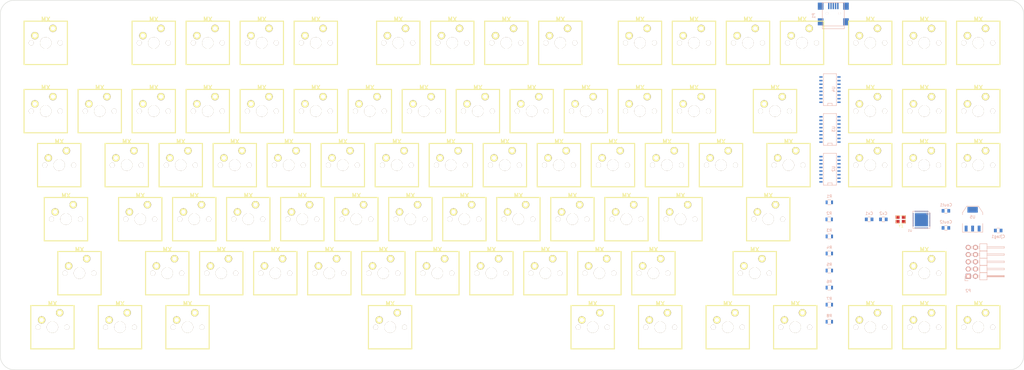
<source format=kicad_pcb>
(kicad_pcb (version 4) (host pcbnew "(2015-08-16 BZR 6097, Git b384c94)-product")

  (general
    (links 253)
    (no_connects 253)
    (area -120.385543 -127.995771 410.075001 220.075001)
    (thickness 1.6)
    (drawings 8)
    (tracks 0)
    (zones 0)
    (modules 108)
    (nets 68)
  )

  (page A2)
  (layers
    (0 F.Cu signal)
    (1 In1.Cu signal)
    (2 In2.Cu signal)
    (31 B.Cu signal)
    (32 B.Adhes user)
    (33 F.Adhes user)
    (34 B.Paste user)
    (35 F.Paste user)
    (36 B.SilkS user)
    (37 F.SilkS user)
    (38 B.Mask user)
    (39 F.Mask user)
    (40 Dwgs.User user)
    (41 Cmts.User user)
    (42 Eco1.User user)
    (43 Eco2.User user)
    (44 Edge.Cuts user)
    (45 Margin user)
    (46 B.CrtYd user)
    (47 F.CrtYd user)
    (48 B.Fab user)
    (49 F.Fab user)
  )

  (setup
    (last_trace_width 0.25)
    (trace_clearance 0.2)
    (zone_clearance 0.508)
    (zone_45_only no)
    (trace_min 0.2)
    (segment_width 0.2)
    (edge_width 0.15)
    (via_size 0.6)
    (via_drill 0.4)
    (via_min_size 0.4)
    (via_min_drill 0.3)
    (uvia_size 0.3)
    (uvia_drill 0.1)
    (uvias_allowed no)
    (uvia_min_size 0.2)
    (uvia_min_drill 0.1)
    (pcb_text_width 0.3)
    (pcb_text_size 1.5 1.5)
    (mod_edge_width 0.15)
    (mod_text_size 1 1)
    (mod_text_width 0.15)
    (pad_size 1.524 1.524)
    (pad_drill 0.762)
    (pad_to_mask_clearance 0.2)
    (aux_axis_origin 0 0)
    (visible_elements 7FFFFFFF)
    (pcbplotparams
      (layerselection 0x00030_80000001)
      (usegerberextensions false)
      (excludeedgelayer true)
      (linewidth 0.100000)
      (plotframeref false)
      (viasonmask false)
      (mode 1)
      (useauxorigin false)
      (hpglpennumber 1)
      (hpglpenspeed 20)
      (hpglpendiameter 15)
      (hpglpenoverlay 2)
      (psnegative false)
      (psa4output false)
      (plotreference true)
      (plotvalue true)
      (plotinvisibletext false)
      (padsonsilk false)
      (subtractmaskfromsilk false)
      (outputformat 1)
      (mirror false)
      (drillshape 1)
      (scaleselection 1)
      (outputdirectory ""))
  )

  (net 0 "")
  (net 1 +3V3)
  (net 2 +5V)
  (net 3 GND)
  (net 4 /VDDOUT)
  (net 5 /XIN)
  (net 6 /XOUT)
  (net 7 /USB_DP)
  (net 8 /USB_DM)
  (net 9 /USB_ID)
  (net 10 /TCK)
  (net 11 /TDO)
  (net 12 /TMS)
  (net 13 /RESET)
  (net 14 "Net-(P2-Pad7)")
  (net 15 "Net-(P2-Pad8)")
  (net 16 /TDI)
  (net 17 "Net-(R1-Pad2)")
  (net 18 "Net-(R2-Pad2)")
  (net 19 /ROW1)
  (net 20 /ROW2)
  (net 21 /ROW3)
  (net 22 /ROW4)
  (net 23 /ROW5)
  (net 24 /ROW6)
  (net 25 /COL12)
  (net 26 /COL9)
  (net 27 /COL10)
  (net 28 /COL11)
  (net 29 /COL2)
  (net 30 /COL3)
  (net 31 /COL4)
  (net 32 /COL5)
  (net 33 /COL6)
  (net 34 /COL7)
  (net 35 /COL8)
  (net 36 /COL13)
  (net 37 /COL14)
  (net 38 /COL1)
  (net 39 /COL15)
  (net 40 /COL16)
  (net 41 /COL17)
  (net 42 "Net-(U1-Pad20)")
  (net 43 "Net-(U1-Pad23)")
  (net 44 "Net-(U1-Pad21)")
  (net 45 "Net-(U1-Pad22)")
  (net 46 "Net-(U2-Pad9)")
  (net 47 "Net-(U3-Pad9)")
  (net 48 "Net-(U4-Pad9)")
  (net 49 "Net-(U4-Pad7)")
  (net 50 "Net-(U4-Pad6)")
  (net 51 "Net-(U4-Pad5)")
  (net 52 "Net-(U4-Pad4)")
  (net 53 "Net-(U4-Pad3)")
  (net 54 "Net-(U4-Pad2)")
  (net 55 "Net-(U4-Pad1)")
  (net 56 "Net-(U1-Pad25)")
  (net 57 "Net-(U1-Pad26)")
  (net 58 "Net-(U1-Pad27)")
  (net 59 "Net-(U1-Pad28)")
  (net 60 "Net-(U1-Pad29)")
  (net 61 "Net-(U1-Pad32)")
  (net 62 "Net-(U1-Pad33)")
  (net 63 "Net-(U1-Pad34)")
  (net 64 "Net-(U1-Pad35)")
  (net 65 "Net-(U1-Pad43)")
  (net 66 "Net-(U1-Pad44)")
  (net 67 "Net-(U1-Pad46)")

  (net_class Default "This is the default net class."
    (clearance 0.2)
    (trace_width 0.25)
    (via_dia 0.6)
    (via_drill 0.4)
    (uvia_dia 0.3)
    (uvia_drill 0.1)
    (add_net +3V3)
    (add_net +5V)
    (add_net /COL1)
    (add_net /COL10)
    (add_net /COL11)
    (add_net /COL12)
    (add_net /COL13)
    (add_net /COL14)
    (add_net /COL15)
    (add_net /COL16)
    (add_net /COL17)
    (add_net /COL2)
    (add_net /COL3)
    (add_net /COL4)
    (add_net /COL5)
    (add_net /COL6)
    (add_net /COL7)
    (add_net /COL8)
    (add_net /COL9)
    (add_net /RESET)
    (add_net /ROW1)
    (add_net /ROW2)
    (add_net /ROW3)
    (add_net /ROW4)
    (add_net /ROW5)
    (add_net /ROW6)
    (add_net /TCK)
    (add_net /TDI)
    (add_net /TDO)
    (add_net /TMS)
    (add_net /USB_DM)
    (add_net /USB_DP)
    (add_net /USB_ID)
    (add_net /VDDOUT)
    (add_net /XIN)
    (add_net /XOUT)
    (add_net GND)
    (add_net "Net-(P2-Pad7)")
    (add_net "Net-(P2-Pad8)")
    (add_net "Net-(R1-Pad2)")
    (add_net "Net-(R2-Pad2)")
    (add_net "Net-(U1-Pad20)")
    (add_net "Net-(U1-Pad21)")
    (add_net "Net-(U1-Pad22)")
    (add_net "Net-(U1-Pad23)")
    (add_net "Net-(U1-Pad25)")
    (add_net "Net-(U1-Pad26)")
    (add_net "Net-(U1-Pad27)")
    (add_net "Net-(U1-Pad28)")
    (add_net "Net-(U1-Pad29)")
    (add_net "Net-(U1-Pad32)")
    (add_net "Net-(U1-Pad33)")
    (add_net "Net-(U1-Pad34)")
    (add_net "Net-(U1-Pad35)")
    (add_net "Net-(U1-Pad43)")
    (add_net "Net-(U1-Pad44)")
    (add_net "Net-(U1-Pad46)")
    (add_net "Net-(U2-Pad9)")
    (add_net "Net-(U3-Pad9)")
    (add_net "Net-(U4-Pad1)")
    (add_net "Net-(U4-Pad2)")
    (add_net "Net-(U4-Pad3)")
    (add_net "Net-(U4-Pad4)")
    (add_net "Net-(U4-Pad5)")
    (add_net "Net-(U4-Pad6)")
    (add_net "Net-(U4-Pad7)")
    (add_net "Net-(U4-Pad9)")
  )

  (module SOT-223 (layer B.Cu) (tedit 0) (tstamp 55DAB93A)
    (at 392 167 180)
    (descr "module CMS SOT223 4 pins")
    (tags "CMS SOT")
    (path /55E1381F)
    (attr smd)
    (fp_text reference U5 (at 0 0.762 180) (layer B.SilkS)
      (effects (font (size 1 1) (thickness 0.15)) (justify mirror))
    )
    (fp_text value LD1117S33CTR (at 0 -1 180) (layer B.Fab)
      (effects (font (size 1 1) (thickness 0.15)) (justify mirror))
    )
    (fp_line (start -3.556 -1.524) (end -3.556 -4.572) (layer B.SilkS) (width 0.15))
    (fp_line (start -3.556 -4.572) (end 3.556 -4.572) (layer B.SilkS) (width 0.15))
    (fp_line (start 3.556 -4.572) (end 3.556 -1.524) (layer B.SilkS) (width 0.15))
    (fp_line (start -3.556 1.524) (end -3.556 2.286) (layer B.SilkS) (width 0.15))
    (fp_line (start -3.556 2.286) (end -2.032 4.572) (layer B.SilkS) (width 0.15))
    (fp_line (start -2.032 4.572) (end 2.032 4.572) (layer B.SilkS) (width 0.15))
    (fp_line (start 2.032 4.572) (end 3.556 2.286) (layer B.SilkS) (width 0.15))
    (fp_line (start 3.556 2.286) (end 3.556 1.524) (layer B.SilkS) (width 0.15))
    (pad 4 smd rect (at 0 3.302 180) (size 3.6576 2.032) (layers B.Cu B.Paste B.Mask))
    (pad 2 smd rect (at 0 -3.302 180) (size 1.016 2.032) (layers B.Cu B.Paste B.Mask)
      (net 1 +3V3))
    (pad 3 smd rect (at 2.286 -3.302 180) (size 1.016 2.032) (layers B.Cu B.Paste B.Mask)
      (net 2 +5V))
    (pad 1 smd rect (at -2.286 -3.302 180) (size 1.016 2.032) (layers B.Cu B.Paste B.Mask)
      (net 3 GND))
    (model TO_SOT_Packages_SMD.3dshapes/SOT-223.wrl
      (at (xyz 0 0 0))
      (scale (xyz 0.4 0.4 0.4))
      (rotate (xyz 0 0 0))
    )
  )

  (module Capacitors_SMD:C_0805 (layer B.Cu) (tedit 5415D6EA) (tstamp 55DAC704)
    (at 401 171)
    (descr "Capacitor SMD 0805, reflow soldering, AVX (see smccp.pdf)")
    (tags "capacitor 0805")
    (path /55E29BD7)
    (attr smd)
    (fp_text reference Cjtag1 (at 0 2.1) (layer B.SilkS)
      (effects (font (size 1 1) (thickness 0.15)) (justify mirror))
    )
    (fp_text value 100nF (at 0 -2.1) (layer B.Fab)
      (effects (font (size 1 1) (thickness 0.15)) (justify mirror))
    )
    (fp_line (start -1.8 1) (end 1.8 1) (layer B.CrtYd) (width 0.05))
    (fp_line (start -1.8 -1) (end 1.8 -1) (layer B.CrtYd) (width 0.05))
    (fp_line (start -1.8 1) (end -1.8 -1) (layer B.CrtYd) (width 0.05))
    (fp_line (start 1.8 1) (end 1.8 -1) (layer B.CrtYd) (width 0.05))
    (fp_line (start 0.5 0.85) (end -0.5 0.85) (layer B.SilkS) (width 0.15))
    (fp_line (start -0.5 -0.85) (end 0.5 -0.85) (layer B.SilkS) (width 0.15))
    (pad 1 smd rect (at -1 0) (size 1 1.25) (layers B.Cu B.Paste B.Mask)
      (net 3 GND))
    (pad 2 smd rect (at 1 0) (size 1 1.25) (layers B.Cu B.Paste B.Mask)
      (net 1 +3V3))
    (model Capacitors_SMD.3dshapes/C_0805.wrl
      (at (xyz 0 0 0))
      (scale (xyz 1 1 1))
      (rotate (xyz 0 0 0))
    )
  )

  (module Capacitors_SMD:C_0805 (layer B.Cu) (tedit 5415D6EA) (tstamp 55DAC710)
    (at 382.606992 164.07923 180)
    (descr "Capacitor SMD 0805, reflow soldering, AVX (see smccp.pdf)")
    (tags "capacitor 0805")
    (path /55DBF0CF)
    (attr smd)
    (fp_text reference Cout1 (at 0 2.1 180) (layer B.SilkS)
      (effects (font (size 1 1) (thickness 0.15)) (justify mirror))
    )
    (fp_text value 470pF (at 0 -2.1 180) (layer B.Fab)
      (effects (font (size 1 1) (thickness 0.15)) (justify mirror))
    )
    (fp_line (start -1.8 1) (end 1.8 1) (layer B.CrtYd) (width 0.05))
    (fp_line (start -1.8 -1) (end 1.8 -1) (layer B.CrtYd) (width 0.05))
    (fp_line (start -1.8 1) (end -1.8 -1) (layer B.CrtYd) (width 0.05))
    (fp_line (start 1.8 1) (end 1.8 -1) (layer B.CrtYd) (width 0.05))
    (fp_line (start 0.5 0.85) (end -0.5 0.85) (layer B.SilkS) (width 0.15))
    (fp_line (start -0.5 -0.85) (end 0.5 -0.85) (layer B.SilkS) (width 0.15))
    (pad 1 smd rect (at -1 0 180) (size 1 1.25) (layers B.Cu B.Paste B.Mask)
      (net 4 /VDDOUT))
    (pad 2 smd rect (at 1 0 180) (size 1 1.25) (layers B.Cu B.Paste B.Mask)
      (net 3 GND))
    (model Capacitors_SMD.3dshapes/C_0805.wrl
      (at (xyz 0 0 0))
      (scale (xyz 1 1 1))
      (rotate (xyz 0 0 0))
    )
  )

  (module Capacitors_SMD:C_0805 (layer B.Cu) (tedit 5415D6EA) (tstamp 55DAC71C)
    (at 382.606992 170.07923 180)
    (descr "Capacitor SMD 0805, reflow soldering, AVX (see smccp.pdf)")
    (tags "capacitor 0805")
    (path /55DBF203)
    (attr smd)
    (fp_text reference Cout2 (at 0 2.1 180) (layer B.SilkS)
      (effects (font (size 1 1) (thickness 0.15)) (justify mirror))
    )
    (fp_text value 2.2uF (at 0 -2.1 180) (layer B.Fab)
      (effects (font (size 1 1) (thickness 0.15)) (justify mirror))
    )
    (fp_line (start -1.8 1) (end 1.8 1) (layer B.CrtYd) (width 0.05))
    (fp_line (start -1.8 -1) (end 1.8 -1) (layer B.CrtYd) (width 0.05))
    (fp_line (start -1.8 1) (end -1.8 -1) (layer B.CrtYd) (width 0.05))
    (fp_line (start 1.8 1) (end 1.8 -1) (layer B.CrtYd) (width 0.05))
    (fp_line (start 0.5 0.85) (end -0.5 0.85) (layer B.SilkS) (width 0.15))
    (fp_line (start -0.5 -0.85) (end 0.5 -0.85) (layer B.SilkS) (width 0.15))
    (pad 1 smd rect (at -1 0 180) (size 1 1.25) (layers B.Cu B.Paste B.Mask)
      (net 4 /VDDOUT))
    (pad 2 smd rect (at 1 0 180) (size 1 1.25) (layers B.Cu B.Paste B.Mask)
      (net 3 GND))
    (model Capacitors_SMD.3dshapes/C_0805.wrl
      (at (xyz 0 0 0))
      (scale (xyz 1 1 1))
      (rotate (xyz 0 0 0))
    )
  )

  (module Capacitors_SMD:C_0805 (layer B.Cu) (tedit 5415D6EA) (tstamp 55DAC728)
    (at 355.606992 167.07923 180)
    (descr "Capacitor SMD 0805, reflow soldering, AVX (see smccp.pdf)")
    (tags "capacitor 0805")
    (path /55DF2B2D)
    (attr smd)
    (fp_text reference Cx1 (at 0 2.1 180) (layer B.SilkS)
      (effects (font (size 1 1) (thickness 0.15)) (justify mirror))
    )
    (fp_text value 22pF (at 0 -2.1 180) (layer B.Fab)
      (effects (font (size 1 1) (thickness 0.15)) (justify mirror))
    )
    (fp_line (start -1.8 1) (end 1.8 1) (layer B.CrtYd) (width 0.05))
    (fp_line (start -1.8 -1) (end 1.8 -1) (layer B.CrtYd) (width 0.05))
    (fp_line (start -1.8 1) (end -1.8 -1) (layer B.CrtYd) (width 0.05))
    (fp_line (start 1.8 1) (end 1.8 -1) (layer B.CrtYd) (width 0.05))
    (fp_line (start 0.5 0.85) (end -0.5 0.85) (layer B.SilkS) (width 0.15))
    (fp_line (start -0.5 -0.85) (end 0.5 -0.85) (layer B.SilkS) (width 0.15))
    (pad 1 smd rect (at -1 0 180) (size 1 1.25) (layers B.Cu B.Paste B.Mask)
      (net 3 GND))
    (pad 2 smd rect (at 1 0 180) (size 1 1.25) (layers B.Cu B.Paste B.Mask)
      (net 5 /XIN))
    (model Capacitors_SMD.3dshapes/C_0805.wrl
      (at (xyz 0 0 0))
      (scale (xyz 1 1 1))
      (rotate (xyz 0 0 0))
    )
  )

  (module Capacitors_SMD:C_0805 (layer B.Cu) (tedit 5415D6EA) (tstamp 55DAC734)
    (at 360.606992 167.07923 180)
    (descr "Capacitor SMD 0805, reflow soldering, AVX (see smccp.pdf)")
    (tags "capacitor 0805")
    (path /55DF2C9C)
    (attr smd)
    (fp_text reference Cx2 (at 0 2.1 180) (layer B.SilkS)
      (effects (font (size 1 1) (thickness 0.15)) (justify mirror))
    )
    (fp_text value 22pF (at 0 -2.1 180) (layer B.Fab)
      (effects (font (size 1 1) (thickness 0.15)) (justify mirror))
    )
    (fp_line (start -1.8 1) (end 1.8 1) (layer B.CrtYd) (width 0.05))
    (fp_line (start -1.8 -1) (end 1.8 -1) (layer B.CrtYd) (width 0.05))
    (fp_line (start -1.8 1) (end -1.8 -1) (layer B.CrtYd) (width 0.05))
    (fp_line (start 1.8 1) (end 1.8 -1) (layer B.CrtYd) (width 0.05))
    (fp_line (start 0.5 0.85) (end -0.5 0.85) (layer B.SilkS) (width 0.15))
    (fp_line (start -0.5 -0.85) (end 0.5 -0.85) (layer B.SilkS) (width 0.15))
    (pad 1 smd rect (at -1 0 180) (size 1 1.25) (layers B.Cu B.Paste B.Mask)
      (net 3 GND))
    (pad 2 smd rect (at 1 0 180) (size 1 1.25) (layers B.Cu B.Paste B.Mask)
      (net 6 /XOUT))
    (model Capacitors_SMD.3dshapes/C_0805.wrl
      (at (xyz 0 0 0))
      (scale (xyz 1 1 1))
      (rotate (xyz 0 0 0))
    )
  )

  (module Connect:USB_Mini-B (layer B.Cu) (tedit 5543E571) (tstamp 55DAC74C)
    (at 343 95.44932 90)
    (descr "USB Mini-B 5-pin SMD connector")
    (tags "USB USB_B USB_Mini connector")
    (path /55DB2713)
    (attr smd)
    (fp_text reference P1 (at 0 -6.90118 90) (layer B.SilkS)
      (effects (font (size 1 1) (thickness 0.15)) (justify mirror))
    )
    (fp_text value USB_OTG (at 0 7.0993 90) (layer B.Fab)
      (effects (font (size 1 1) (thickness 0.15)) (justify mirror))
    )
    (fp_line (start -4.85 5.7) (end 4.85 5.7) (layer B.CrtYd) (width 0.05))
    (fp_line (start 4.85 5.7) (end 4.85 -5.7) (layer B.CrtYd) (width 0.05))
    (fp_line (start 4.85 -5.7) (end -4.85 -5.7) (layer B.CrtYd) (width 0.05))
    (fp_line (start -4.85 -5.7) (end -4.85 5.7) (layer B.CrtYd) (width 0.05))
    (fp_line (start -3.59918 3.85064) (end -3.59918 -3.85064) (layer B.SilkS) (width 0.15))
    (fp_line (start -4.59994 3.85064) (end -4.59994 -3.85064) (layer B.SilkS) (width 0.15))
    (fp_line (start -4.59994 -3.85064) (end 4.59994 -3.85064) (layer B.SilkS) (width 0.15))
    (fp_line (start 4.59994 -3.85064) (end 4.59994 3.85064) (layer B.SilkS) (width 0.15))
    (fp_line (start 4.59994 3.85064) (end -4.59994 3.85064) (layer B.SilkS) (width 0.15))
    (pad 1 smd rect (at 3.44932 1.6002 90) (size 2.30124 0.50038) (layers B.Cu B.Paste B.Mask)
      (net 2 +5V))
    (pad 2 smd rect (at 3.44932 0.8001 90) (size 2.30124 0.50038) (layers B.Cu B.Paste B.Mask)
      (net 7 /USB_DP))
    (pad 3 smd rect (at 3.44932 0 90) (size 2.30124 0.50038) (layers B.Cu B.Paste B.Mask)
      (net 8 /USB_DM))
    (pad 4 smd rect (at 3.44932 -0.8001 90) (size 2.30124 0.50038) (layers B.Cu B.Paste B.Mask)
      (net 9 /USB_ID))
    (pad 5 smd rect (at 3.44932 -1.6002 90) (size 2.30124 0.50038) (layers B.Cu B.Paste B.Mask)
      (net 3 GND))
    (pad 6 smd rect (at 3.35026 4.45008 90) (size 2.49936 1.99898) (layers B.Cu B.Paste B.Mask)
      (net 3 GND))
    (pad 6 smd rect (at -2.14884 4.45008 90) (size 2.49936 1.99898) (layers B.Cu B.Paste B.Mask)
      (net 3 GND))
    (pad 6 smd rect (at 3.35026 -4.45008 90) (size 2.49936 1.99898) (layers B.Cu B.Paste B.Mask)
      (net 3 GND))
    (pad 6 smd rect (at -2.14884 -4.45008 90) (size 2.49936 1.99898) (layers B.Cu B.Paste B.Mask)
      (net 3 GND))
    (pad "" np_thru_hole circle (at 0.8509 2.19964 90) (size 0.89916 0.89916) (drill 0.89916) (layers *.Cu *.Mask B.SilkS))
    (pad "" np_thru_hole circle (at 0.8509 -2.19964 90) (size 0.89916 0.89916) (drill 0.89916) (layers *.Cu *.Mask B.SilkS))
  )

  (module Pin_Headers:Pin_Header_Angled_2x05 (layer B.Cu) (tedit 0) (tstamp 55DAC79C)
    (at 390.46 187.08)
    (descr "Through hole pin header")
    (tags "pin header")
    (path /55E195EB)
    (fp_text reference P2 (at 0 5.1) (layer B.SilkS)
      (effects (font (size 1 1) (thickness 0.15)) (justify mirror))
    )
    (fp_text value JTAG (at 0 3.1) (layer B.Fab)
      (effects (font (size 1 1) (thickness 0.15)) (justify mirror))
    )
    (fp_line (start -1.35 1.75) (end -1.35 -11.95) (layer B.CrtYd) (width 0.05))
    (fp_line (start 13.2 1.75) (end 13.2 -11.95) (layer B.CrtYd) (width 0.05))
    (fp_line (start -1.35 1.75) (end 13.2 1.75) (layer B.CrtYd) (width 0.05))
    (fp_line (start -1.35 -11.95) (end 13.2 -11.95) (layer B.CrtYd) (width 0.05))
    (fp_line (start 1.524 -10.414) (end 1.016 -10.414) (layer B.SilkS) (width 0.15))
    (fp_line (start 1.524 -9.906) (end 1.016 -9.906) (layer B.SilkS) (width 0.15))
    (fp_line (start 1.524 -7.874) (end 1.016 -7.874) (layer B.SilkS) (width 0.15))
    (fp_line (start 1.524 -7.366) (end 1.016 -7.366) (layer B.SilkS) (width 0.15))
    (fp_line (start 1.524 0.254) (end 1.016 0.254) (layer B.SilkS) (width 0.15))
    (fp_line (start 1.524 -0.254) (end 1.016 -0.254) (layer B.SilkS) (width 0.15))
    (fp_line (start 1.524 -5.334) (end 1.016 -5.334) (layer B.SilkS) (width 0.15))
    (fp_line (start 1.524 -4.826) (end 1.016 -4.826) (layer B.SilkS) (width 0.15))
    (fp_line (start 1.524 -2.794) (end 1.016 -2.794) (layer B.SilkS) (width 0.15))
    (fp_line (start 1.524 -2.286) (end 1.016 -2.286) (layer B.SilkS) (width 0.15))
    (fp_line (start 4.064 -10.414) (end 3.556 -10.414) (layer B.SilkS) (width 0.15))
    (fp_line (start 4.064 -9.906) (end 3.556 -9.906) (layer B.SilkS) (width 0.15))
    (fp_line (start 4.064 0.254) (end 3.556 0.254) (layer B.SilkS) (width 0.15))
    (fp_line (start 4.064 -0.254) (end 3.556 -0.254) (layer B.SilkS) (width 0.15))
    (fp_line (start 4.064 -2.286) (end 3.556 -2.286) (layer B.SilkS) (width 0.15))
    (fp_line (start 4.064 -2.794) (end 3.556 -2.794) (layer B.SilkS) (width 0.15))
    (fp_line (start 4.064 -7.874) (end 3.556 -7.874) (layer B.SilkS) (width 0.15))
    (fp_line (start 4.064 -7.366) (end 3.556 -7.366) (layer B.SilkS) (width 0.15))
    (fp_line (start 4.064 -5.334) (end 3.556 -5.334) (layer B.SilkS) (width 0.15))
    (fp_line (start 4.064 -4.826) (end 3.556 -4.826) (layer B.SilkS) (width 0.15))
    (fp_line (start 0 1.55) (end -1.15 1.55) (layer B.SilkS) (width 0.15))
    (fp_line (start -1.15 1.55) (end -1.15 0) (layer B.SilkS) (width 0.15))
    (fp_line (start 6.604 0.127) (end 12.573 0.127) (layer B.SilkS) (width 0.15))
    (fp_line (start 12.573 0.127) (end 12.573 -0.127) (layer B.SilkS) (width 0.15))
    (fp_line (start 12.573 -0.127) (end 6.731 -0.127) (layer B.SilkS) (width 0.15))
    (fp_line (start 6.731 -0.127) (end 6.731 0) (layer B.SilkS) (width 0.15))
    (fp_line (start 6.731 0) (end 12.573 0) (layer B.SilkS) (width 0.15))
    (fp_line (start 4.064 -8.89) (end 6.604 -8.89) (layer B.SilkS) (width 0.15))
    (fp_line (start 4.064 -8.89) (end 4.064 -11.43) (layer B.SilkS) (width 0.15))
    (fp_line (start 6.604 -9.906) (end 12.7 -9.906) (layer B.SilkS) (width 0.15))
    (fp_line (start 12.7 -9.906) (end 12.7 -10.414) (layer B.SilkS) (width 0.15))
    (fp_line (start 12.7 -10.414) (end 6.604 -10.414) (layer B.SilkS) (width 0.15))
    (fp_line (start 6.604 -11.43) (end 6.604 -8.89) (layer B.SilkS) (width 0.15))
    (fp_line (start 4.064 -11.43) (end 6.604 -11.43) (layer B.SilkS) (width 0.15))
    (fp_line (start 4.064 -3.81) (end 6.604 -3.81) (layer B.SilkS) (width 0.15))
    (fp_line (start 4.064 -3.81) (end 4.064 -6.35) (layer B.SilkS) (width 0.15))
    (fp_line (start 4.064 -6.35) (end 6.604 -6.35) (layer B.SilkS) (width 0.15))
    (fp_line (start 6.604 -4.826) (end 12.7 -4.826) (layer B.SilkS) (width 0.15))
    (fp_line (start 12.7 -4.826) (end 12.7 -5.334) (layer B.SilkS) (width 0.15))
    (fp_line (start 12.7 -5.334) (end 6.604 -5.334) (layer B.SilkS) (width 0.15))
    (fp_line (start 6.604 -6.35) (end 6.604 -3.81) (layer B.SilkS) (width 0.15))
    (fp_line (start 6.604 -8.89) (end 6.604 -6.35) (layer B.SilkS) (width 0.15))
    (fp_line (start 12.7 -7.874) (end 6.604 -7.874) (layer B.SilkS) (width 0.15))
    (fp_line (start 12.7 -7.366) (end 12.7 -7.874) (layer B.SilkS) (width 0.15))
    (fp_line (start 6.604 -7.366) (end 12.7 -7.366) (layer B.SilkS) (width 0.15))
    (fp_line (start 4.064 -8.89) (end 6.604 -8.89) (layer B.SilkS) (width 0.15))
    (fp_line (start 4.064 -6.35) (end 4.064 -8.89) (layer B.SilkS) (width 0.15))
    (fp_line (start 4.064 -6.35) (end 6.604 -6.35) (layer B.SilkS) (width 0.15))
    (fp_line (start 4.064 -1.27) (end 6.604 -1.27) (layer B.SilkS) (width 0.15))
    (fp_line (start 4.064 -1.27) (end 4.064 -3.81) (layer B.SilkS) (width 0.15))
    (fp_line (start 4.064 -3.81) (end 6.604 -3.81) (layer B.SilkS) (width 0.15))
    (fp_line (start 6.604 -2.286) (end 12.7 -2.286) (layer B.SilkS) (width 0.15))
    (fp_line (start 12.7 -2.286) (end 12.7 -2.794) (layer B.SilkS) (width 0.15))
    (fp_line (start 12.7 -2.794) (end 6.604 -2.794) (layer B.SilkS) (width 0.15))
    (fp_line (start 6.604 -3.81) (end 6.604 -1.27) (layer B.SilkS) (width 0.15))
    (fp_line (start 6.604 -1.27) (end 6.604 1.27) (layer B.SilkS) (width 0.15))
    (fp_line (start 12.7 -0.254) (end 6.604 -0.254) (layer B.SilkS) (width 0.15))
    (fp_line (start 12.7 0.254) (end 12.7 -0.254) (layer B.SilkS) (width 0.15))
    (fp_line (start 6.604 0.254) (end 12.7 0.254) (layer B.SilkS) (width 0.15))
    (fp_line (start 4.064 -1.27) (end 6.604 -1.27) (layer B.SilkS) (width 0.15))
    (fp_line (start 4.064 1.27) (end 4.064 -1.27) (layer B.SilkS) (width 0.15))
    (fp_line (start 4.064 1.27) (end 6.604 1.27) (layer B.SilkS) (width 0.15))
    (pad 1 thru_hole rect (at 0 0) (size 1.7272 1.7272) (drill 1.016) (layers *.Cu *.Mask B.SilkS)
      (net 10 /TCK))
    (pad 2 thru_hole oval (at 2.54 0) (size 1.7272 1.7272) (drill 1.016) (layers *.Cu *.Mask B.SilkS)
      (net 3 GND))
    (pad 3 thru_hole oval (at 0 -2.54) (size 1.7272 1.7272) (drill 1.016) (layers *.Cu *.Mask B.SilkS)
      (net 11 /TDO))
    (pad 4 thru_hole oval (at 2.54 -2.54) (size 1.7272 1.7272) (drill 1.016) (layers *.Cu *.Mask B.SilkS)
      (net 1 +3V3))
    (pad 5 thru_hole oval (at 0 -5.08) (size 1.7272 1.7272) (drill 1.016) (layers *.Cu *.Mask B.SilkS)
      (net 12 /TMS))
    (pad 6 thru_hole oval (at 2.54 -5.08) (size 1.7272 1.7272) (drill 1.016) (layers *.Cu *.Mask B.SilkS)
      (net 13 /RESET))
    (pad 7 thru_hole oval (at 0 -7.62) (size 1.7272 1.7272) (drill 1.016) (layers *.Cu *.Mask B.SilkS)
      (net 14 "Net-(P2-Pad7)"))
    (pad 8 thru_hole oval (at 2.54 -7.62) (size 1.7272 1.7272) (drill 1.016) (layers *.Cu *.Mask B.SilkS)
      (net 15 "Net-(P2-Pad8)"))
    (pad 9 thru_hole oval (at 0 -10.16) (size 1.7272 1.7272) (drill 1.016) (layers *.Cu *.Mask B.SilkS)
      (net 16 /TDI))
    (pad 10 thru_hole oval (at 2.54 -10.16) (size 1.7272 1.7272) (drill 1.016) (layers *.Cu *.Mask B.SilkS)
      (net 3 GND))
    (model Pin_Headers.3dshapes/Pin_Header_Angled_2x05.wrl
      (at (xyz 0.05 -0.2 0))
      (scale (xyz 1 1 1))
      (rotate (xyz 0 0 90))
    )
  )

  (module Resistors_SMD:R_0805 (layer B.Cu) (tedit 5415CDEB) (tstamp 55DAC7A8)
    (at 341.606992 161.07923 180)
    (descr "Resistor SMD 0805, reflow soldering, Vishay (see dcrcw.pdf)")
    (tags "resistor 0805")
    (path /55DFF9B4)
    (attr smd)
    (fp_text reference R1 (at 0 2.1 180) (layer B.SilkS)
      (effects (font (size 1 1) (thickness 0.15)) (justify mirror))
    )
    (fp_text value 39 (at 0 -2.1 180) (layer B.Fab)
      (effects (font (size 1 1) (thickness 0.15)) (justify mirror))
    )
    (fp_line (start -1.6 1) (end 1.6 1) (layer B.CrtYd) (width 0.05))
    (fp_line (start -1.6 -1) (end 1.6 -1) (layer B.CrtYd) (width 0.05))
    (fp_line (start -1.6 1) (end -1.6 -1) (layer B.CrtYd) (width 0.05))
    (fp_line (start 1.6 1) (end 1.6 -1) (layer B.CrtYd) (width 0.05))
    (fp_line (start 0.6 -0.875) (end -0.6 -0.875) (layer B.SilkS) (width 0.15))
    (fp_line (start -0.6 0.875) (end 0.6 0.875) (layer B.SilkS) (width 0.15))
    (pad 1 smd rect (at -0.95 0 180) (size 0.7 1.3) (layers B.Cu B.Paste B.Mask)
      (net 8 /USB_DM))
    (pad 2 smd rect (at 0.95 0 180) (size 0.7 1.3) (layers B.Cu B.Paste B.Mask)
      (net 17 "Net-(R1-Pad2)"))
    (model Resistors_SMD.3dshapes/R_0805.wrl
      (at (xyz 0 0 0))
      (scale (xyz 1 1 1))
      (rotate (xyz 0 0 0))
    )
  )

  (module Resistors_SMD:R_0805 (layer B.Cu) (tedit 5415CDEB) (tstamp 55DAC7B4)
    (at 341.556992 167.07923 180)
    (descr "Resistor SMD 0805, reflow soldering, Vishay (see dcrcw.pdf)")
    (tags "resistor 0805")
    (path /55DFFBB5)
    (attr smd)
    (fp_text reference R2 (at 0 2.1 180) (layer B.SilkS)
      (effects (font (size 1 1) (thickness 0.15)) (justify mirror))
    )
    (fp_text value 39 (at 0 -2.1 180) (layer B.Fab)
      (effects (font (size 1 1) (thickness 0.15)) (justify mirror))
    )
    (fp_line (start -1.6 1) (end 1.6 1) (layer B.CrtYd) (width 0.05))
    (fp_line (start -1.6 -1) (end 1.6 -1) (layer B.CrtYd) (width 0.05))
    (fp_line (start -1.6 1) (end -1.6 -1) (layer B.CrtYd) (width 0.05))
    (fp_line (start 1.6 1) (end 1.6 -1) (layer B.CrtYd) (width 0.05))
    (fp_line (start 0.6 -0.875) (end -0.6 -0.875) (layer B.SilkS) (width 0.15))
    (fp_line (start -0.6 0.875) (end 0.6 0.875) (layer B.SilkS) (width 0.15))
    (pad 1 smd rect (at -0.95 0 180) (size 0.7 1.3) (layers B.Cu B.Paste B.Mask)
      (net 7 /USB_DP))
    (pad 2 smd rect (at 0.95 0 180) (size 0.7 1.3) (layers B.Cu B.Paste B.Mask)
      (net 18 "Net-(R2-Pad2)"))
    (model Resistors_SMD.3dshapes/R_0805.wrl
      (at (xyz 0 0 0))
      (scale (xyz 1 1 1))
      (rotate (xyz 0 0 0))
    )
  )

  (module Resistors_SMD:R_0805 (layer B.Cu) (tedit 5415CDEB) (tstamp 55DAC7C0)
    (at 341.606992 173.07923 180)
    (descr "Resistor SMD 0805, reflow soldering, Vishay (see dcrcw.pdf)")
    (tags "resistor 0805")
    (path /55DBD64A)
    (attr smd)
    (fp_text reference R3 (at 0 2.1 180) (layer B.SilkS)
      (effects (font (size 1 1) (thickness 0.15)) (justify mirror))
    )
    (fp_text value 10k (at 0 -2.1 180) (layer B.Fab)
      (effects (font (size 1 1) (thickness 0.15)) (justify mirror))
    )
    (fp_line (start -1.6 1) (end 1.6 1) (layer B.CrtYd) (width 0.05))
    (fp_line (start -1.6 -1) (end 1.6 -1) (layer B.CrtYd) (width 0.05))
    (fp_line (start -1.6 1) (end -1.6 -1) (layer B.CrtYd) (width 0.05))
    (fp_line (start 1.6 1) (end 1.6 -1) (layer B.CrtYd) (width 0.05))
    (fp_line (start 0.6 -0.875) (end -0.6 -0.875) (layer B.SilkS) (width 0.15))
    (fp_line (start -0.6 0.875) (end 0.6 0.875) (layer B.SilkS) (width 0.15))
    (pad 1 smd rect (at -0.95 0 180) (size 0.7 1.3) (layers B.Cu B.Paste B.Mask)
      (net 19 /ROW1))
    (pad 2 smd rect (at 0.95 0 180) (size 0.7 1.3) (layers B.Cu B.Paste B.Mask)
      (net 3 GND))
    (model Resistors_SMD.3dshapes/R_0805.wrl
      (at (xyz 0 0 0))
      (scale (xyz 1 1 1))
      (rotate (xyz 0 0 0))
    )
  )

  (module Resistors_SMD:R_0805 (layer B.Cu) (tedit 5415CDEB) (tstamp 55DAC7CC)
    (at 341.606992 179.07923 180)
    (descr "Resistor SMD 0805, reflow soldering, Vishay (see dcrcw.pdf)")
    (tags "resistor 0805")
    (path /55DBD480)
    (attr smd)
    (fp_text reference R4 (at 0 2.1 180) (layer B.SilkS)
      (effects (font (size 1 1) (thickness 0.15)) (justify mirror))
    )
    (fp_text value 10k (at 0 -2.1 180) (layer B.Fab)
      (effects (font (size 1 1) (thickness 0.15)) (justify mirror))
    )
    (fp_line (start -1.6 1) (end 1.6 1) (layer B.CrtYd) (width 0.05))
    (fp_line (start -1.6 -1) (end 1.6 -1) (layer B.CrtYd) (width 0.05))
    (fp_line (start -1.6 1) (end -1.6 -1) (layer B.CrtYd) (width 0.05))
    (fp_line (start 1.6 1) (end 1.6 -1) (layer B.CrtYd) (width 0.05))
    (fp_line (start 0.6 -0.875) (end -0.6 -0.875) (layer B.SilkS) (width 0.15))
    (fp_line (start -0.6 0.875) (end 0.6 0.875) (layer B.SilkS) (width 0.15))
    (pad 1 smd rect (at -0.95 0 180) (size 0.7 1.3) (layers B.Cu B.Paste B.Mask)
      (net 20 /ROW2))
    (pad 2 smd rect (at 0.95 0 180) (size 0.7 1.3) (layers B.Cu B.Paste B.Mask)
      (net 3 GND))
    (model Resistors_SMD.3dshapes/R_0805.wrl
      (at (xyz 0 0 0))
      (scale (xyz 1 1 1))
      (rotate (xyz 0 0 0))
    )
  )

  (module Resistors_SMD:R_0805 (layer B.Cu) (tedit 5415CDEB) (tstamp 55DAC7D8)
    (at 341.606992 185.07923 180)
    (descr "Resistor SMD 0805, reflow soldering, Vishay (see dcrcw.pdf)")
    (tags "resistor 0805")
    (path /55DBD2E4)
    (attr smd)
    (fp_text reference R5 (at 0 2.1 180) (layer B.SilkS)
      (effects (font (size 1 1) (thickness 0.15)) (justify mirror))
    )
    (fp_text value 10k (at 0 -2.1 180) (layer B.Fab)
      (effects (font (size 1 1) (thickness 0.15)) (justify mirror))
    )
    (fp_line (start -1.6 1) (end 1.6 1) (layer B.CrtYd) (width 0.05))
    (fp_line (start -1.6 -1) (end 1.6 -1) (layer B.CrtYd) (width 0.05))
    (fp_line (start -1.6 1) (end -1.6 -1) (layer B.CrtYd) (width 0.05))
    (fp_line (start 1.6 1) (end 1.6 -1) (layer B.CrtYd) (width 0.05))
    (fp_line (start 0.6 -0.875) (end -0.6 -0.875) (layer B.SilkS) (width 0.15))
    (fp_line (start -0.6 0.875) (end 0.6 0.875) (layer B.SilkS) (width 0.15))
    (pad 1 smd rect (at -0.95 0 180) (size 0.7 1.3) (layers B.Cu B.Paste B.Mask)
      (net 21 /ROW3))
    (pad 2 smd rect (at 0.95 0 180) (size 0.7 1.3) (layers B.Cu B.Paste B.Mask)
      (net 3 GND))
    (model Resistors_SMD.3dshapes/R_0805.wrl
      (at (xyz 0 0 0))
      (scale (xyz 1 1 1))
      (rotate (xyz 0 0 0))
    )
  )

  (module Resistors_SMD:R_0805 (layer B.Cu) (tedit 5415CDEB) (tstamp 55DAC7E4)
    (at 341.606992 191.07923 180)
    (descr "Resistor SMD 0805, reflow soldering, Vishay (see dcrcw.pdf)")
    (tags "resistor 0805")
    (path /55DBF415)
    (attr smd)
    (fp_text reference R6 (at 0 2.1 180) (layer B.SilkS)
      (effects (font (size 1 1) (thickness 0.15)) (justify mirror))
    )
    (fp_text value 10k (at 0 -2.1 180) (layer B.Fab)
      (effects (font (size 1 1) (thickness 0.15)) (justify mirror))
    )
    (fp_line (start -1.6 1) (end 1.6 1) (layer B.CrtYd) (width 0.05))
    (fp_line (start -1.6 -1) (end 1.6 -1) (layer B.CrtYd) (width 0.05))
    (fp_line (start -1.6 1) (end -1.6 -1) (layer B.CrtYd) (width 0.05))
    (fp_line (start 1.6 1) (end 1.6 -1) (layer B.CrtYd) (width 0.05))
    (fp_line (start 0.6 -0.875) (end -0.6 -0.875) (layer B.SilkS) (width 0.15))
    (fp_line (start -0.6 0.875) (end 0.6 0.875) (layer B.SilkS) (width 0.15))
    (pad 1 smd rect (at -0.95 0 180) (size 0.7 1.3) (layers B.Cu B.Paste B.Mask)
      (net 22 /ROW4))
    (pad 2 smd rect (at 0.95 0 180) (size 0.7 1.3) (layers B.Cu B.Paste B.Mask)
      (net 3 GND))
    (model Resistors_SMD.3dshapes/R_0805.wrl
      (at (xyz 0 0 0))
      (scale (xyz 1 1 1))
      (rotate (xyz 0 0 0))
    )
  )

  (module Resistors_SMD:R_0805 (layer B.Cu) (tedit 5415CDEB) (tstamp 55DAC7F0)
    (at 341.606992 197.07923 180)
    (descr "Resistor SMD 0805, reflow soldering, Vishay (see dcrcw.pdf)")
    (tags "resistor 0805")
    (path /55DBF575)
    (attr smd)
    (fp_text reference R7 (at 0 2.1 180) (layer B.SilkS)
      (effects (font (size 1 1) (thickness 0.15)) (justify mirror))
    )
    (fp_text value 10k (at 0 -2.1 180) (layer B.Fab)
      (effects (font (size 1 1) (thickness 0.15)) (justify mirror))
    )
    (fp_line (start -1.6 1) (end 1.6 1) (layer B.CrtYd) (width 0.05))
    (fp_line (start -1.6 -1) (end 1.6 -1) (layer B.CrtYd) (width 0.05))
    (fp_line (start -1.6 1) (end -1.6 -1) (layer B.CrtYd) (width 0.05))
    (fp_line (start 1.6 1) (end 1.6 -1) (layer B.CrtYd) (width 0.05))
    (fp_line (start 0.6 -0.875) (end -0.6 -0.875) (layer B.SilkS) (width 0.15))
    (fp_line (start -0.6 0.875) (end 0.6 0.875) (layer B.SilkS) (width 0.15))
    (pad 1 smd rect (at -0.95 0 180) (size 0.7 1.3) (layers B.Cu B.Paste B.Mask)
      (net 23 /ROW5))
    (pad 2 smd rect (at 0.95 0 180) (size 0.7 1.3) (layers B.Cu B.Paste B.Mask)
      (net 3 GND))
    (model Resistors_SMD.3dshapes/R_0805.wrl
      (at (xyz 0 0 0))
      (scale (xyz 1 1 1))
      (rotate (xyz 0 0 0))
    )
  )

  (module Resistors_SMD:R_0805 (layer B.Cu) (tedit 5415CDEB) (tstamp 55DAC7FC)
    (at 341.606992 203.07923 180)
    (descr "Resistor SMD 0805, reflow soldering, Vishay (see dcrcw.pdf)")
    (tags "resistor 0805")
    (path /55DC2F87)
    (attr smd)
    (fp_text reference R8 (at 0 2.1 180) (layer B.SilkS)
      (effects (font (size 1 1) (thickness 0.15)) (justify mirror))
    )
    (fp_text value 10k (at 0 -2.1 180) (layer B.Fab)
      (effects (font (size 1 1) (thickness 0.15)) (justify mirror))
    )
    (fp_line (start -1.6 1) (end 1.6 1) (layer B.CrtYd) (width 0.05))
    (fp_line (start -1.6 -1) (end 1.6 -1) (layer B.CrtYd) (width 0.05))
    (fp_line (start -1.6 1) (end -1.6 -1) (layer B.CrtYd) (width 0.05))
    (fp_line (start 1.6 1) (end 1.6 -1) (layer B.CrtYd) (width 0.05))
    (fp_line (start 0.6 -0.875) (end -0.6 -0.875) (layer B.SilkS) (width 0.15))
    (fp_line (start -0.6 0.875) (end 0.6 0.875) (layer B.SilkS) (width 0.15))
    (pad 1 smd rect (at -0.95 0 180) (size 0.7 1.3) (layers B.Cu B.Paste B.Mask)
      (net 24 /ROW6))
    (pad 2 smd rect (at 0.95 0 180) (size 0.7 1.3) (layers B.Cu B.Paste B.Mask)
      (net 3 GND))
    (model Resistors_SMD.3dshapes/R_0805.wrl
      (at (xyz 0 0 0))
      (scale (xyz 1 1 1))
      (rotate (xyz 0 0 0))
    )
  )

  (module mx1a:MX1A (layer F.Cu) (tedit 524FFEEB) (tstamp 55DAC809)
    (at 289.25 167)
    (path /55DA6924)
    (fp_text reference SW-'1 (at -4.826 9.2075) (layer F.SilkS) hide
      (effects (font (thickness 0.3048)))
    )
    (fp_text value MX (at 0 -8.255) (layer F.SilkS)
      (effects (font (thickness 0.3048)))
    )
    (fp_line (start -7.62 -7.62) (end 7.62 -7.62) (layer F.SilkS) (width 0.381))
    (fp_line (start 7.62 -7.62) (end 7.62 7.62) (layer F.SilkS) (width 0.381))
    (fp_line (start 7.62 7.62) (end -7.62 7.62) (layer F.SilkS) (width 0.381))
    (fp_line (start -7.62 7.62) (end -7.62 -7.62) (layer F.SilkS) (width 0.381))
    (pad 0 thru_hole circle (at 0 0) (size 3.98018 3.98018) (drill 3.98018) (layers *.Cu *.Mask F.SilkS))
    (pad 2 thru_hole circle (at 2.54 -5.08) (size 2.6 2.6) (drill 1.5011) (layers *.Cu *.Mask F.SilkS)
      (net 22 /ROW4))
    (pad 1 thru_hole circle (at -3.81 -2.54) (size 2.6 2.6) (drill 1.5011) (layers *.Cu *.Mask F.SilkS)
      (net 25 /COL12))
    (pad "" thru_hole circle (at -5.08 0) (size 1.69926 1.69926) (drill 1.69926) (layers *.Cu *.Mask F.SilkS))
    (pad "" thru_hole circle (at 5.08 0) (size 1.69926 1.69926) (drill 1.69926) (layers *.Cu *.Mask F.SilkS))
    (model cherry_mx1.wrl
      (at (xyz 0 0 0))
      (scale (xyz 1 1 1))
      (rotate (xyz 0 0 0))
    )
  )

  (module mx1a:MX1A (layer F.Cu) (tedit 524FFEEB) (tstamp 55DAC816)
    (at 241.75 186)
    (path /55DA6D46)
    (fp_text reference SW-,1 (at -4.826 9.2075) (layer F.SilkS) hide
      (effects (font (thickness 0.3048)))
    )
    (fp_text value MX (at 0 -8.255) (layer F.SilkS)
      (effects (font (thickness 0.3048)))
    )
    (fp_line (start -7.62 -7.62) (end 7.62 -7.62) (layer F.SilkS) (width 0.381))
    (fp_line (start 7.62 -7.62) (end 7.62 7.62) (layer F.SilkS) (width 0.381))
    (fp_line (start 7.62 7.62) (end -7.62 7.62) (layer F.SilkS) (width 0.381))
    (fp_line (start -7.62 7.62) (end -7.62 -7.62) (layer F.SilkS) (width 0.381))
    (pad 0 thru_hole circle (at 0 0) (size 3.98018 3.98018) (drill 3.98018) (layers *.Cu *.Mask F.SilkS))
    (pad 2 thru_hole circle (at 2.54 -5.08) (size 2.6 2.6) (drill 1.5011) (layers *.Cu *.Mask F.SilkS)
      (net 23 /ROW5))
    (pad 1 thru_hole circle (at -3.81 -2.54) (size 2.6 2.6) (drill 1.5011) (layers *.Cu *.Mask F.SilkS)
      (net 26 /COL9))
    (pad "" thru_hole circle (at -5.08 0) (size 1.69926 1.69926) (drill 1.69926) (layers *.Cu *.Mask F.SilkS))
    (pad "" thru_hole circle (at 5.08 0) (size 1.69926 1.69926) (drill 1.69926) (layers *.Cu *.Mask F.SilkS))
    (model cherry_mx1.wrl
      (at (xyz 0 0 0))
      (scale (xyz 1 1 1))
      (rotate (xyz 0 0 0))
    )
  )

  (module mx1a:MX1A (layer F.Cu) (tedit 524FFEEB) (tstamp 55DAC823)
    (at 275 129)
    (path /55DA5926)
    (fp_text reference SW--1 (at -4.826 9.2075) (layer F.SilkS) hide
      (effects (font (thickness 0.3048)))
    )
    (fp_text value MX (at 0 -8.255) (layer F.SilkS)
      (effects (font (thickness 0.3048)))
    )
    (fp_line (start -7.62 -7.62) (end 7.62 -7.62) (layer F.SilkS) (width 0.381))
    (fp_line (start 7.62 -7.62) (end 7.62 7.62) (layer F.SilkS) (width 0.381))
    (fp_line (start 7.62 7.62) (end -7.62 7.62) (layer F.SilkS) (width 0.381))
    (fp_line (start -7.62 7.62) (end -7.62 -7.62) (layer F.SilkS) (width 0.381))
    (pad 0 thru_hole circle (at 0 0) (size 3.98018 3.98018) (drill 3.98018) (layers *.Cu *.Mask F.SilkS))
    (pad 2 thru_hole circle (at 2.54 -5.08) (size 2.6 2.6) (drill 1.5011) (layers *.Cu *.Mask F.SilkS)
      (net 20 /ROW2))
    (pad 1 thru_hole circle (at -3.81 -2.54) (size 2.6 2.6) (drill 1.5011) (layers *.Cu *.Mask F.SilkS)
      (net 25 /COL12))
    (pad "" thru_hole circle (at -5.08 0) (size 1.69926 1.69926) (drill 1.69926) (layers *.Cu *.Mask F.SilkS))
    (pad "" thru_hole circle (at 5.08 0) (size 1.69926 1.69926) (drill 1.69926) (layers *.Cu *.Mask F.SilkS))
    (model cherry_mx1.wrl
      (at (xyz 0 0 0))
      (scale (xyz 1 1 1))
      (rotate (xyz 0 0 0))
    )
  )

  (module mx1a:MX1A (layer F.Cu) (tedit 524FFEEB) (tstamp 55DAC830)
    (at 260.75 186)
    (path /55DA6D5E)
    (fp_text reference SW-.1 (at -4.826 9.2075) (layer F.SilkS) hide
      (effects (font (thickness 0.3048)))
    )
    (fp_text value MX (at 0 -8.255) (layer F.SilkS)
      (effects (font (thickness 0.3048)))
    )
    (fp_line (start -7.62 -7.62) (end 7.62 -7.62) (layer F.SilkS) (width 0.381))
    (fp_line (start 7.62 -7.62) (end 7.62 7.62) (layer F.SilkS) (width 0.381))
    (fp_line (start 7.62 7.62) (end -7.62 7.62) (layer F.SilkS) (width 0.381))
    (fp_line (start -7.62 7.62) (end -7.62 -7.62) (layer F.SilkS) (width 0.381))
    (pad 0 thru_hole circle (at 0 0) (size 3.98018 3.98018) (drill 3.98018) (layers *.Cu *.Mask F.SilkS))
    (pad 2 thru_hole circle (at 2.54 -5.08) (size 2.6 2.6) (drill 1.5011) (layers *.Cu *.Mask F.SilkS)
      (net 23 /ROW5))
    (pad 1 thru_hole circle (at -3.81 -2.54) (size 2.6 2.6) (drill 1.5011) (layers *.Cu *.Mask F.SilkS)
      (net 27 /COL10))
    (pad "" thru_hole circle (at -5.08 0) (size 1.69926 1.69926) (drill 1.69926) (layers *.Cu *.Mask F.SilkS))
    (pad "" thru_hole circle (at 5.08 0) (size 1.69926 1.69926) (drill 1.69926) (layers *.Cu *.Mask F.SilkS))
    (model cherry_mx1.wrl
      (at (xyz 0 0 0))
      (scale (xyz 1 1 1))
      (rotate (xyz 0 0 0))
    )
  )

  (module mx1a:MX1A (layer F.Cu) (tedit 524FFEEB) (tstamp 55DAC83D)
    (at 279.75 186)
    (path /55DA6D4C)
    (fp_text reference SW-/1 (at -4.826 9.2075) (layer F.SilkS) hide
      (effects (font (thickness 0.3048)))
    )
    (fp_text value MX (at 0 -8.255) (layer F.SilkS)
      (effects (font (thickness 0.3048)))
    )
    (fp_line (start -7.62 -7.62) (end 7.62 -7.62) (layer F.SilkS) (width 0.381))
    (fp_line (start 7.62 -7.62) (end 7.62 7.62) (layer F.SilkS) (width 0.381))
    (fp_line (start 7.62 7.62) (end -7.62 7.62) (layer F.SilkS) (width 0.381))
    (fp_line (start -7.62 7.62) (end -7.62 -7.62) (layer F.SilkS) (width 0.381))
    (pad 0 thru_hole circle (at 0 0) (size 3.98018 3.98018) (drill 3.98018) (layers *.Cu *.Mask F.SilkS))
    (pad 2 thru_hole circle (at 2.54 -5.08) (size 2.6 2.6) (drill 1.5011) (layers *.Cu *.Mask F.SilkS)
      (net 23 /ROW5))
    (pad 1 thru_hole circle (at -3.81 -2.54) (size 2.6 2.6) (drill 1.5011) (layers *.Cu *.Mask F.SilkS)
      (net 28 /COL11))
    (pad "" thru_hole circle (at -5.08 0) (size 1.69926 1.69926) (drill 1.69926) (layers *.Cu *.Mask F.SilkS))
    (pad "" thru_hole circle (at 5.08 0) (size 1.69926 1.69926) (drill 1.69926) (layers *.Cu *.Mask F.SilkS))
    (model cherry_mx1.wrl
      (at (xyz 0 0 0))
      (scale (xyz 1 1 1))
      (rotate (xyz 0 0 0))
    )
  )

  (module mx1a:MX1A (layer F.Cu) (tedit 524FFEEB) (tstamp 55DAC84A)
    (at 256 129)
    (path /55DA5707)
    (fp_text reference SW-0 (at -4.826 9.2075) (layer F.SilkS) hide
      (effects (font (thickness 0.3048)))
    )
    (fp_text value MX (at 0 -8.255) (layer F.SilkS)
      (effects (font (thickness 0.3048)))
    )
    (fp_line (start -7.62 -7.62) (end 7.62 -7.62) (layer F.SilkS) (width 0.381))
    (fp_line (start 7.62 -7.62) (end 7.62 7.62) (layer F.SilkS) (width 0.381))
    (fp_line (start 7.62 7.62) (end -7.62 7.62) (layer F.SilkS) (width 0.381))
    (fp_line (start -7.62 7.62) (end -7.62 -7.62) (layer F.SilkS) (width 0.381))
    (pad 0 thru_hole circle (at 0 0) (size 3.98018 3.98018) (drill 3.98018) (layers *.Cu *.Mask F.SilkS))
    (pad 2 thru_hole circle (at 2.54 -5.08) (size 2.6 2.6) (drill 1.5011) (layers *.Cu *.Mask F.SilkS)
      (net 20 /ROW2))
    (pad 1 thru_hole circle (at -3.81 -2.54) (size 2.6 2.6) (drill 1.5011) (layers *.Cu *.Mask F.SilkS)
      (net 28 /COL11))
    (pad "" thru_hole circle (at -5.08 0) (size 1.69926 1.69926) (drill 1.69926) (layers *.Cu *.Mask F.SilkS))
    (pad "" thru_hole circle (at 5.08 0) (size 1.69926 1.69926) (drill 1.69926) (layers *.Cu *.Mask F.SilkS))
    (model cherry_mx1.wrl
      (at (xyz 0 0 0))
      (scale (xyz 1 1 1))
      (rotate (xyz 0 0 0))
    )
  )

  (module mx1a:MX1A (layer F.Cu) (tedit 524FFEEB) (tstamp 55DAC857)
    (at 85 129)
    (path /55DA5816)
    (fp_text reference SW-1 (at -4.826 9.2075) (layer F.SilkS) hide
      (effects (font (thickness 0.3048)))
    )
    (fp_text value MX (at 0 -8.255) (layer F.SilkS)
      (effects (font (thickness 0.3048)))
    )
    (fp_line (start -7.62 -7.62) (end 7.62 -7.62) (layer F.SilkS) (width 0.381))
    (fp_line (start 7.62 -7.62) (end 7.62 7.62) (layer F.SilkS) (width 0.381))
    (fp_line (start 7.62 7.62) (end -7.62 7.62) (layer F.SilkS) (width 0.381))
    (fp_line (start -7.62 7.62) (end -7.62 -7.62) (layer F.SilkS) (width 0.381))
    (pad 0 thru_hole circle (at 0 0) (size 3.98018 3.98018) (drill 3.98018) (layers *.Cu *.Mask F.SilkS))
    (pad 2 thru_hole circle (at 2.54 -5.08) (size 2.6 2.6) (drill 1.5011) (layers *.Cu *.Mask F.SilkS)
      (net 20 /ROW2))
    (pad 1 thru_hole circle (at -3.81 -2.54) (size 2.6 2.6) (drill 1.5011) (layers *.Cu *.Mask F.SilkS)
      (net 29 /COL2))
    (pad "" thru_hole circle (at -5.08 0) (size 1.69926 1.69926) (drill 1.69926) (layers *.Cu *.Mask F.SilkS))
    (pad "" thru_hole circle (at 5.08 0) (size 1.69926 1.69926) (drill 1.69926) (layers *.Cu *.Mask F.SilkS))
    (model cherry_mx1.wrl
      (at (xyz 0 0 0))
      (scale (xyz 1 1 1))
      (rotate (xyz 0 0 0))
    )
  )

  (module mx1a:MX1A (layer F.Cu) (tedit 524FFEEB) (tstamp 55DAC864)
    (at 104 129)
    (path /55DA56DD)
    (fp_text reference SW-2 (at -4.826 9.2075) (layer F.SilkS) hide
      (effects (font (thickness 0.3048)))
    )
    (fp_text value MX (at 0 -8.255) (layer F.SilkS)
      (effects (font (thickness 0.3048)))
    )
    (fp_line (start -7.62 -7.62) (end 7.62 -7.62) (layer F.SilkS) (width 0.381))
    (fp_line (start 7.62 -7.62) (end 7.62 7.62) (layer F.SilkS) (width 0.381))
    (fp_line (start 7.62 7.62) (end -7.62 7.62) (layer F.SilkS) (width 0.381))
    (fp_line (start -7.62 7.62) (end -7.62 -7.62) (layer F.SilkS) (width 0.381))
    (pad 0 thru_hole circle (at 0 0) (size 3.98018 3.98018) (drill 3.98018) (layers *.Cu *.Mask F.SilkS))
    (pad 2 thru_hole circle (at 2.54 -5.08) (size 2.6 2.6) (drill 1.5011) (layers *.Cu *.Mask F.SilkS)
      (net 20 /ROW2))
    (pad 1 thru_hole circle (at -3.81 -2.54) (size 2.6 2.6) (drill 1.5011) (layers *.Cu *.Mask F.SilkS)
      (net 30 /COL3))
    (pad "" thru_hole circle (at -5.08 0) (size 1.69926 1.69926) (drill 1.69926) (layers *.Cu *.Mask F.SilkS))
    (pad "" thru_hole circle (at 5.08 0) (size 1.69926 1.69926) (drill 1.69926) (layers *.Cu *.Mask F.SilkS))
    (model cherry_mx1.wrl
      (at (xyz 0 0 0))
      (scale (xyz 1 1 1))
      (rotate (xyz 0 0 0))
    )
  )

  (module mx1a:MX1A (layer F.Cu) (tedit 524FFEEB) (tstamp 55DAC871)
    (at 123 129)
    (path /55DA56E3)
    (fp_text reference SW-3 (at -4.826 9.2075) (layer F.SilkS) hide
      (effects (font (thickness 0.3048)))
    )
    (fp_text value MX (at 0 -8.255) (layer F.SilkS)
      (effects (font (thickness 0.3048)))
    )
    (fp_line (start -7.62 -7.62) (end 7.62 -7.62) (layer F.SilkS) (width 0.381))
    (fp_line (start 7.62 -7.62) (end 7.62 7.62) (layer F.SilkS) (width 0.381))
    (fp_line (start 7.62 7.62) (end -7.62 7.62) (layer F.SilkS) (width 0.381))
    (fp_line (start -7.62 7.62) (end -7.62 -7.62) (layer F.SilkS) (width 0.381))
    (pad 0 thru_hole circle (at 0 0) (size 3.98018 3.98018) (drill 3.98018) (layers *.Cu *.Mask F.SilkS))
    (pad 2 thru_hole circle (at 2.54 -5.08) (size 2.6 2.6) (drill 1.5011) (layers *.Cu *.Mask F.SilkS)
      (net 20 /ROW2))
    (pad 1 thru_hole circle (at -3.81 -2.54) (size 2.6 2.6) (drill 1.5011) (layers *.Cu *.Mask F.SilkS)
      (net 31 /COL4))
    (pad "" thru_hole circle (at -5.08 0) (size 1.69926 1.69926) (drill 1.69926) (layers *.Cu *.Mask F.SilkS))
    (pad "" thru_hole circle (at 5.08 0) (size 1.69926 1.69926) (drill 1.69926) (layers *.Cu *.Mask F.SilkS))
    (model cherry_mx1.wrl
      (at (xyz 0 0 0))
      (scale (xyz 1 1 1))
      (rotate (xyz 0 0 0))
    )
  )

  (module mx1a:MX1A (layer F.Cu) (tedit 524FFEEB) (tstamp 55DAC87E)
    (at 142 129)
    (path /55DA56E9)
    (fp_text reference SW-4 (at -4.826 9.2075) (layer F.SilkS) hide
      (effects (font (thickness 0.3048)))
    )
    (fp_text value MX (at 0 -8.255) (layer F.SilkS)
      (effects (font (thickness 0.3048)))
    )
    (fp_line (start -7.62 -7.62) (end 7.62 -7.62) (layer F.SilkS) (width 0.381))
    (fp_line (start 7.62 -7.62) (end 7.62 7.62) (layer F.SilkS) (width 0.381))
    (fp_line (start 7.62 7.62) (end -7.62 7.62) (layer F.SilkS) (width 0.381))
    (fp_line (start -7.62 7.62) (end -7.62 -7.62) (layer F.SilkS) (width 0.381))
    (pad 0 thru_hole circle (at 0 0) (size 3.98018 3.98018) (drill 3.98018) (layers *.Cu *.Mask F.SilkS))
    (pad 2 thru_hole circle (at 2.54 -5.08) (size 2.6 2.6) (drill 1.5011) (layers *.Cu *.Mask F.SilkS)
      (net 20 /ROW2))
    (pad 1 thru_hole circle (at -3.81 -2.54) (size 2.6 2.6) (drill 1.5011) (layers *.Cu *.Mask F.SilkS)
      (net 32 /COL5))
    (pad "" thru_hole circle (at -5.08 0) (size 1.69926 1.69926) (drill 1.69926) (layers *.Cu *.Mask F.SilkS))
    (pad "" thru_hole circle (at 5.08 0) (size 1.69926 1.69926) (drill 1.69926) (layers *.Cu *.Mask F.SilkS))
    (model cherry_mx1.wrl
      (at (xyz 0 0 0))
      (scale (xyz 1 1 1))
      (rotate (xyz 0 0 0))
    )
  )

  (module mx1a:MX1A (layer F.Cu) (tedit 524FFEEB) (tstamp 55DAC88B)
    (at 161 129)
    (path /55DA56EF)
    (fp_text reference SW-5 (at -4.826 9.2075) (layer F.SilkS) hide
      (effects (font (thickness 0.3048)))
    )
    (fp_text value MX (at 0 -8.255) (layer F.SilkS)
      (effects (font (thickness 0.3048)))
    )
    (fp_line (start -7.62 -7.62) (end 7.62 -7.62) (layer F.SilkS) (width 0.381))
    (fp_line (start 7.62 -7.62) (end 7.62 7.62) (layer F.SilkS) (width 0.381))
    (fp_line (start 7.62 7.62) (end -7.62 7.62) (layer F.SilkS) (width 0.381))
    (fp_line (start -7.62 7.62) (end -7.62 -7.62) (layer F.SilkS) (width 0.381))
    (pad 0 thru_hole circle (at 0 0) (size 3.98018 3.98018) (drill 3.98018) (layers *.Cu *.Mask F.SilkS))
    (pad 2 thru_hole circle (at 2.54 -5.08) (size 2.6 2.6) (drill 1.5011) (layers *.Cu *.Mask F.SilkS)
      (net 20 /ROW2))
    (pad 1 thru_hole circle (at -3.81 -2.54) (size 2.6 2.6) (drill 1.5011) (layers *.Cu *.Mask F.SilkS)
      (net 33 /COL6))
    (pad "" thru_hole circle (at -5.08 0) (size 1.69926 1.69926) (drill 1.69926) (layers *.Cu *.Mask F.SilkS))
    (pad "" thru_hole circle (at 5.08 0) (size 1.69926 1.69926) (drill 1.69926) (layers *.Cu *.Mask F.SilkS))
    (model cherry_mx1.wrl
      (at (xyz 0 0 0))
      (scale (xyz 1 1 1))
      (rotate (xyz 0 0 0))
    )
  )

  (module mx1a:MX1A (layer F.Cu) (tedit 524FFEEB) (tstamp 55DAC898)
    (at 180 129)
    (path /55DA58A1)
    (fp_text reference SW-6 (at -4.826 9.2075) (layer F.SilkS) hide
      (effects (font (thickness 0.3048)))
    )
    (fp_text value MX (at 0 -8.255) (layer F.SilkS)
      (effects (font (thickness 0.3048)))
    )
    (fp_line (start -7.62 -7.62) (end 7.62 -7.62) (layer F.SilkS) (width 0.381))
    (fp_line (start 7.62 -7.62) (end 7.62 7.62) (layer F.SilkS) (width 0.381))
    (fp_line (start 7.62 7.62) (end -7.62 7.62) (layer F.SilkS) (width 0.381))
    (fp_line (start -7.62 7.62) (end -7.62 -7.62) (layer F.SilkS) (width 0.381))
    (pad 0 thru_hole circle (at 0 0) (size 3.98018 3.98018) (drill 3.98018) (layers *.Cu *.Mask F.SilkS))
    (pad 2 thru_hole circle (at 2.54 -5.08) (size 2.6 2.6) (drill 1.5011) (layers *.Cu *.Mask F.SilkS)
      (net 20 /ROW2))
    (pad 1 thru_hole circle (at -3.81 -2.54) (size 2.6 2.6) (drill 1.5011) (layers *.Cu *.Mask F.SilkS)
      (net 34 /COL7))
    (pad "" thru_hole circle (at -5.08 0) (size 1.69926 1.69926) (drill 1.69926) (layers *.Cu *.Mask F.SilkS))
    (pad "" thru_hole circle (at 5.08 0) (size 1.69926 1.69926) (drill 1.69926) (layers *.Cu *.Mask F.SilkS))
    (model cherry_mx1.wrl
      (at (xyz 0 0 0))
      (scale (xyz 1 1 1))
      (rotate (xyz 0 0 0))
    )
  )

  (module mx1a:MX1A (layer F.Cu) (tedit 524FFEEB) (tstamp 55DAC8A5)
    (at 199 129)
    (path /55DA56F5)
    (fp_text reference SW-7 (at -4.826 9.2075) (layer F.SilkS) hide
      (effects (font (thickness 0.3048)))
    )
    (fp_text value MX (at 0 -8.255) (layer F.SilkS)
      (effects (font (thickness 0.3048)))
    )
    (fp_line (start -7.62 -7.62) (end 7.62 -7.62) (layer F.SilkS) (width 0.381))
    (fp_line (start 7.62 -7.62) (end 7.62 7.62) (layer F.SilkS) (width 0.381))
    (fp_line (start 7.62 7.62) (end -7.62 7.62) (layer F.SilkS) (width 0.381))
    (fp_line (start -7.62 7.62) (end -7.62 -7.62) (layer F.SilkS) (width 0.381))
    (pad 0 thru_hole circle (at 0 0) (size 3.98018 3.98018) (drill 3.98018) (layers *.Cu *.Mask F.SilkS))
    (pad 2 thru_hole circle (at 2.54 -5.08) (size 2.6 2.6) (drill 1.5011) (layers *.Cu *.Mask F.SilkS)
      (net 20 /ROW2))
    (pad 1 thru_hole circle (at -3.81 -2.54) (size 2.6 2.6) (drill 1.5011) (layers *.Cu *.Mask F.SilkS)
      (net 35 /COL8))
    (pad "" thru_hole circle (at -5.08 0) (size 1.69926 1.69926) (drill 1.69926) (layers *.Cu *.Mask F.SilkS))
    (pad "" thru_hole circle (at 5.08 0) (size 1.69926 1.69926) (drill 1.69926) (layers *.Cu *.Mask F.SilkS))
    (model cherry_mx1.wrl
      (at (xyz 0 0 0))
      (scale (xyz 1 1 1))
      (rotate (xyz 0 0 0))
    )
  )

  (module mx1a:MX1A (layer F.Cu) (tedit 524FFEEB) (tstamp 55DAC8B2)
    (at 218 129)
    (path /55DA56FB)
    (fp_text reference SW-8 (at -4.826 9.2075) (layer F.SilkS) hide
      (effects (font (thickness 0.3048)))
    )
    (fp_text value MX (at 0 -8.255) (layer F.SilkS)
      (effects (font (thickness 0.3048)))
    )
    (fp_line (start -7.62 -7.62) (end 7.62 -7.62) (layer F.SilkS) (width 0.381))
    (fp_line (start 7.62 -7.62) (end 7.62 7.62) (layer F.SilkS) (width 0.381))
    (fp_line (start 7.62 7.62) (end -7.62 7.62) (layer F.SilkS) (width 0.381))
    (fp_line (start -7.62 7.62) (end -7.62 -7.62) (layer F.SilkS) (width 0.381))
    (pad 0 thru_hole circle (at 0 0) (size 3.98018 3.98018) (drill 3.98018) (layers *.Cu *.Mask F.SilkS))
    (pad 2 thru_hole circle (at 2.54 -5.08) (size 2.6 2.6) (drill 1.5011) (layers *.Cu *.Mask F.SilkS)
      (net 20 /ROW2))
    (pad 1 thru_hole circle (at -3.81 -2.54) (size 2.6 2.6) (drill 1.5011) (layers *.Cu *.Mask F.SilkS)
      (net 26 /COL9))
    (pad "" thru_hole circle (at -5.08 0) (size 1.69926 1.69926) (drill 1.69926) (layers *.Cu *.Mask F.SilkS))
    (pad "" thru_hole circle (at 5.08 0) (size 1.69926 1.69926) (drill 1.69926) (layers *.Cu *.Mask F.SilkS))
    (model cherry_mx1.wrl
      (at (xyz 0 0 0))
      (scale (xyz 1 1 1))
      (rotate (xyz 0 0 0))
    )
  )

  (module mx1a:MX1A (layer F.Cu) (tedit 524FFEEB) (tstamp 55DAC8BF)
    (at 236.92 129)
    (path /55DA5701)
    (fp_text reference SW-9 (at -4.826 9.2075) (layer F.SilkS) hide
      (effects (font (thickness 0.3048)))
    )
    (fp_text value MX (at 0 -8.255) (layer F.SilkS)
      (effects (font (thickness 0.3048)))
    )
    (fp_line (start -7.62 -7.62) (end 7.62 -7.62) (layer F.SilkS) (width 0.381))
    (fp_line (start 7.62 -7.62) (end 7.62 7.62) (layer F.SilkS) (width 0.381))
    (fp_line (start 7.62 7.62) (end -7.62 7.62) (layer F.SilkS) (width 0.381))
    (fp_line (start -7.62 7.62) (end -7.62 -7.62) (layer F.SilkS) (width 0.381))
    (pad 0 thru_hole circle (at 0 0) (size 3.98018 3.98018) (drill 3.98018) (layers *.Cu *.Mask F.SilkS))
    (pad 2 thru_hole circle (at 2.54 -5.08) (size 2.6 2.6) (drill 1.5011) (layers *.Cu *.Mask F.SilkS)
      (net 20 /ROW2))
    (pad 1 thru_hole circle (at -3.81 -2.54) (size 2.6 2.6) (drill 1.5011) (layers *.Cu *.Mask F.SilkS)
      (net 27 /COL10))
    (pad "" thru_hole circle (at -5.08 0) (size 1.69926 1.69926) (drill 1.69926) (layers *.Cu *.Mask F.SilkS))
    (pad "" thru_hole circle (at 5.08 0) (size 1.69926 1.69926) (drill 1.69926) (layers *.Cu *.Mask F.SilkS))
    (model cherry_mx1.wrl
      (at (xyz 0 0 0))
      (scale (xyz 1 1 1))
      (rotate (xyz 0 0 0))
    )
  )

  (module mx1a:MX1A (layer F.Cu) (tedit 524FFEEB) (tstamp 55DAC8CC)
    (at 270.25 167)
    (path /55DA6936)
    (fp_text reference SW-;1 (at -4.826 9.2075) (layer F.SilkS) hide
      (effects (font (thickness 0.3048)))
    )
    (fp_text value MX (at 0 -8.255) (layer F.SilkS)
      (effects (font (thickness 0.3048)))
    )
    (fp_line (start -7.62 -7.62) (end 7.62 -7.62) (layer F.SilkS) (width 0.381))
    (fp_line (start 7.62 -7.62) (end 7.62 7.62) (layer F.SilkS) (width 0.381))
    (fp_line (start 7.62 7.62) (end -7.62 7.62) (layer F.SilkS) (width 0.381))
    (fp_line (start -7.62 7.62) (end -7.62 -7.62) (layer F.SilkS) (width 0.381))
    (pad 0 thru_hole circle (at 0 0) (size 3.98018 3.98018) (drill 3.98018) (layers *.Cu *.Mask F.SilkS))
    (pad 2 thru_hole circle (at 2.54 -5.08) (size 2.6 2.6) (drill 1.5011) (layers *.Cu *.Mask F.SilkS)
      (net 22 /ROW4))
    (pad 1 thru_hole circle (at -3.81 -2.54) (size 2.6 2.6) (drill 1.5011) (layers *.Cu *.Mask F.SilkS)
      (net 28 /COL11))
    (pad "" thru_hole circle (at -5.08 0) (size 1.69926 1.69926) (drill 1.69926) (layers *.Cu *.Mask F.SilkS))
    (pad "" thru_hole circle (at 5.08 0) (size 1.69926 1.69926) (drill 1.69926) (layers *.Cu *.Mask F.SilkS))
    (model cherry_mx1.wrl
      (at (xyz 0 0 0))
      (scale (xyz 1 1 1))
      (rotate (xyz 0 0 0))
    )
  )

  (module mx1a:MX1A (layer F.Cu) (tedit 524FFEEB) (tstamp 55DAC8D9)
    (at 294 129)
    (path /55DA570D)
    (fp_text reference SW-=1 (at -4.826 9.2075) (layer F.SilkS) hide
      (effects (font (thickness 0.3048)))
    )
    (fp_text value MX (at 0 -8.255) (layer F.SilkS)
      (effects (font (thickness 0.3048)))
    )
    (fp_line (start -7.62 -7.62) (end 7.62 -7.62) (layer F.SilkS) (width 0.381))
    (fp_line (start 7.62 -7.62) (end 7.62 7.62) (layer F.SilkS) (width 0.381))
    (fp_line (start 7.62 7.62) (end -7.62 7.62) (layer F.SilkS) (width 0.381))
    (fp_line (start -7.62 7.62) (end -7.62 -7.62) (layer F.SilkS) (width 0.381))
    (pad 0 thru_hole circle (at 0 0) (size 3.98018 3.98018) (drill 3.98018) (layers *.Cu *.Mask F.SilkS))
    (pad 2 thru_hole circle (at 2.54 -5.08) (size 2.6 2.6) (drill 1.5011) (layers *.Cu *.Mask F.SilkS)
      (net 20 /ROW2))
    (pad 1 thru_hole circle (at -3.81 -2.54) (size 2.6 2.6) (drill 1.5011) (layers *.Cu *.Mask F.SilkS)
      (net 36 /COL13))
    (pad "" thru_hole circle (at -5.08 0) (size 1.69926 1.69926) (drill 1.69926) (layers *.Cu *.Mask F.SilkS))
    (pad "" thru_hole circle (at 5.08 0) (size 1.69926 1.69926) (drill 1.69926) (layers *.Cu *.Mask F.SilkS))
    (model cherry_mx1.wrl
      (at (xyz 0 0 0))
      (scale (xyz 1 1 1))
      (rotate (xyz 0 0 0))
    )
  )

  (module mx1a:MX1A (layer F.Cu) (tedit 524FFEEB) (tstamp 55DAC8E6)
    (at 99.25 167)
    (path /55DA68F4)
    (fp_text reference SW-A1 (at -4.826 9.2075) (layer F.SilkS) hide
      (effects (font (thickness 0.3048)))
    )
    (fp_text value MX (at 0 -8.255) (layer F.SilkS)
      (effects (font (thickness 0.3048)))
    )
    (fp_line (start -7.62 -7.62) (end 7.62 -7.62) (layer F.SilkS) (width 0.381))
    (fp_line (start 7.62 -7.62) (end 7.62 7.62) (layer F.SilkS) (width 0.381))
    (fp_line (start 7.62 7.62) (end -7.62 7.62) (layer F.SilkS) (width 0.381))
    (fp_line (start -7.62 7.62) (end -7.62 -7.62) (layer F.SilkS) (width 0.381))
    (pad 0 thru_hole circle (at 0 0) (size 3.98018 3.98018) (drill 3.98018) (layers *.Cu *.Mask F.SilkS))
    (pad 2 thru_hole circle (at 2.54 -5.08) (size 2.6 2.6) (drill 1.5011) (layers *.Cu *.Mask F.SilkS)
      (net 22 /ROW4))
    (pad 1 thru_hole circle (at -3.81 -2.54) (size 2.6 2.6) (drill 1.5011) (layers *.Cu *.Mask F.SilkS)
      (net 29 /COL2))
    (pad "" thru_hole circle (at -5.08 0) (size 1.69926 1.69926) (drill 1.69926) (layers *.Cu *.Mask F.SilkS))
    (pad "" thru_hole circle (at 5.08 0) (size 1.69926 1.69926) (drill 1.69926) (layers *.Cu *.Mask F.SilkS))
    (model cherry_mx1.wrl
      (at (xyz 0 0 0))
      (scale (xyz 1 1 1))
      (rotate (xyz 0 0 0))
    )
  )

  (module mx1a:MX1A (layer F.Cu) (tedit 524FFEEB) (tstamp 55DAC8F3)
    (at 92.125 205)
    (path /55DA7007)
    (fp_text reference SW-ALT1 (at -4.826 9.2075) (layer F.SilkS) hide
      (effects (font (thickness 0.3048)))
    )
    (fp_text value MX (at 0 -8.255) (layer F.SilkS)
      (effects (font (thickness 0.3048)))
    )
    (fp_line (start -7.62 -7.62) (end 7.62 -7.62) (layer F.SilkS) (width 0.381))
    (fp_line (start 7.62 -7.62) (end 7.62 7.62) (layer F.SilkS) (width 0.381))
    (fp_line (start 7.62 7.62) (end -7.62 7.62) (layer F.SilkS) (width 0.381))
    (fp_line (start -7.62 7.62) (end -7.62 -7.62) (layer F.SilkS) (width 0.381))
    (pad 0 thru_hole circle (at 0 0) (size 3.98018 3.98018) (drill 3.98018) (layers *.Cu *.Mask F.SilkS))
    (pad 2 thru_hole circle (at 2.54 -5.08) (size 2.6 2.6) (drill 1.5011) (layers *.Cu *.Mask F.SilkS)
      (net 24 /ROW6))
    (pad 1 thru_hole circle (at -3.81 -2.54) (size 2.6 2.6) (drill 1.5011) (layers *.Cu *.Mask F.SilkS)
      (net 29 /COL2))
    (pad "" thru_hole circle (at -5.08 0) (size 1.69926 1.69926) (drill 1.69926) (layers *.Cu *.Mask F.SilkS))
    (pad "" thru_hole circle (at 5.08 0) (size 1.69926 1.69926) (drill 1.69926) (layers *.Cu *.Mask F.SilkS))
    (model cherry_mx1.wrl
      (at (xyz 0 0 0))
      (scale (xyz 1 1 1))
      (rotate (xyz 0 0 0))
    )
  )

  (module mx1a:MX1A (layer F.Cu) (tedit 524FFEEB) (tstamp 55DAC900)
    (at 184.75 186)
    (path /55DA6D34)
    (fp_text reference SW-B1 (at -4.826 9.2075) (layer F.SilkS) hide
      (effects (font (thickness 0.3048)))
    )
    (fp_text value MX (at 0 -8.255) (layer F.SilkS)
      (effects (font (thickness 0.3048)))
    )
    (fp_line (start -7.62 -7.62) (end 7.62 -7.62) (layer F.SilkS) (width 0.381))
    (fp_line (start 7.62 -7.62) (end 7.62 7.62) (layer F.SilkS) (width 0.381))
    (fp_line (start 7.62 7.62) (end -7.62 7.62) (layer F.SilkS) (width 0.381))
    (fp_line (start -7.62 7.62) (end -7.62 -7.62) (layer F.SilkS) (width 0.381))
    (pad 0 thru_hole circle (at 0 0) (size 3.98018 3.98018) (drill 3.98018) (layers *.Cu *.Mask F.SilkS))
    (pad 2 thru_hole circle (at 2.54 -5.08) (size 2.6 2.6) (drill 1.5011) (layers *.Cu *.Mask F.SilkS)
      (net 23 /ROW5))
    (pad 1 thru_hole circle (at -3.81 -2.54) (size 2.6 2.6) (drill 1.5011) (layers *.Cu *.Mask F.SilkS)
      (net 33 /COL6))
    (pad "" thru_hole circle (at -5.08 0) (size 1.69926 1.69926) (drill 1.69926) (layers *.Cu *.Mask F.SilkS))
    (pad "" thru_hole circle (at 5.08 0) (size 1.69926 1.69926) (drill 1.69926) (layers *.Cu *.Mask F.SilkS))
    (model cherry_mx1.wrl
      (at (xyz 0 0 0))
      (scale (xyz 1 1 1))
      (rotate (xyz 0 0 0))
    )
  )

  (module mx1a:MX1A (layer F.Cu) (tedit 524FFEEB) (tstamp 55DAC90D)
    (at 322.5 129)
    (path /55DA5713)
    (fp_text reference SW-BK-SPC1 (at -4.826 9.2075) (layer F.SilkS) hide
      (effects (font (thickness 0.3048)))
    )
    (fp_text value MX (at 0 -8.255) (layer F.SilkS)
      (effects (font (thickness 0.3048)))
    )
    (fp_line (start -7.62 -7.62) (end 7.62 -7.62) (layer F.SilkS) (width 0.381))
    (fp_line (start 7.62 -7.62) (end 7.62 7.62) (layer F.SilkS) (width 0.381))
    (fp_line (start 7.62 7.62) (end -7.62 7.62) (layer F.SilkS) (width 0.381))
    (fp_line (start -7.62 7.62) (end -7.62 -7.62) (layer F.SilkS) (width 0.381))
    (pad 0 thru_hole circle (at 0 0) (size 3.98018 3.98018) (drill 3.98018) (layers *.Cu *.Mask F.SilkS))
    (pad 2 thru_hole circle (at 2.54 -5.08) (size 2.6 2.6) (drill 1.5011) (layers *.Cu *.Mask F.SilkS)
      (net 20 /ROW2))
    (pad 1 thru_hole circle (at -3.81 -2.54) (size 2.6 2.6) (drill 1.5011) (layers *.Cu *.Mask F.SilkS)
      (net 37 /COL14))
    (pad "" thru_hole circle (at -5.08 0) (size 1.69926 1.69926) (drill 1.69926) (layers *.Cu *.Mask F.SilkS))
    (pad "" thru_hole circle (at 5.08 0) (size 1.69926 1.69926) (drill 1.69926) (layers *.Cu *.Mask F.SilkS))
    (model cherry_mx1.wrl
      (at (xyz 0 0 0))
      (scale (xyz 1 1 1))
      (rotate (xyz 0 0 0))
    )
  )

  (module mx1a:MX1A (layer F.Cu) (tedit 524FFEEB) (tstamp 55DAC91A)
    (at 146.75 186)
    (path /55DA6D2E)
    (fp_text reference SW-C1 (at -4.826 9.2075) (layer F.SilkS) hide
      (effects (font (thickness 0.3048)))
    )
    (fp_text value MX (at 0 -8.255) (layer F.SilkS)
      (effects (font (thickness 0.3048)))
    )
    (fp_line (start -7.62 -7.62) (end 7.62 -7.62) (layer F.SilkS) (width 0.381))
    (fp_line (start 7.62 -7.62) (end 7.62 7.62) (layer F.SilkS) (width 0.381))
    (fp_line (start 7.62 7.62) (end -7.62 7.62) (layer F.SilkS) (width 0.381))
    (fp_line (start -7.62 7.62) (end -7.62 -7.62) (layer F.SilkS) (width 0.381))
    (pad 0 thru_hole circle (at 0 0) (size 3.98018 3.98018) (drill 3.98018) (layers *.Cu *.Mask F.SilkS))
    (pad 2 thru_hole circle (at 2.54 -5.08) (size 2.6 2.6) (drill 1.5011) (layers *.Cu *.Mask F.SilkS)
      (net 23 /ROW5))
    (pad 1 thru_hole circle (at -3.81 -2.54) (size 2.6 2.6) (drill 1.5011) (layers *.Cu *.Mask F.SilkS)
      (net 31 /COL4))
    (pad "" thru_hole circle (at -5.08 0) (size 1.69926 1.69926) (drill 1.69926) (layers *.Cu *.Mask F.SilkS))
    (pad "" thru_hole circle (at 5.08 0) (size 1.69926 1.69926) (drill 1.69926) (layers *.Cu *.Mask F.SilkS))
    (model cherry_mx1.wrl
      (at (xyz 0 0 0))
      (scale (xyz 1 1 1))
      (rotate (xyz 0 0 0))
    )
  )

  (module mx1a:MX1A (layer F.Cu) (tedit 524FFEEB) (tstamp 55DAC927)
    (at 73.125 167)
    (path /55DA66D7)
    (fp_text reference SW-CAPS1 (at -4.826 9.2075) (layer F.SilkS) hide
      (effects (font (thickness 0.3048)))
    )
    (fp_text value MX (at 0 -8.255) (layer F.SilkS)
      (effects (font (thickness 0.3048)))
    )
    (fp_line (start -7.62 -7.62) (end 7.62 -7.62) (layer F.SilkS) (width 0.381))
    (fp_line (start 7.62 -7.62) (end 7.62 7.62) (layer F.SilkS) (width 0.381))
    (fp_line (start 7.62 7.62) (end -7.62 7.62) (layer F.SilkS) (width 0.381))
    (fp_line (start -7.62 7.62) (end -7.62 -7.62) (layer F.SilkS) (width 0.381))
    (pad 0 thru_hole circle (at 0 0) (size 3.98018 3.98018) (drill 3.98018) (layers *.Cu *.Mask F.SilkS))
    (pad 2 thru_hole circle (at 2.54 -5.08) (size 2.6 2.6) (drill 1.5011) (layers *.Cu *.Mask F.SilkS)
      (net 22 /ROW4))
    (pad 1 thru_hole circle (at -3.81 -2.54) (size 2.6 2.6) (drill 1.5011) (layers *.Cu *.Mask F.SilkS)
      (net 38 /COL1))
    (pad "" thru_hole circle (at -5.08 0) (size 1.69926 1.69926) (drill 1.69926) (layers *.Cu *.Mask F.SilkS))
    (pad "" thru_hole circle (at 5.08 0) (size 1.69926 1.69926) (drill 1.69926) (layers *.Cu *.Mask F.SilkS))
    (model cherry_mx1.wrl
      (at (xyz 0 0 0))
      (scale (xyz 1 1 1))
      (rotate (xyz 0 0 0))
    )
  )

  (module mx1a:MX1A (layer F.Cu) (tedit 524FFEEB) (tstamp 55DAC934)
    (at 68.375 205)
    (path /55DA6EF5)
    (fp_text reference SW-CTRL1 (at -4.826 9.2075) (layer F.SilkS) hide
      (effects (font (thickness 0.3048)))
    )
    (fp_text value MX (at 0 -8.255) (layer F.SilkS)
      (effects (font (thickness 0.3048)))
    )
    (fp_line (start -7.62 -7.62) (end 7.62 -7.62) (layer F.SilkS) (width 0.381))
    (fp_line (start 7.62 -7.62) (end 7.62 7.62) (layer F.SilkS) (width 0.381))
    (fp_line (start 7.62 7.62) (end -7.62 7.62) (layer F.SilkS) (width 0.381))
    (fp_line (start -7.62 7.62) (end -7.62 -7.62) (layer F.SilkS) (width 0.381))
    (pad 0 thru_hole circle (at 0 0) (size 3.98018 3.98018) (drill 3.98018) (layers *.Cu *.Mask F.SilkS))
    (pad 2 thru_hole circle (at 2.54 -5.08) (size 2.6 2.6) (drill 1.5011) (layers *.Cu *.Mask F.SilkS)
      (net 24 /ROW6))
    (pad 1 thru_hole circle (at -3.81 -2.54) (size 2.6 2.6) (drill 1.5011) (layers *.Cu *.Mask F.SilkS)
      (net 38 /COL1))
    (pad "" thru_hole circle (at -5.08 0) (size 1.69926 1.69926) (drill 1.69926) (layers *.Cu *.Mask F.SilkS))
    (pad "" thru_hole circle (at 5.08 0) (size 1.69926 1.69926) (drill 1.69926) (layers *.Cu *.Mask F.SilkS))
    (model cherry_mx1.wrl
      (at (xyz 0 0 0))
      (scale (xyz 1 1 1))
      (rotate (xyz 0 0 0))
    )
  )

  (module mx1a:MX1A (layer F.Cu) (tedit 524FFEEB) (tstamp 55DAC941)
    (at 329.625 205)
    (path /55DA79A1)
    (fp_text reference SW-CTRL2 (at -4.826 9.2075) (layer F.SilkS) hide
      (effects (font (thickness 0.3048)))
    )
    (fp_text value MX (at 0 -8.255) (layer F.SilkS)
      (effects (font (thickness 0.3048)))
    )
    (fp_line (start -7.62 -7.62) (end 7.62 -7.62) (layer F.SilkS) (width 0.381))
    (fp_line (start 7.62 -7.62) (end 7.62 7.62) (layer F.SilkS) (width 0.381))
    (fp_line (start 7.62 7.62) (end -7.62 7.62) (layer F.SilkS) (width 0.381))
    (fp_line (start -7.62 7.62) (end -7.62 -7.62) (layer F.SilkS) (width 0.381))
    (pad 0 thru_hole circle (at 0 0) (size 3.98018 3.98018) (drill 3.98018) (layers *.Cu *.Mask F.SilkS))
    (pad 2 thru_hole circle (at 2.54 -5.08) (size 2.6 2.6) (drill 1.5011) (layers *.Cu *.Mask F.SilkS)
      (net 24 /ROW6))
    (pad 1 thru_hole circle (at -3.81 -2.54) (size 2.6 2.6) (drill 1.5011) (layers *.Cu *.Mask F.SilkS)
      (net 37 /COL14))
    (pad "" thru_hole circle (at -5.08 0) (size 1.69926 1.69926) (drill 1.69926) (layers *.Cu *.Mask F.SilkS))
    (pad "" thru_hole circle (at 5.08 0) (size 1.69926 1.69926) (drill 1.69926) (layers *.Cu *.Mask F.SilkS))
    (model cherry_mx1.wrl
      (at (xyz 0 0 0))
      (scale (xyz 1 1 1))
      (rotate (xyz 0 0 0))
    )
  )

  (module mx1a:MX1A (layer F.Cu) (tedit 524FFEEB) (tstamp 55DAC94E)
    (at 137.25 167)
    (path /55DA6900)
    (fp_text reference SW-D1 (at -4.826 9.2075) (layer F.SilkS) hide
      (effects (font (thickness 0.3048)))
    )
    (fp_text value MX (at 0 -8.255) (layer F.SilkS)
      (effects (font (thickness 0.3048)))
    )
    (fp_line (start -7.62 -7.62) (end 7.62 -7.62) (layer F.SilkS) (width 0.381))
    (fp_line (start 7.62 -7.62) (end 7.62 7.62) (layer F.SilkS) (width 0.381))
    (fp_line (start 7.62 7.62) (end -7.62 7.62) (layer F.SilkS) (width 0.381))
    (fp_line (start -7.62 7.62) (end -7.62 -7.62) (layer F.SilkS) (width 0.381))
    (pad 0 thru_hole circle (at 0 0) (size 3.98018 3.98018) (drill 3.98018) (layers *.Cu *.Mask F.SilkS))
    (pad 2 thru_hole circle (at 2.54 -5.08) (size 2.6 2.6) (drill 1.5011) (layers *.Cu *.Mask F.SilkS)
      (net 22 /ROW4))
    (pad 1 thru_hole circle (at -3.81 -2.54) (size 2.6 2.6) (drill 1.5011) (layers *.Cu *.Mask F.SilkS)
      (net 31 /COL4))
    (pad "" thru_hole circle (at -5.08 0) (size 1.69926 1.69926) (drill 1.69926) (layers *.Cu *.Mask F.SilkS))
    (pad "" thru_hole circle (at 5.08 0) (size 1.69926 1.69926) (drill 1.69926) (layers *.Cu *.Mask F.SilkS))
    (model cherry_mx1.wrl
      (at (xyz 0 0 0))
      (scale (xyz 1 1 1))
      (rotate (xyz 0 0 0))
    )
  )

  (module mx1a:MX1A (layer F.Cu) (tedit 524FFEEB) (tstamp 55DAC95B)
    (at 356 148)
    (path /55DA5A11)
    (fp_text reference SW-DEL1 (at -4.826 9.2075) (layer F.SilkS) hide
      (effects (font (thickness 0.3048)))
    )
    (fp_text value MX (at 0 -8.255) (layer F.SilkS)
      (effects (font (thickness 0.3048)))
    )
    (fp_line (start -7.62 -7.62) (end 7.62 -7.62) (layer F.SilkS) (width 0.381))
    (fp_line (start 7.62 -7.62) (end 7.62 7.62) (layer F.SilkS) (width 0.381))
    (fp_line (start 7.62 7.62) (end -7.62 7.62) (layer F.SilkS) (width 0.381))
    (fp_line (start -7.62 7.62) (end -7.62 -7.62) (layer F.SilkS) (width 0.381))
    (pad 0 thru_hole circle (at 0 0) (size 3.98018 3.98018) (drill 3.98018) (layers *.Cu *.Mask F.SilkS))
    (pad 2 thru_hole circle (at 2.54 -5.08) (size 2.6 2.6) (drill 1.5011) (layers *.Cu *.Mask F.SilkS)
      (net 21 /ROW3))
    (pad 1 thru_hole circle (at -3.81 -2.54) (size 2.6 2.6) (drill 1.5011) (layers *.Cu *.Mask F.SilkS)
      (net 39 /COL15))
    (pad "" thru_hole circle (at -5.08 0) (size 1.69926 1.69926) (drill 1.69926) (layers *.Cu *.Mask F.SilkS))
    (pad "" thru_hole circle (at 5.08 0) (size 1.69926 1.69926) (drill 1.69926) (layers *.Cu *.Mask F.SilkS))
    (model cherry_mx1.wrl
      (at (xyz 0 0 0))
      (scale (xyz 1 1 1))
      (rotate (xyz 0 0 0))
    )
  )

  (module mx1a:MX1A (layer F.Cu) (tedit 524FFEEB) (tstamp 55DAC968)
    (at 375 205)
    (path /55DA8D72)
    (fp_text reference SW-DOWN1 (at -4.826 9.2075) (layer F.SilkS) hide
      (effects (font (thickness 0.3048)))
    )
    (fp_text value MX (at 0 -8.255) (layer F.SilkS)
      (effects (font (thickness 0.3048)))
    )
    (fp_line (start -7.62 -7.62) (end 7.62 -7.62) (layer F.SilkS) (width 0.381))
    (fp_line (start 7.62 -7.62) (end 7.62 7.62) (layer F.SilkS) (width 0.381))
    (fp_line (start 7.62 7.62) (end -7.62 7.62) (layer F.SilkS) (width 0.381))
    (fp_line (start -7.62 7.62) (end -7.62 -7.62) (layer F.SilkS) (width 0.381))
    (pad 0 thru_hole circle (at 0 0) (size 3.98018 3.98018) (drill 3.98018) (layers *.Cu *.Mask F.SilkS))
    (pad 2 thru_hole circle (at 2.54 -5.08) (size 2.6 2.6) (drill 1.5011) (layers *.Cu *.Mask F.SilkS)
      (net 24 /ROW6))
    (pad 1 thru_hole circle (at -3.81 -2.54) (size 2.6 2.6) (drill 1.5011) (layers *.Cu *.Mask F.SilkS)
      (net 40 /COL16))
    (pad "" thru_hole circle (at -5.08 0) (size 1.69926 1.69926) (drill 1.69926) (layers *.Cu *.Mask F.SilkS))
    (pad "" thru_hole circle (at 5.08 0) (size 1.69926 1.69926) (drill 1.69926) (layers *.Cu *.Mask F.SilkS))
    (model cherry_mx1.wrl
      (at (xyz 0 0 0))
      (scale (xyz 1 1 1))
      (rotate (xyz 0 0 0))
    )
  )

  (module mx1a:MX1A (layer F.Cu) (tedit 524FFEEB) (tstamp 55DAC975)
    (at 132.5 148)
    (path /55DA654D)
    (fp_text reference SW-E1 (at -4.826 9.2075) (layer F.SilkS) hide
      (effects (font (thickness 0.3048)))
    )
    (fp_text value MX (at 0 -8.255) (layer F.SilkS)
      (effects (font (thickness 0.3048)))
    )
    (fp_line (start -7.62 -7.62) (end 7.62 -7.62) (layer F.SilkS) (width 0.381))
    (fp_line (start 7.62 -7.62) (end 7.62 7.62) (layer F.SilkS) (width 0.381))
    (fp_line (start 7.62 7.62) (end -7.62 7.62) (layer F.SilkS) (width 0.381))
    (fp_line (start -7.62 7.62) (end -7.62 -7.62) (layer F.SilkS) (width 0.381))
    (pad 0 thru_hole circle (at 0 0) (size 3.98018 3.98018) (drill 3.98018) (layers *.Cu *.Mask F.SilkS))
    (pad 2 thru_hole circle (at 2.54 -5.08) (size 2.6 2.6) (drill 1.5011) (layers *.Cu *.Mask F.SilkS)
      (net 21 /ROW3))
    (pad 1 thru_hole circle (at -3.81 -2.54) (size 2.6 2.6) (drill 1.5011) (layers *.Cu *.Mask F.SilkS)
      (net 31 /COL4))
    (pad "" thru_hole circle (at -5.08 0) (size 1.69926 1.69926) (drill 1.69926) (layers *.Cu *.Mask F.SilkS))
    (pad "" thru_hole circle (at 5.08 0) (size 1.69926 1.69926) (drill 1.69926) (layers *.Cu *.Mask F.SilkS))
    (model cherry_mx1.wrl
      (at (xyz 0 0 0))
      (scale (xyz 1 1 1))
      (rotate (xyz 0 0 0))
    )
  )

  (module mx1a:MX1A (layer F.Cu) (tedit 524FFEEB) (tstamp 55DAC982)
    (at 374.92 148)
    (path /55DA5A17)
    (fp_text reference SW-END1 (at -4.826 9.2075) (layer F.SilkS) hide
      (effects (font (thickness 0.3048)))
    )
    (fp_text value MX (at 0 -8.255) (layer F.SilkS)
      (effects (font (thickness 0.3048)))
    )
    (fp_line (start -7.62 -7.62) (end 7.62 -7.62) (layer F.SilkS) (width 0.381))
    (fp_line (start 7.62 -7.62) (end 7.62 7.62) (layer F.SilkS) (width 0.381))
    (fp_line (start 7.62 7.62) (end -7.62 7.62) (layer F.SilkS) (width 0.381))
    (fp_line (start -7.62 7.62) (end -7.62 -7.62) (layer F.SilkS) (width 0.381))
    (pad 0 thru_hole circle (at 0 0) (size 3.98018 3.98018) (drill 3.98018) (layers *.Cu *.Mask F.SilkS))
    (pad 2 thru_hole circle (at 2.54 -5.08) (size 2.6 2.6) (drill 1.5011) (layers *.Cu *.Mask F.SilkS)
      (net 21 /ROW3))
    (pad 1 thru_hole circle (at -3.81 -2.54) (size 2.6 2.6) (drill 1.5011) (layers *.Cu *.Mask F.SilkS)
      (net 40 /COL16))
    (pad "" thru_hole circle (at -5.08 0) (size 1.69926 1.69926) (drill 1.69926) (layers *.Cu *.Mask F.SilkS))
    (pad "" thru_hole circle (at 5.08 0) (size 1.69926 1.69926) (drill 1.69926) (layers *.Cu *.Mask F.SilkS))
    (model cherry_mx1.wrl
      (at (xyz 0 0 0))
      (scale (xyz 1 1 1))
      (rotate (xyz 0 0 0))
    )
  )

  (module mx1a:MX1A (layer F.Cu) (tedit 524FFEEB) (tstamp 55DAC98F)
    (at 66 105)
    (path /55DA3F30)
    (fp_text reference SW-ESC1 (at -4.826 9.2075) (layer F.SilkS) hide
      (effects (font (thickness 0.3048)))
    )
    (fp_text value MX (at 0 -8.255) (layer F.SilkS)
      (effects (font (thickness 0.3048)))
    )
    (fp_line (start -7.62 -7.62) (end 7.62 -7.62) (layer F.SilkS) (width 0.381))
    (fp_line (start 7.62 -7.62) (end 7.62 7.62) (layer F.SilkS) (width 0.381))
    (fp_line (start 7.62 7.62) (end -7.62 7.62) (layer F.SilkS) (width 0.381))
    (fp_line (start -7.62 7.62) (end -7.62 -7.62) (layer F.SilkS) (width 0.381))
    (pad 0 thru_hole circle (at 0 0) (size 3.98018 3.98018) (drill 3.98018) (layers *.Cu *.Mask F.SilkS))
    (pad 2 thru_hole circle (at 2.54 -5.08) (size 2.6 2.6) (drill 1.5011) (layers *.Cu *.Mask F.SilkS)
      (net 19 /ROW1))
    (pad 1 thru_hole circle (at -3.81 -2.54) (size 2.6 2.6) (drill 1.5011) (layers *.Cu *.Mask F.SilkS)
      (net 38 /COL1))
    (pad "" thru_hole circle (at -5.08 0) (size 1.69926 1.69926) (drill 1.69926) (layers *.Cu *.Mask F.SilkS))
    (pad "" thru_hole circle (at 5.08 0) (size 1.69926 1.69926) (drill 1.69926) (layers *.Cu *.Mask F.SilkS))
    (model cherry_mx1.wrl
      (at (xyz 0 0 0))
      (scale (xyz 1 1 1))
      (rotate (xyz 0 0 0))
    )
  )

  (module mx1a:MX1A (layer F.Cu) (tedit 524FFEEB) (tstamp 55DAC99C)
    (at 104 105)
    (path /55DA3FC1)
    (fp_text reference SW-F1 (at -4.826 9.2075) (layer F.SilkS) hide
      (effects (font (thickness 0.3048)))
    )
    (fp_text value MX (at 0 -8.255) (layer F.SilkS)
      (effects (font (thickness 0.3048)))
    )
    (fp_line (start -7.62 -7.62) (end 7.62 -7.62) (layer F.SilkS) (width 0.381))
    (fp_line (start 7.62 -7.62) (end 7.62 7.62) (layer F.SilkS) (width 0.381))
    (fp_line (start 7.62 7.62) (end -7.62 7.62) (layer F.SilkS) (width 0.381))
    (fp_line (start -7.62 7.62) (end -7.62 -7.62) (layer F.SilkS) (width 0.381))
    (pad 0 thru_hole circle (at 0 0) (size 3.98018 3.98018) (drill 3.98018) (layers *.Cu *.Mask F.SilkS))
    (pad 2 thru_hole circle (at 2.54 -5.08) (size 2.6 2.6) (drill 1.5011) (layers *.Cu *.Mask F.SilkS)
      (net 19 /ROW1))
    (pad 1 thru_hole circle (at -3.81 -2.54) (size 2.6 2.6) (drill 1.5011) (layers *.Cu *.Mask F.SilkS)
      (net 30 /COL3))
    (pad "" thru_hole circle (at -5.08 0) (size 1.69926 1.69926) (drill 1.69926) (layers *.Cu *.Mask F.SilkS))
    (pad "" thru_hole circle (at 5.08 0) (size 1.69926 1.69926) (drill 1.69926) (layers *.Cu *.Mask F.SilkS))
    (model cherry_mx1.wrl
      (at (xyz 0 0 0))
      (scale (xyz 1 1 1))
      (rotate (xyz 0 0 0))
    )
  )

  (module mx1a:MX1A (layer F.Cu) (tedit 524FFEEB) (tstamp 55DAC9A9)
    (at 123 105)
    (path /55DA41F3)
    (fp_text reference SW-F2 (at -4.826 9.2075) (layer F.SilkS) hide
      (effects (font (thickness 0.3048)))
    )
    (fp_text value MX (at 0 -8.255) (layer F.SilkS)
      (effects (font (thickness 0.3048)))
    )
    (fp_line (start -7.62 -7.62) (end 7.62 -7.62) (layer F.SilkS) (width 0.381))
    (fp_line (start 7.62 -7.62) (end 7.62 7.62) (layer F.SilkS) (width 0.381))
    (fp_line (start 7.62 7.62) (end -7.62 7.62) (layer F.SilkS) (width 0.381))
    (fp_line (start -7.62 7.62) (end -7.62 -7.62) (layer F.SilkS) (width 0.381))
    (pad 0 thru_hole circle (at 0 0) (size 3.98018 3.98018) (drill 3.98018) (layers *.Cu *.Mask F.SilkS))
    (pad 2 thru_hole circle (at 2.54 -5.08) (size 2.6 2.6) (drill 1.5011) (layers *.Cu *.Mask F.SilkS)
      (net 19 /ROW1))
    (pad 1 thru_hole circle (at -3.81 -2.54) (size 2.6 2.6) (drill 1.5011) (layers *.Cu *.Mask F.SilkS)
      (net 31 /COL4))
    (pad "" thru_hole circle (at -5.08 0) (size 1.69926 1.69926) (drill 1.69926) (layers *.Cu *.Mask F.SilkS))
    (pad "" thru_hole circle (at 5.08 0) (size 1.69926 1.69926) (drill 1.69926) (layers *.Cu *.Mask F.SilkS))
    (model cherry_mx1.wrl
      (at (xyz 0 0 0))
      (scale (xyz 1 1 1))
      (rotate (xyz 0 0 0))
    )
  )

  (module mx1a:MX1A (layer F.Cu) (tedit 524FFEEB) (tstamp 55DAC9B6)
    (at 142 105)
    (path /55DA41F9)
    (fp_text reference SW-F3 (at -4.826 9.2075) (layer F.SilkS) hide
      (effects (font (thickness 0.3048)))
    )
    (fp_text value MX (at 0 -8.255) (layer F.SilkS)
      (effects (font (thickness 0.3048)))
    )
    (fp_line (start -7.62 -7.62) (end 7.62 -7.62) (layer F.SilkS) (width 0.381))
    (fp_line (start 7.62 -7.62) (end 7.62 7.62) (layer F.SilkS) (width 0.381))
    (fp_line (start 7.62 7.62) (end -7.62 7.62) (layer F.SilkS) (width 0.381))
    (fp_line (start -7.62 7.62) (end -7.62 -7.62) (layer F.SilkS) (width 0.381))
    (pad 0 thru_hole circle (at 0 0) (size 3.98018 3.98018) (drill 3.98018) (layers *.Cu *.Mask F.SilkS))
    (pad 2 thru_hole circle (at 2.54 -5.08) (size 2.6 2.6) (drill 1.5011) (layers *.Cu *.Mask F.SilkS)
      (net 19 /ROW1))
    (pad 1 thru_hole circle (at -3.81 -2.54) (size 2.6 2.6) (drill 1.5011) (layers *.Cu *.Mask F.SilkS)
      (net 32 /COL5))
    (pad "" thru_hole circle (at -5.08 0) (size 1.69926 1.69926) (drill 1.69926) (layers *.Cu *.Mask F.SilkS))
    (pad "" thru_hole circle (at 5.08 0) (size 1.69926 1.69926) (drill 1.69926) (layers *.Cu *.Mask F.SilkS))
    (model cherry_mx1.wrl
      (at (xyz 0 0 0))
      (scale (xyz 1 1 1))
      (rotate (xyz 0 0 0))
    )
  )

  (module mx1a:MX1A (layer F.Cu) (tedit 524FFEEB) (tstamp 55DAC9C3)
    (at 161 105)
    (path /55DA428B)
    (fp_text reference SW-F4 (at -4.826 9.2075) (layer F.SilkS) hide
      (effects (font (thickness 0.3048)))
    )
    (fp_text value MX (at 0 -8.255) (layer F.SilkS)
      (effects (font (thickness 0.3048)))
    )
    (fp_line (start -7.62 -7.62) (end 7.62 -7.62) (layer F.SilkS) (width 0.381))
    (fp_line (start 7.62 -7.62) (end 7.62 7.62) (layer F.SilkS) (width 0.381))
    (fp_line (start 7.62 7.62) (end -7.62 7.62) (layer F.SilkS) (width 0.381))
    (fp_line (start -7.62 7.62) (end -7.62 -7.62) (layer F.SilkS) (width 0.381))
    (pad 0 thru_hole circle (at 0 0) (size 3.98018 3.98018) (drill 3.98018) (layers *.Cu *.Mask F.SilkS))
    (pad 2 thru_hole circle (at 2.54 -5.08) (size 2.6 2.6) (drill 1.5011) (layers *.Cu *.Mask F.SilkS)
      (net 19 /ROW1))
    (pad 1 thru_hole circle (at -3.81 -2.54) (size 2.6 2.6) (drill 1.5011) (layers *.Cu *.Mask F.SilkS)
      (net 33 /COL6))
    (pad "" thru_hole circle (at -5.08 0) (size 1.69926 1.69926) (drill 1.69926) (layers *.Cu *.Mask F.SilkS))
    (pad "" thru_hole circle (at 5.08 0) (size 1.69926 1.69926) (drill 1.69926) (layers *.Cu *.Mask F.SilkS))
    (model cherry_mx1.wrl
      (at (xyz 0 0 0))
      (scale (xyz 1 1 1))
      (rotate (xyz 0 0 0))
    )
  )

  (module mx1a:MX1A (layer F.Cu) (tedit 524FFEEB) (tstamp 55DAC9D0)
    (at 190 105)
    (path /55DA4423)
    (fp_text reference SW-F5 (at -4.826 9.2075) (layer F.SilkS) hide
      (effects (font (thickness 0.3048)))
    )
    (fp_text value MX (at 0 -8.255) (layer F.SilkS)
      (effects (font (thickness 0.3048)))
    )
    (fp_line (start -7.62 -7.62) (end 7.62 -7.62) (layer F.SilkS) (width 0.381))
    (fp_line (start 7.62 -7.62) (end 7.62 7.62) (layer F.SilkS) (width 0.381))
    (fp_line (start 7.62 7.62) (end -7.62 7.62) (layer F.SilkS) (width 0.381))
    (fp_line (start -7.62 7.62) (end -7.62 -7.62) (layer F.SilkS) (width 0.381))
    (pad 0 thru_hole circle (at 0 0) (size 3.98018 3.98018) (drill 3.98018) (layers *.Cu *.Mask F.SilkS))
    (pad 2 thru_hole circle (at 2.54 -5.08) (size 2.6 2.6) (drill 1.5011) (layers *.Cu *.Mask F.SilkS)
      (net 19 /ROW1))
    (pad 1 thru_hole circle (at -3.81 -2.54) (size 2.6 2.6) (drill 1.5011) (layers *.Cu *.Mask F.SilkS)
      (net 34 /COL7))
    (pad "" thru_hole circle (at -5.08 0) (size 1.69926 1.69926) (drill 1.69926) (layers *.Cu *.Mask F.SilkS))
    (pad "" thru_hole circle (at 5.08 0) (size 1.69926 1.69926) (drill 1.69926) (layers *.Cu *.Mask F.SilkS))
    (model cherry_mx1.wrl
      (at (xyz 0 0 0))
      (scale (xyz 1 1 1))
      (rotate (xyz 0 0 0))
    )
  )

  (module mx1a:MX1A (layer F.Cu) (tedit 524FFEEB) (tstamp 55DAC9DD)
    (at 209 105)
    (path /55DA4429)
    (fp_text reference SW-F6 (at -4.826 9.2075) (layer F.SilkS) hide
      (effects (font (thickness 0.3048)))
    )
    (fp_text value MX (at 0 -8.255) (layer F.SilkS)
      (effects (font (thickness 0.3048)))
    )
    (fp_line (start -7.62 -7.62) (end 7.62 -7.62) (layer F.SilkS) (width 0.381))
    (fp_line (start 7.62 -7.62) (end 7.62 7.62) (layer F.SilkS) (width 0.381))
    (fp_line (start 7.62 7.62) (end -7.62 7.62) (layer F.SilkS) (width 0.381))
    (fp_line (start -7.62 7.62) (end -7.62 -7.62) (layer F.SilkS) (width 0.381))
    (pad 0 thru_hole circle (at 0 0) (size 3.98018 3.98018) (drill 3.98018) (layers *.Cu *.Mask F.SilkS))
    (pad 2 thru_hole circle (at 2.54 -5.08) (size 2.6 2.6) (drill 1.5011) (layers *.Cu *.Mask F.SilkS)
      (net 19 /ROW1))
    (pad 1 thru_hole circle (at -3.81 -2.54) (size 2.6 2.6) (drill 1.5011) (layers *.Cu *.Mask F.SilkS)
      (net 35 /COL8))
    (pad "" thru_hole circle (at -5.08 0) (size 1.69926 1.69926) (drill 1.69926) (layers *.Cu *.Mask F.SilkS))
    (pad "" thru_hole circle (at 5.08 0) (size 1.69926 1.69926) (drill 1.69926) (layers *.Cu *.Mask F.SilkS))
    (model cherry_mx1.wrl
      (at (xyz 0 0 0))
      (scale (xyz 1 1 1))
      (rotate (xyz 0 0 0))
    )
  )

  (module mx1a:MX1A (layer F.Cu) (tedit 524FFEEB) (tstamp 55DAC9EA)
    (at 228 105)
    (path /55DA442F)
    (fp_text reference SW-F7 (at -4.826 9.2075) (layer F.SilkS) hide
      (effects (font (thickness 0.3048)))
    )
    (fp_text value MX (at 0 -8.255) (layer F.SilkS)
      (effects (font (thickness 0.3048)))
    )
    (fp_line (start -7.62 -7.62) (end 7.62 -7.62) (layer F.SilkS) (width 0.381))
    (fp_line (start 7.62 -7.62) (end 7.62 7.62) (layer F.SilkS) (width 0.381))
    (fp_line (start 7.62 7.62) (end -7.62 7.62) (layer F.SilkS) (width 0.381))
    (fp_line (start -7.62 7.62) (end -7.62 -7.62) (layer F.SilkS) (width 0.381))
    (pad 0 thru_hole circle (at 0 0) (size 3.98018 3.98018) (drill 3.98018) (layers *.Cu *.Mask F.SilkS))
    (pad 2 thru_hole circle (at 2.54 -5.08) (size 2.6 2.6) (drill 1.5011) (layers *.Cu *.Mask F.SilkS)
      (net 19 /ROW1))
    (pad 1 thru_hole circle (at -3.81 -2.54) (size 2.6 2.6) (drill 1.5011) (layers *.Cu *.Mask F.SilkS)
      (net 26 /COL9))
    (pad "" thru_hole circle (at -5.08 0) (size 1.69926 1.69926) (drill 1.69926) (layers *.Cu *.Mask F.SilkS))
    (pad "" thru_hole circle (at 5.08 0) (size 1.69926 1.69926) (drill 1.69926) (layers *.Cu *.Mask F.SilkS))
    (model cherry_mx1.wrl
      (at (xyz 0 0 0))
      (scale (xyz 1 1 1))
      (rotate (xyz 0 0 0))
    )
  )

  (module mx1a:MX1A (layer F.Cu) (tedit 524FFEEB) (tstamp 55DAC9F7)
    (at 247 105)
    (path /55DA4435)
    (fp_text reference SW-F8 (at -4.826 9.2075) (layer F.SilkS) hide
      (effects (font (thickness 0.3048)))
    )
    (fp_text value MX (at 0 -8.255) (layer F.SilkS)
      (effects (font (thickness 0.3048)))
    )
    (fp_line (start -7.62 -7.62) (end 7.62 -7.62) (layer F.SilkS) (width 0.381))
    (fp_line (start 7.62 -7.62) (end 7.62 7.62) (layer F.SilkS) (width 0.381))
    (fp_line (start 7.62 7.62) (end -7.62 7.62) (layer F.SilkS) (width 0.381))
    (fp_line (start -7.62 7.62) (end -7.62 -7.62) (layer F.SilkS) (width 0.381))
    (pad 0 thru_hole circle (at 0 0) (size 3.98018 3.98018) (drill 3.98018) (layers *.Cu *.Mask F.SilkS))
    (pad 2 thru_hole circle (at 2.54 -5.08) (size 2.6 2.6) (drill 1.5011) (layers *.Cu *.Mask F.SilkS)
      (net 19 /ROW1))
    (pad 1 thru_hole circle (at -3.81 -2.54) (size 2.6 2.6) (drill 1.5011) (layers *.Cu *.Mask F.SilkS)
      (net 27 /COL10))
    (pad "" thru_hole circle (at -5.08 0) (size 1.69926 1.69926) (drill 1.69926) (layers *.Cu *.Mask F.SilkS))
    (pad "" thru_hole circle (at 5.08 0) (size 1.69926 1.69926) (drill 1.69926) (layers *.Cu *.Mask F.SilkS))
    (model cherry_mx1.wrl
      (at (xyz 0 0 0))
      (scale (xyz 1 1 1))
      (rotate (xyz 0 0 0))
    )
  )

  (module mx1a:MX1A (layer F.Cu) (tedit 524FFEEB) (tstamp 55DACA04)
    (at 275 105)
    (path /55DA4747)
    (fp_text reference SW-F9 (at -4.826 9.2075) (layer F.SilkS) hide
      (effects (font (thickness 0.3048)))
    )
    (fp_text value MX (at 0 -8.255) (layer F.SilkS)
      (effects (font (thickness 0.3048)))
    )
    (fp_line (start -7.62 -7.62) (end 7.62 -7.62) (layer F.SilkS) (width 0.381))
    (fp_line (start 7.62 -7.62) (end 7.62 7.62) (layer F.SilkS) (width 0.381))
    (fp_line (start 7.62 7.62) (end -7.62 7.62) (layer F.SilkS) (width 0.381))
    (fp_line (start -7.62 7.62) (end -7.62 -7.62) (layer F.SilkS) (width 0.381))
    (pad 0 thru_hole circle (at 0 0) (size 3.98018 3.98018) (drill 3.98018) (layers *.Cu *.Mask F.SilkS))
    (pad 2 thru_hole circle (at 2.54 -5.08) (size 2.6 2.6) (drill 1.5011) (layers *.Cu *.Mask F.SilkS)
      (net 19 /ROW1))
    (pad 1 thru_hole circle (at -3.81 -2.54) (size 2.6 2.6) (drill 1.5011) (layers *.Cu *.Mask F.SilkS)
      (net 28 /COL11))
    (pad "" thru_hole circle (at -5.08 0) (size 1.69926 1.69926) (drill 1.69926) (layers *.Cu *.Mask F.SilkS))
    (pad "" thru_hole circle (at 5.08 0) (size 1.69926 1.69926) (drill 1.69926) (layers *.Cu *.Mask F.SilkS))
    (model cherry_mx1.wrl
      (at (xyz 0 0 0))
      (scale (xyz 1 1 1))
      (rotate (xyz 0 0 0))
    )
  )

  (module mx1a:MX1A (layer F.Cu) (tedit 524FFEEB) (tstamp 55DACA11)
    (at 294 105)
    (path /55DA474D)
    (fp_text reference SW-F10 (at -4.826 9.2075) (layer F.SilkS) hide
      (effects (font (thickness 0.3048)))
    )
    (fp_text value MX (at 0 -8.255) (layer F.SilkS)
      (effects (font (thickness 0.3048)))
    )
    (fp_line (start -7.62 -7.62) (end 7.62 -7.62) (layer F.SilkS) (width 0.381))
    (fp_line (start 7.62 -7.62) (end 7.62 7.62) (layer F.SilkS) (width 0.381))
    (fp_line (start 7.62 7.62) (end -7.62 7.62) (layer F.SilkS) (width 0.381))
    (fp_line (start -7.62 7.62) (end -7.62 -7.62) (layer F.SilkS) (width 0.381))
    (pad 0 thru_hole circle (at 0 0) (size 3.98018 3.98018) (drill 3.98018) (layers *.Cu *.Mask F.SilkS))
    (pad 2 thru_hole circle (at 2.54 -5.08) (size 2.6 2.6) (drill 1.5011) (layers *.Cu *.Mask F.SilkS)
      (net 19 /ROW1))
    (pad 1 thru_hole circle (at -3.81 -2.54) (size 2.6 2.6) (drill 1.5011) (layers *.Cu *.Mask F.SilkS)
      (net 25 /COL12))
    (pad "" thru_hole circle (at -5.08 0) (size 1.69926 1.69926) (drill 1.69926) (layers *.Cu *.Mask F.SilkS))
    (pad "" thru_hole circle (at 5.08 0) (size 1.69926 1.69926) (drill 1.69926) (layers *.Cu *.Mask F.SilkS))
    (model cherry_mx1.wrl
      (at (xyz 0 0 0))
      (scale (xyz 1 1 1))
      (rotate (xyz 0 0 0))
    )
  )

  (module mx1a:MX1A (layer F.Cu) (tedit 524FFEEB) (tstamp 55DACA1E)
    (at 313 105)
    (path /55DA4753)
    (fp_text reference SW-F11 (at -4.826 9.2075) (layer F.SilkS) hide
      (effects (font (thickness 0.3048)))
    )
    (fp_text value MX (at 0 -8.255) (layer F.SilkS)
      (effects (font (thickness 0.3048)))
    )
    (fp_line (start -7.62 -7.62) (end 7.62 -7.62) (layer F.SilkS) (width 0.381))
    (fp_line (start 7.62 -7.62) (end 7.62 7.62) (layer F.SilkS) (width 0.381))
    (fp_line (start 7.62 7.62) (end -7.62 7.62) (layer F.SilkS) (width 0.381))
    (fp_line (start -7.62 7.62) (end -7.62 -7.62) (layer F.SilkS) (width 0.381))
    (pad 0 thru_hole circle (at 0 0) (size 3.98018 3.98018) (drill 3.98018) (layers *.Cu *.Mask F.SilkS))
    (pad 2 thru_hole circle (at 2.54 -5.08) (size 2.6 2.6) (drill 1.5011) (layers *.Cu *.Mask F.SilkS)
      (net 19 /ROW1))
    (pad 1 thru_hole circle (at -3.81 -2.54) (size 2.6 2.6) (drill 1.5011) (layers *.Cu *.Mask F.SilkS)
      (net 36 /COL13))
    (pad "" thru_hole circle (at -5.08 0) (size 1.69926 1.69926) (drill 1.69926) (layers *.Cu *.Mask F.SilkS))
    (pad "" thru_hole circle (at 5.08 0) (size 1.69926 1.69926) (drill 1.69926) (layers *.Cu *.Mask F.SilkS))
    (model cherry_mx1.wrl
      (at (xyz 0 0 0))
      (scale (xyz 1 1 1))
      (rotate (xyz 0 0 0))
    )
  )

  (module mx1a:MX1A (layer F.Cu) (tedit 524FFEEB) (tstamp 55DACA2B)
    (at 332 105)
    (path /55DA4860)
    (fp_text reference SW-F12 (at -4.826 9.2075) (layer F.SilkS) hide
      (effects (font (thickness 0.3048)))
    )
    (fp_text value MX (at 0 -8.255) (layer F.SilkS)
      (effects (font (thickness 0.3048)))
    )
    (fp_line (start -7.62 -7.62) (end 7.62 -7.62) (layer F.SilkS) (width 0.381))
    (fp_line (start 7.62 -7.62) (end 7.62 7.62) (layer F.SilkS) (width 0.381))
    (fp_line (start 7.62 7.62) (end -7.62 7.62) (layer F.SilkS) (width 0.381))
    (fp_line (start -7.62 7.62) (end -7.62 -7.62) (layer F.SilkS) (width 0.381))
    (pad 0 thru_hole circle (at 0 0) (size 3.98018 3.98018) (drill 3.98018) (layers *.Cu *.Mask F.SilkS))
    (pad 2 thru_hole circle (at 2.54 -5.08) (size 2.6 2.6) (drill 1.5011) (layers *.Cu *.Mask F.SilkS)
      (net 19 /ROW1))
    (pad 1 thru_hole circle (at -3.81 -2.54) (size 2.6 2.6) (drill 1.5011) (layers *.Cu *.Mask F.SilkS)
      (net 37 /COL14))
    (pad "" thru_hole circle (at -5.08 0) (size 1.69926 1.69926) (drill 1.69926) (layers *.Cu *.Mask F.SilkS))
    (pad "" thru_hole circle (at 5.08 0) (size 1.69926 1.69926) (drill 1.69926) (layers *.Cu *.Mask F.SilkS))
    (model cherry_mx1.wrl
      (at (xyz 0 0 0))
      (scale (xyz 1 1 1))
      (rotate (xyz 0 0 0))
    )
  )

  (module mx1a:MX1A (layer F.Cu) (tedit 524FFEEB) (tstamp 55DACA38)
    (at 156.25 167)
    (path /55DA6906)
    (fp_text reference SW-F13 (at -4.826 9.2075) (layer F.SilkS) hide
      (effects (font (thickness 0.3048)))
    )
    (fp_text value MX (at 0 -8.255) (layer F.SilkS)
      (effects (font (thickness 0.3048)))
    )
    (fp_line (start -7.62 -7.62) (end 7.62 -7.62) (layer F.SilkS) (width 0.381))
    (fp_line (start 7.62 -7.62) (end 7.62 7.62) (layer F.SilkS) (width 0.381))
    (fp_line (start 7.62 7.62) (end -7.62 7.62) (layer F.SilkS) (width 0.381))
    (fp_line (start -7.62 7.62) (end -7.62 -7.62) (layer F.SilkS) (width 0.381))
    (pad 0 thru_hole circle (at 0 0) (size 3.98018 3.98018) (drill 3.98018) (layers *.Cu *.Mask F.SilkS))
    (pad 2 thru_hole circle (at 2.54 -5.08) (size 2.6 2.6) (drill 1.5011) (layers *.Cu *.Mask F.SilkS)
      (net 22 /ROW4))
    (pad 1 thru_hole circle (at -3.81 -2.54) (size 2.6 2.6) (drill 1.5011) (layers *.Cu *.Mask F.SilkS)
      (net 32 /COL5))
    (pad "" thru_hole circle (at -5.08 0) (size 1.69926 1.69926) (drill 1.69926) (layers *.Cu *.Mask F.SilkS))
    (pad "" thru_hole circle (at 5.08 0) (size 1.69926 1.69926) (drill 1.69926) (layers *.Cu *.Mask F.SilkS))
    (model cherry_mx1.wrl
      (at (xyz 0 0 0))
      (scale (xyz 1 1 1))
      (rotate (xyz 0 0 0))
    )
  )

  (module mx1a:MX1A (layer F.Cu) (tedit 524FFEEB) (tstamp 55DACA45)
    (at 282.125 205)
    (path /55DA774E)
    (fp_text reference SW-FN1 (at -4.826 9.2075) (layer F.SilkS) hide
      (effects (font (thickness 0.3048)))
    )
    (fp_text value MX (at 0 -8.255) (layer F.SilkS)
      (effects (font (thickness 0.3048)))
    )
    (fp_line (start -7.62 -7.62) (end 7.62 -7.62) (layer F.SilkS) (width 0.381))
    (fp_line (start 7.62 -7.62) (end 7.62 7.62) (layer F.SilkS) (width 0.381))
    (fp_line (start 7.62 7.62) (end -7.62 7.62) (layer F.SilkS) (width 0.381))
    (fp_line (start -7.62 7.62) (end -7.62 -7.62) (layer F.SilkS) (width 0.381))
    (pad 0 thru_hole circle (at 0 0) (size 3.98018 3.98018) (drill 3.98018) (layers *.Cu *.Mask F.SilkS))
    (pad 2 thru_hole circle (at 2.54 -5.08) (size 2.6 2.6) (drill 1.5011) (layers *.Cu *.Mask F.SilkS)
      (net 24 /ROW6))
    (pad 1 thru_hole circle (at -3.81 -2.54) (size 2.6 2.6) (drill 1.5011) (layers *.Cu *.Mask F.SilkS)
      (net 28 /COL11))
    (pad "" thru_hole circle (at -5.08 0) (size 1.69926 1.69926) (drill 1.69926) (layers *.Cu *.Mask F.SilkS))
    (pad "" thru_hole circle (at 5.08 0) (size 1.69926 1.69926) (drill 1.69926) (layers *.Cu *.Mask F.SilkS))
    (model cherry_mx1.wrl
      (at (xyz 0 0 0))
      (scale (xyz 1 1 1))
      (rotate (xyz 0 0 0))
    )
  )

  (module mx1a:MX1A (layer F.Cu) (tedit 524FFEEB) (tstamp 55DACA52)
    (at 175.25 167)
    (path /55DA6930)
    (fp_text reference SW-G1 (at -4.826 9.2075) (layer F.SilkS) hide
      (effects (font (thickness 0.3048)))
    )
    (fp_text value MX (at 0 -8.255) (layer F.SilkS)
      (effects (font (thickness 0.3048)))
    )
    (fp_line (start -7.62 -7.62) (end 7.62 -7.62) (layer F.SilkS) (width 0.381))
    (fp_line (start 7.62 -7.62) (end 7.62 7.62) (layer F.SilkS) (width 0.381))
    (fp_line (start 7.62 7.62) (end -7.62 7.62) (layer F.SilkS) (width 0.381))
    (fp_line (start -7.62 7.62) (end -7.62 -7.62) (layer F.SilkS) (width 0.381))
    (pad 0 thru_hole circle (at 0 0) (size 3.98018 3.98018) (drill 3.98018) (layers *.Cu *.Mask F.SilkS))
    (pad 2 thru_hole circle (at 2.54 -5.08) (size 2.6 2.6) (drill 1.5011) (layers *.Cu *.Mask F.SilkS)
      (net 22 /ROW4))
    (pad 1 thru_hole circle (at -3.81 -2.54) (size 2.6 2.6) (drill 1.5011) (layers *.Cu *.Mask F.SilkS)
      (net 33 /COL6))
    (pad "" thru_hole circle (at -5.08 0) (size 1.69926 1.69926) (drill 1.69926) (layers *.Cu *.Mask F.SilkS))
    (pad "" thru_hole circle (at 5.08 0) (size 1.69926 1.69926) (drill 1.69926) (layers *.Cu *.Mask F.SilkS))
    (model cherry_mx1.wrl
      (at (xyz 0 0 0))
      (scale (xyz 1 1 1))
      (rotate (xyz 0 0 0))
    )
  )

  (module mx1a:MX1A (layer F.Cu) (tedit 524FFEEB) (tstamp 55DACA5F)
    (at 194.25 167)
    (path /55DA690C)
    (fp_text reference SW-H1 (at -4.826 9.2075) (layer F.SilkS) hide
      (effects (font (thickness 0.3048)))
    )
    (fp_text value MX (at 0 -8.255) (layer F.SilkS)
      (effects (font (thickness 0.3048)))
    )
    (fp_line (start -7.62 -7.62) (end 7.62 -7.62) (layer F.SilkS) (width 0.381))
    (fp_line (start 7.62 -7.62) (end 7.62 7.62) (layer F.SilkS) (width 0.381))
    (fp_line (start 7.62 7.62) (end -7.62 7.62) (layer F.SilkS) (width 0.381))
    (fp_line (start -7.62 7.62) (end -7.62 -7.62) (layer F.SilkS) (width 0.381))
    (pad 0 thru_hole circle (at 0 0) (size 3.98018 3.98018) (drill 3.98018) (layers *.Cu *.Mask F.SilkS))
    (pad 2 thru_hole circle (at 2.54 -5.08) (size 2.6 2.6) (drill 1.5011) (layers *.Cu *.Mask F.SilkS)
      (net 22 /ROW4))
    (pad 1 thru_hole circle (at -3.81 -2.54) (size 2.6 2.6) (drill 1.5011) (layers *.Cu *.Mask F.SilkS)
      (net 34 /COL7))
    (pad "" thru_hole circle (at -5.08 0) (size 1.69926 1.69926) (drill 1.69926) (layers *.Cu *.Mask F.SilkS))
    (pad "" thru_hole circle (at 5.08 0) (size 1.69926 1.69926) (drill 1.69926) (layers *.Cu *.Mask F.SilkS))
    (model cherry_mx1.wrl
      (at (xyz 0 0 0))
      (scale (xyz 1 1 1))
      (rotate (xyz 0 0 0))
    )
  )

  (module mx1a:MX1A (layer F.Cu) (tedit 524FFEEB) (tstamp 55DACA6C)
    (at 375 129)
    (path /55DA572B)
    (fp_text reference SW-HOME1 (at -4.826 9.2075) (layer F.SilkS) hide
      (effects (font (thickness 0.3048)))
    )
    (fp_text value MX (at 0 -8.255) (layer F.SilkS)
      (effects (font (thickness 0.3048)))
    )
    (fp_line (start -7.62 -7.62) (end 7.62 -7.62) (layer F.SilkS) (width 0.381))
    (fp_line (start 7.62 -7.62) (end 7.62 7.62) (layer F.SilkS) (width 0.381))
    (fp_line (start 7.62 7.62) (end -7.62 7.62) (layer F.SilkS) (width 0.381))
    (fp_line (start -7.62 7.62) (end -7.62 -7.62) (layer F.SilkS) (width 0.381))
    (pad 0 thru_hole circle (at 0 0) (size 3.98018 3.98018) (drill 3.98018) (layers *.Cu *.Mask F.SilkS))
    (pad 2 thru_hole circle (at 2.54 -5.08) (size 2.6 2.6) (drill 1.5011) (layers *.Cu *.Mask F.SilkS)
      (net 20 /ROW2))
    (pad 1 thru_hole circle (at -3.81 -2.54) (size 2.6 2.6) (drill 1.5011) (layers *.Cu *.Mask F.SilkS)
      (net 40 /COL16))
    (pad "" thru_hole circle (at -5.08 0) (size 1.69926 1.69926) (drill 1.69926) (layers *.Cu *.Mask F.SilkS))
    (pad "" thru_hole circle (at 5.08 0) (size 1.69926 1.69926) (drill 1.69926) (layers *.Cu *.Mask F.SilkS))
    (model cherry_mx1.wrl
      (at (xyz 0 0 0))
      (scale (xyz 1 1 1))
      (rotate (xyz 0 0 0))
    )
  )

  (module mx1a:MX1A (layer F.Cu) (tedit 524FFEEB) (tstamp 55DACA79)
    (at 227.5 148)
    (path /55DA6565)
    (fp_text reference SW-I1 (at -4.826 9.2075) (layer F.SilkS) hide
      (effects (font (thickness 0.3048)))
    )
    (fp_text value MX (at 0 -8.255) (layer F.SilkS)
      (effects (font (thickness 0.3048)))
    )
    (fp_line (start -7.62 -7.62) (end 7.62 -7.62) (layer F.SilkS) (width 0.381))
    (fp_line (start 7.62 -7.62) (end 7.62 7.62) (layer F.SilkS) (width 0.381))
    (fp_line (start 7.62 7.62) (end -7.62 7.62) (layer F.SilkS) (width 0.381))
    (fp_line (start -7.62 7.62) (end -7.62 -7.62) (layer F.SilkS) (width 0.381))
    (pad 0 thru_hole circle (at 0 0) (size 3.98018 3.98018) (drill 3.98018) (layers *.Cu *.Mask F.SilkS))
    (pad 2 thru_hole circle (at 2.54 -5.08) (size 2.6 2.6) (drill 1.5011) (layers *.Cu *.Mask F.SilkS)
      (net 21 /ROW3))
    (pad 1 thru_hole circle (at -3.81 -2.54) (size 2.6 2.6) (drill 1.5011) (layers *.Cu *.Mask F.SilkS)
      (net 26 /COL9))
    (pad "" thru_hole circle (at -5.08 0) (size 1.69926 1.69926) (drill 1.69926) (layers *.Cu *.Mask F.SilkS))
    (pad "" thru_hole circle (at 5.08 0) (size 1.69926 1.69926) (drill 1.69926) (layers *.Cu *.Mask F.SilkS))
    (model cherry_mx1.wrl
      (at (xyz 0 0 0))
      (scale (xyz 1 1 1))
      (rotate (xyz 0 0 0))
    )
  )

  (module mx1a:MX1A (layer F.Cu) (tedit 524FFEEB) (tstamp 55DACA86)
    (at 356 129)
    (path /55DA5725)
    (fp_text reference SW-INS1 (at -4.826 9.2075) (layer F.SilkS) hide
      (effects (font (thickness 0.3048)))
    )
    (fp_text value MX (at 0 -8.255) (layer F.SilkS)
      (effects (font (thickness 0.3048)))
    )
    (fp_line (start -7.62 -7.62) (end 7.62 -7.62) (layer F.SilkS) (width 0.381))
    (fp_line (start 7.62 -7.62) (end 7.62 7.62) (layer F.SilkS) (width 0.381))
    (fp_line (start 7.62 7.62) (end -7.62 7.62) (layer F.SilkS) (width 0.381))
    (fp_line (start -7.62 7.62) (end -7.62 -7.62) (layer F.SilkS) (width 0.381))
    (pad 0 thru_hole circle (at 0 0) (size 3.98018 3.98018) (drill 3.98018) (layers *.Cu *.Mask F.SilkS))
    (pad 2 thru_hole circle (at 2.54 -5.08) (size 2.6 2.6) (drill 1.5011) (layers *.Cu *.Mask F.SilkS)
      (net 20 /ROW2))
    (pad 1 thru_hole circle (at -3.81 -2.54) (size 2.6 2.6) (drill 1.5011) (layers *.Cu *.Mask F.SilkS)
      (net 39 /COL15))
    (pad "" thru_hole circle (at -5.08 0) (size 1.69926 1.69926) (drill 1.69926) (layers *.Cu *.Mask F.SilkS))
    (pad "" thru_hole circle (at 5.08 0) (size 1.69926 1.69926) (drill 1.69926) (layers *.Cu *.Mask F.SilkS))
    (model cherry_mx1.wrl
      (at (xyz 0 0 0))
      (scale (xyz 1 1 1))
      (rotate (xyz 0 0 0))
    )
  )

  (module mx1a:MX1A (layer F.Cu) (tedit 524FFEEB) (tstamp 55DACA93)
    (at 213.25 167)
    (path /55DA6912)
    (fp_text reference SW-J1 (at -4.826 9.2075) (layer F.SilkS) hide
      (effects (font (thickness 0.3048)))
    )
    (fp_text value MX (at 0 -8.255) (layer F.SilkS)
      (effects (font (thickness 0.3048)))
    )
    (fp_line (start -7.62 -7.62) (end 7.62 -7.62) (layer F.SilkS) (width 0.381))
    (fp_line (start 7.62 -7.62) (end 7.62 7.62) (layer F.SilkS) (width 0.381))
    (fp_line (start 7.62 7.62) (end -7.62 7.62) (layer F.SilkS) (width 0.381))
    (fp_line (start -7.62 7.62) (end -7.62 -7.62) (layer F.SilkS) (width 0.381))
    (pad 0 thru_hole circle (at 0 0) (size 3.98018 3.98018) (drill 3.98018) (layers *.Cu *.Mask F.SilkS))
    (pad 2 thru_hole circle (at 2.54 -5.08) (size 2.6 2.6) (drill 1.5011) (layers *.Cu *.Mask F.SilkS)
      (net 22 /ROW4))
    (pad 1 thru_hole circle (at -3.81 -2.54) (size 2.6 2.6) (drill 1.5011) (layers *.Cu *.Mask F.SilkS)
      (net 35 /COL8))
    (pad "" thru_hole circle (at -5.08 0) (size 1.69926 1.69926) (drill 1.69926) (layers *.Cu *.Mask F.SilkS))
    (pad "" thru_hole circle (at 5.08 0) (size 1.69926 1.69926) (drill 1.69926) (layers *.Cu *.Mask F.SilkS))
    (model cherry_mx1.wrl
      (at (xyz 0 0 0))
      (scale (xyz 1 1 1))
      (rotate (xyz 0 0 0))
    )
  )

  (module mx1a:MX1A (layer F.Cu) (tedit 524FFEEB) (tstamp 55DACAA0)
    (at 232.25 167)
    (path /55DA6918)
    (fp_text reference SW-K1 (at -4.826 9.2075) (layer F.SilkS) hide
      (effects (font (thickness 0.3048)))
    )
    (fp_text value MX (at 0 -8.255) (layer F.SilkS)
      (effects (font (thickness 0.3048)))
    )
    (fp_line (start -7.62 -7.62) (end 7.62 -7.62) (layer F.SilkS) (width 0.381))
    (fp_line (start 7.62 -7.62) (end 7.62 7.62) (layer F.SilkS) (width 0.381))
    (fp_line (start 7.62 7.62) (end -7.62 7.62) (layer F.SilkS) (width 0.381))
    (fp_line (start -7.62 7.62) (end -7.62 -7.62) (layer F.SilkS) (width 0.381))
    (pad 0 thru_hole circle (at 0 0) (size 3.98018 3.98018) (drill 3.98018) (layers *.Cu *.Mask F.SilkS))
    (pad 2 thru_hole circle (at 2.54 -5.08) (size 2.6 2.6) (drill 1.5011) (layers *.Cu *.Mask F.SilkS)
      (net 22 /ROW4))
    (pad 1 thru_hole circle (at -3.81 -2.54) (size 2.6 2.6) (drill 1.5011) (layers *.Cu *.Mask F.SilkS)
      (net 26 /COL9))
    (pad "" thru_hole circle (at -5.08 0) (size 1.69926 1.69926) (drill 1.69926) (layers *.Cu *.Mask F.SilkS))
    (pad "" thru_hole circle (at 5.08 0) (size 1.69926 1.69926) (drill 1.69926) (layers *.Cu *.Mask F.SilkS))
    (model cherry_mx1.wrl
      (at (xyz 0 0 0))
      (scale (xyz 1 1 1))
      (rotate (xyz 0 0 0))
    )
  )

  (module mx1a:MX1A (layer F.Cu) (tedit 524FFEEB) (tstamp 55DACAAD)
    (at 251.25 167)
    (path /55DA691E)
    (fp_text reference SW-L1 (at -4.826 9.2075) (layer F.SilkS) hide
      (effects (font (thickness 0.3048)))
    )
    (fp_text value MX (at 0 -8.255) (layer F.SilkS)
      (effects (font (thickness 0.3048)))
    )
    (fp_line (start -7.62 -7.62) (end 7.62 -7.62) (layer F.SilkS) (width 0.381))
    (fp_line (start 7.62 -7.62) (end 7.62 7.62) (layer F.SilkS) (width 0.381))
    (fp_line (start 7.62 7.62) (end -7.62 7.62) (layer F.SilkS) (width 0.381))
    (fp_line (start -7.62 7.62) (end -7.62 -7.62) (layer F.SilkS) (width 0.381))
    (pad 0 thru_hole circle (at 0 0) (size 3.98018 3.98018) (drill 3.98018) (layers *.Cu *.Mask F.SilkS))
    (pad 2 thru_hole circle (at 2.54 -5.08) (size 2.6 2.6) (drill 1.5011) (layers *.Cu *.Mask F.SilkS)
      (net 22 /ROW4))
    (pad 1 thru_hole circle (at -3.81 -2.54) (size 2.6 2.6) (drill 1.5011) (layers *.Cu *.Mask F.SilkS)
      (net 27 /COL10))
    (pad "" thru_hole circle (at -5.08 0) (size 1.69926 1.69926) (drill 1.69926) (layers *.Cu *.Mask F.SilkS))
    (pad "" thru_hole circle (at 5.08 0) (size 1.69926 1.69926) (drill 1.69926) (layers *.Cu *.Mask F.SilkS))
    (model cherry_mx1.wrl
      (at (xyz 0 0 0))
      (scale (xyz 1 1 1))
      (rotate (xyz 0 0 0))
    )
  )

  (module mx1a:MX1A (layer F.Cu) (tedit 524FFEEB) (tstamp 55DACABA)
    (at 356 205)
    (path /55DA8D6C)
    (fp_text reference SW-LEFT1 (at -4.826 9.2075) (layer F.SilkS) hide
      (effects (font (thickness 0.3048)))
    )
    (fp_text value MX (at 0 -8.255) (layer F.SilkS)
      (effects (font (thickness 0.3048)))
    )
    (fp_line (start -7.62 -7.62) (end 7.62 -7.62) (layer F.SilkS) (width 0.381))
    (fp_line (start 7.62 -7.62) (end 7.62 7.62) (layer F.SilkS) (width 0.381))
    (fp_line (start 7.62 7.62) (end -7.62 7.62) (layer F.SilkS) (width 0.381))
    (fp_line (start -7.62 7.62) (end -7.62 -7.62) (layer F.SilkS) (width 0.381))
    (pad 0 thru_hole circle (at 0 0) (size 3.98018 3.98018) (drill 3.98018) (layers *.Cu *.Mask F.SilkS))
    (pad 2 thru_hole circle (at 2.54 -5.08) (size 2.6 2.6) (drill 1.5011) (layers *.Cu *.Mask F.SilkS)
      (net 24 /ROW6))
    (pad 1 thru_hole circle (at -3.81 -2.54) (size 2.6 2.6) (drill 1.5011) (layers *.Cu *.Mask F.SilkS)
      (net 39 /COL15))
    (pad "" thru_hole circle (at -5.08 0) (size 1.69926 1.69926) (drill 1.69926) (layers *.Cu *.Mask F.SilkS))
    (pad "" thru_hole circle (at 5.08 0) (size 1.69926 1.69926) (drill 1.69926) (layers *.Cu *.Mask F.SilkS))
    (model cherry_mx1.wrl
      (at (xyz 0 0 0))
      (scale (xyz 1 1 1))
      (rotate (xyz 0 0 0))
    )
  )

  (module mx1a:MX1A (layer F.Cu) (tedit 524FFEEB) (tstamp 55DACAC7)
    (at 222.75 186)
    (path /55DA6D40)
    (fp_text reference SW-M1 (at -4.826 9.2075) (layer F.SilkS) hide
      (effects (font (thickness 0.3048)))
    )
    (fp_text value MX (at 0 -8.255) (layer F.SilkS)
      (effects (font (thickness 0.3048)))
    )
    (fp_line (start -7.62 -7.62) (end 7.62 -7.62) (layer F.SilkS) (width 0.381))
    (fp_line (start 7.62 -7.62) (end 7.62 7.62) (layer F.SilkS) (width 0.381))
    (fp_line (start 7.62 7.62) (end -7.62 7.62) (layer F.SilkS) (width 0.381))
    (fp_line (start -7.62 7.62) (end -7.62 -7.62) (layer F.SilkS) (width 0.381))
    (pad 0 thru_hole circle (at 0 0) (size 3.98018 3.98018) (drill 3.98018) (layers *.Cu *.Mask F.SilkS))
    (pad 2 thru_hole circle (at 2.54 -5.08) (size 2.6 2.6) (drill 1.5011) (layers *.Cu *.Mask F.SilkS)
      (net 23 /ROW5))
    (pad 1 thru_hole circle (at -3.81 -2.54) (size 2.6 2.6) (drill 1.5011) (layers *.Cu *.Mask F.SilkS)
      (net 35 /COL8))
    (pad "" thru_hole circle (at -5.08 0) (size 1.69926 1.69926) (drill 1.69926) (layers *.Cu *.Mask F.SilkS))
    (pad "" thru_hole circle (at 5.08 0) (size 1.69926 1.69926) (drill 1.69926) (layers *.Cu *.Mask F.SilkS))
    (model cherry_mx1.wrl
      (at (xyz 0 0 0))
      (scale (xyz 1 1 1))
      (rotate (xyz 0 0 0))
    )
  )

  (module mx1a:MX1A (layer F.Cu) (tedit 524FFEEB) (tstamp 55DACAD4)
    (at 305.875 205)
    (path /55DA7879)
    (fp_text reference SW-MENU1 (at -4.826 9.2075) (layer F.SilkS) hide
      (effects (font (thickness 0.3048)))
    )
    (fp_text value MX (at 0 -8.255) (layer F.SilkS)
      (effects (font (thickness 0.3048)))
    )
    (fp_line (start -7.62 -7.62) (end 7.62 -7.62) (layer F.SilkS) (width 0.381))
    (fp_line (start 7.62 -7.62) (end 7.62 7.62) (layer F.SilkS) (width 0.381))
    (fp_line (start 7.62 7.62) (end -7.62 7.62) (layer F.SilkS) (width 0.381))
    (fp_line (start -7.62 7.62) (end -7.62 -7.62) (layer F.SilkS) (width 0.381))
    (pad 0 thru_hole circle (at 0 0) (size 3.98018 3.98018) (drill 3.98018) (layers *.Cu *.Mask F.SilkS))
    (pad 2 thru_hole circle (at 2.54 -5.08) (size 2.6 2.6) (drill 1.5011) (layers *.Cu *.Mask F.SilkS)
      (net 24 /ROW6))
    (pad 1 thru_hole circle (at -3.81 -2.54) (size 2.6 2.6) (drill 1.5011) (layers *.Cu *.Mask F.SilkS)
      (net 36 /COL13))
    (pad "" thru_hole circle (at -5.08 0) (size 1.69926 1.69926) (drill 1.69926) (layers *.Cu *.Mask F.SilkS))
    (pad "" thru_hole circle (at 5.08 0) (size 1.69926 1.69926) (drill 1.69926) (layers *.Cu *.Mask F.SilkS))
    (model cherry_mx1.wrl
      (at (xyz 0 0 0))
      (scale (xyz 1 1 1))
      (rotate (xyz 0 0 0))
    )
  )

  (module mx1a:MX1A (layer F.Cu) (tedit 524FFEEB) (tstamp 55DACAE1)
    (at 203.75 186)
    (path /55DA6D3A)
    (fp_text reference SW-N1 (at -4.826 9.2075) (layer F.SilkS) hide
      (effects (font (thickness 0.3048)))
    )
    (fp_text value MX (at 0 -8.255) (layer F.SilkS)
      (effects (font (thickness 0.3048)))
    )
    (fp_line (start -7.62 -7.62) (end 7.62 -7.62) (layer F.SilkS) (width 0.381))
    (fp_line (start 7.62 -7.62) (end 7.62 7.62) (layer F.SilkS) (width 0.381))
    (fp_line (start 7.62 7.62) (end -7.62 7.62) (layer F.SilkS) (width 0.381))
    (fp_line (start -7.62 7.62) (end -7.62 -7.62) (layer F.SilkS) (width 0.381))
    (pad 0 thru_hole circle (at 0 0) (size 3.98018 3.98018) (drill 3.98018) (layers *.Cu *.Mask F.SilkS))
    (pad 2 thru_hole circle (at 2.54 -5.08) (size 2.6 2.6) (drill 1.5011) (layers *.Cu *.Mask F.SilkS)
      (net 23 /ROW5))
    (pad 1 thru_hole circle (at -3.81 -2.54) (size 2.6 2.6) (drill 1.5011) (layers *.Cu *.Mask F.SilkS)
      (net 34 /COL7))
    (pad "" thru_hole circle (at -5.08 0) (size 1.69926 1.69926) (drill 1.69926) (layers *.Cu *.Mask F.SilkS))
    (pad "" thru_hole circle (at 5.08 0) (size 1.69926 1.69926) (drill 1.69926) (layers *.Cu *.Mask F.SilkS))
    (model cherry_mx1.wrl
      (at (xyz 0 0 0))
      (scale (xyz 1 1 1))
      (rotate (xyz 0 0 0))
    )
  )

  (module mx1a:MX1A (layer F.Cu) (tedit 524FFEEB) (tstamp 55DACAEE)
    (at 246.5 148)
    (path /55DA656B)
    (fp_text reference SW-O1 (at -4.826 9.2075) (layer F.SilkS) hide
      (effects (font (thickness 0.3048)))
    )
    (fp_text value MX (at 0 -8.255) (layer F.SilkS)
      (effects (font (thickness 0.3048)))
    )
    (fp_line (start -7.62 -7.62) (end 7.62 -7.62) (layer F.SilkS) (width 0.381))
    (fp_line (start 7.62 -7.62) (end 7.62 7.62) (layer F.SilkS) (width 0.381))
    (fp_line (start 7.62 7.62) (end -7.62 7.62) (layer F.SilkS) (width 0.381))
    (fp_line (start -7.62 7.62) (end -7.62 -7.62) (layer F.SilkS) (width 0.381))
    (pad 0 thru_hole circle (at 0 0) (size 3.98018 3.98018) (drill 3.98018) (layers *.Cu *.Mask F.SilkS))
    (pad 2 thru_hole circle (at 2.54 -5.08) (size 2.6 2.6) (drill 1.5011) (layers *.Cu *.Mask F.SilkS)
      (net 21 /ROW3))
    (pad 1 thru_hole circle (at -3.81 -2.54) (size 2.6 2.6) (drill 1.5011) (layers *.Cu *.Mask F.SilkS)
      (net 27 /COL10))
    (pad "" thru_hole circle (at -5.08 0) (size 1.69926 1.69926) (drill 1.69926) (layers *.Cu *.Mask F.SilkS))
    (pad "" thru_hole circle (at 5.08 0) (size 1.69926 1.69926) (drill 1.69926) (layers *.Cu *.Mask F.SilkS))
    (model cherry_mx1.wrl
      (at (xyz 0 0 0))
      (scale (xyz 1 1 1))
      (rotate (xyz 0 0 0))
    )
  )

  (module mx1a:MX1A (layer F.Cu) (tedit 524FFEEB) (tstamp 55DACAFB)
    (at 115.875 205)
    (path /55DA710C)
    (fp_text reference SW-OS1 (at -4.826 9.2075) (layer F.SilkS) hide
      (effects (font (thickness 0.3048)))
    )
    (fp_text value MX (at 0 -8.255) (layer F.SilkS)
      (effects (font (thickness 0.3048)))
    )
    (fp_line (start -7.62 -7.62) (end 7.62 -7.62) (layer F.SilkS) (width 0.381))
    (fp_line (start 7.62 -7.62) (end 7.62 7.62) (layer F.SilkS) (width 0.381))
    (fp_line (start 7.62 7.62) (end -7.62 7.62) (layer F.SilkS) (width 0.381))
    (fp_line (start -7.62 7.62) (end -7.62 -7.62) (layer F.SilkS) (width 0.381))
    (pad 0 thru_hole circle (at 0 0) (size 3.98018 3.98018) (drill 3.98018) (layers *.Cu *.Mask F.SilkS))
    (pad 2 thru_hole circle (at 2.54 -5.08) (size 2.6 2.6) (drill 1.5011) (layers *.Cu *.Mask F.SilkS)
      (net 24 /ROW6))
    (pad 1 thru_hole circle (at -3.81 -2.54) (size 2.6 2.6) (drill 1.5011) (layers *.Cu *.Mask F.SilkS)
      (net 30 /COL3))
    (pad "" thru_hole circle (at -5.08 0) (size 1.69926 1.69926) (drill 1.69926) (layers *.Cu *.Mask F.SilkS))
    (pad "" thru_hole circle (at 5.08 0) (size 1.69926 1.69926) (drill 1.69926) (layers *.Cu *.Mask F.SilkS))
    (model cherry_mx1.wrl
      (at (xyz 0 0 0))
      (scale (xyz 1 1 1))
      (rotate (xyz 0 0 0))
    )
  )

  (module mx1a:MX1A (layer F.Cu) (tedit 524FFEEB) (tstamp 55DACB08)
    (at 258.375 205)
    (path /55DA74EE)
    (fp_text reference SW-OS2 (at -4.826 9.2075) (layer F.SilkS) hide
      (effects (font (thickness 0.3048)))
    )
    (fp_text value MX (at 0 -8.255) (layer F.SilkS)
      (effects (font (thickness 0.3048)))
    )
    (fp_line (start -7.62 -7.62) (end 7.62 -7.62) (layer F.SilkS) (width 0.381))
    (fp_line (start 7.62 -7.62) (end 7.62 7.62) (layer F.SilkS) (width 0.381))
    (fp_line (start 7.62 7.62) (end -7.62 7.62) (layer F.SilkS) (width 0.381))
    (fp_line (start -7.62 7.62) (end -7.62 -7.62) (layer F.SilkS) (width 0.381))
    (pad 0 thru_hole circle (at 0 0) (size 3.98018 3.98018) (drill 3.98018) (layers *.Cu *.Mask F.SilkS))
    (pad 2 thru_hole circle (at 2.54 -5.08) (size 2.6 2.6) (drill 1.5011) (layers *.Cu *.Mask F.SilkS)
      (net 24 /ROW6))
    (pad 1 thru_hole circle (at -3.81 -2.54) (size 2.6 2.6) (drill 1.5011) (layers *.Cu *.Mask F.SilkS)
      (net 27 /COL10))
    (pad "" thru_hole circle (at -5.08 0) (size 1.69926 1.69926) (drill 1.69926) (layers *.Cu *.Mask F.SilkS))
    (pad "" thru_hole circle (at 5.08 0) (size 1.69926 1.69926) (drill 1.69926) (layers *.Cu *.Mask F.SilkS))
    (model cherry_mx1.wrl
      (at (xyz 0 0 0))
      (scale (xyz 1 1 1))
      (rotate (xyz 0 0 0))
    )
  )

  (module mx1a:MX1A (layer F.Cu) (tedit 524FFEEB) (tstamp 55DACB15)
    (at 265.5 148)
    (path /55DA6571)
    (fp_text reference SW-P1 (at -4.826 9.2075) (layer F.SilkS) hide
      (effects (font (thickness 0.3048)))
    )
    (fp_text value MX (at 0 -8.255) (layer F.SilkS)
      (effects (font (thickness 0.3048)))
    )
    (fp_line (start -7.62 -7.62) (end 7.62 -7.62) (layer F.SilkS) (width 0.381))
    (fp_line (start 7.62 -7.62) (end 7.62 7.62) (layer F.SilkS) (width 0.381))
    (fp_line (start 7.62 7.62) (end -7.62 7.62) (layer F.SilkS) (width 0.381))
    (fp_line (start -7.62 7.62) (end -7.62 -7.62) (layer F.SilkS) (width 0.381))
    (pad 0 thru_hole circle (at 0 0) (size 3.98018 3.98018) (drill 3.98018) (layers *.Cu *.Mask F.SilkS))
    (pad 2 thru_hole circle (at 2.54 -5.08) (size 2.6 2.6) (drill 1.5011) (layers *.Cu *.Mask F.SilkS)
      (net 21 /ROW3))
    (pad 1 thru_hole circle (at -3.81 -2.54) (size 2.6 2.6) (drill 1.5011) (layers *.Cu *.Mask F.SilkS)
      (net 28 /COL11))
    (pad "" thru_hole circle (at -5.08 0) (size 1.69926 1.69926) (drill 1.69926) (layers *.Cu *.Mask F.SilkS))
    (pad "" thru_hole circle (at 5.08 0) (size 1.69926 1.69926) (drill 1.69926) (layers *.Cu *.Mask F.SilkS))
    (model cherry_mx1.wrl
      (at (xyz 0 0 0))
      (scale (xyz 1 1 1))
      (rotate (xyz 0 0 0))
    )
  )

  (module mx1a:MX1A (layer F.Cu) (tedit 524FFEEB) (tstamp 55DACB22)
    (at 394 105)
    (path /55DA5221)
    (fp_text reference SW-PAUSE1 (at -4.826 9.2075) (layer F.SilkS) hide
      (effects (font (thickness 0.3048)))
    )
    (fp_text value MX (at 0 -8.255) (layer F.SilkS)
      (effects (font (thickness 0.3048)))
    )
    (fp_line (start -7.62 -7.62) (end 7.62 -7.62) (layer F.SilkS) (width 0.381))
    (fp_line (start 7.62 -7.62) (end 7.62 7.62) (layer F.SilkS) (width 0.381))
    (fp_line (start 7.62 7.62) (end -7.62 7.62) (layer F.SilkS) (width 0.381))
    (fp_line (start -7.62 7.62) (end -7.62 -7.62) (layer F.SilkS) (width 0.381))
    (pad 0 thru_hole circle (at 0 0) (size 3.98018 3.98018) (drill 3.98018) (layers *.Cu *.Mask F.SilkS))
    (pad 2 thru_hole circle (at 2.54 -5.08) (size 2.6 2.6) (drill 1.5011) (layers *.Cu *.Mask F.SilkS)
      (net 19 /ROW1))
    (pad 1 thru_hole circle (at -3.81 -2.54) (size 2.6 2.6) (drill 1.5011) (layers *.Cu *.Mask F.SilkS)
      (net 41 /COL17))
    (pad "" thru_hole circle (at -5.08 0) (size 1.69926 1.69926) (drill 1.69926) (layers *.Cu *.Mask F.SilkS))
    (pad "" thru_hole circle (at 5.08 0) (size 1.69926 1.69926) (drill 1.69926) (layers *.Cu *.Mask F.SilkS))
    (model cherry_mx1.wrl
      (at (xyz 0 0 0))
      (scale (xyz 1 1 1))
      (rotate (xyz 0 0 0))
    )
  )

  (module mx1a:MX1A (layer F.Cu) (tedit 524FFEEB) (tstamp 55DACB2F)
    (at 394 148)
    (path /55DA5A1D)
    (fp_text reference SW-PG-DWN1 (at -4.826 9.2075) (layer F.SilkS) hide
      (effects (font (thickness 0.3048)))
    )
    (fp_text value MX (at 0 -8.255) (layer F.SilkS)
      (effects (font (thickness 0.3048)))
    )
    (fp_line (start -7.62 -7.62) (end 7.62 -7.62) (layer F.SilkS) (width 0.381))
    (fp_line (start 7.62 -7.62) (end 7.62 7.62) (layer F.SilkS) (width 0.381))
    (fp_line (start 7.62 7.62) (end -7.62 7.62) (layer F.SilkS) (width 0.381))
    (fp_line (start -7.62 7.62) (end -7.62 -7.62) (layer F.SilkS) (width 0.381))
    (pad 0 thru_hole circle (at 0 0) (size 3.98018 3.98018) (drill 3.98018) (layers *.Cu *.Mask F.SilkS))
    (pad 2 thru_hole circle (at 2.54 -5.08) (size 2.6 2.6) (drill 1.5011) (layers *.Cu *.Mask F.SilkS)
      (net 21 /ROW3))
    (pad 1 thru_hole circle (at -3.81 -2.54) (size 2.6 2.6) (drill 1.5011) (layers *.Cu *.Mask F.SilkS)
      (net 41 /COL17))
    (pad "" thru_hole circle (at -5.08 0) (size 1.69926 1.69926) (drill 1.69926) (layers *.Cu *.Mask F.SilkS))
    (pad "" thru_hole circle (at 5.08 0) (size 1.69926 1.69926) (drill 1.69926) (layers *.Cu *.Mask F.SilkS))
    (model cherry_mx1.wrl
      (at (xyz 0 0 0))
      (scale (xyz 1 1 1))
      (rotate (xyz 0 0 0))
    )
  )

  (module mx1a:MX1A (layer F.Cu) (tedit 524FFEEB) (tstamp 55DACB3C)
    (at 394 129)
    (path /55DA5731)
    (fp_text reference SW-PGUP1 (at -4.826 9.2075) (layer F.SilkS) hide
      (effects (font (thickness 0.3048)))
    )
    (fp_text value MX (at 0 -8.255) (layer F.SilkS)
      (effects (font (thickness 0.3048)))
    )
    (fp_line (start -7.62 -7.62) (end 7.62 -7.62) (layer F.SilkS) (width 0.381))
    (fp_line (start 7.62 -7.62) (end 7.62 7.62) (layer F.SilkS) (width 0.381))
    (fp_line (start 7.62 7.62) (end -7.62 7.62) (layer F.SilkS) (width 0.381))
    (fp_line (start -7.62 7.62) (end -7.62 -7.62) (layer F.SilkS) (width 0.381))
    (pad 0 thru_hole circle (at 0 0) (size 3.98018 3.98018) (drill 3.98018) (layers *.Cu *.Mask F.SilkS))
    (pad 2 thru_hole circle (at 2.54 -5.08) (size 2.6 2.6) (drill 1.5011) (layers *.Cu *.Mask F.SilkS)
      (net 20 /ROW2))
    (pad 1 thru_hole circle (at -3.81 -2.54) (size 2.6 2.6) (drill 1.5011) (layers *.Cu *.Mask F.SilkS)
      (net 41 /COL17))
    (pad "" thru_hole circle (at -5.08 0) (size 1.69926 1.69926) (drill 1.69926) (layers *.Cu *.Mask F.SilkS))
    (pad "" thru_hole circle (at 5.08 0) (size 1.69926 1.69926) (drill 1.69926) (layers *.Cu *.Mask F.SilkS))
    (model cherry_mx1.wrl
      (at (xyz 0 0 0))
      (scale (xyz 1 1 1))
      (rotate (xyz 0 0 0))
    )
  )

  (module mx1a:MX1A (layer F.Cu) (tedit 524FFEEB) (tstamp 55DACB49)
    (at 356 105)
    (path /55DA486C)
    (fp_text reference SW-PRINT1 (at -4.826 9.2075) (layer F.SilkS) hide
      (effects (font (thickness 0.3048)))
    )
    (fp_text value MX (at 0 -8.255) (layer F.SilkS)
      (effects (font (thickness 0.3048)))
    )
    (fp_line (start -7.62 -7.62) (end 7.62 -7.62) (layer F.SilkS) (width 0.381))
    (fp_line (start 7.62 -7.62) (end 7.62 7.62) (layer F.SilkS) (width 0.381))
    (fp_line (start 7.62 7.62) (end -7.62 7.62) (layer F.SilkS) (width 0.381))
    (fp_line (start -7.62 7.62) (end -7.62 -7.62) (layer F.SilkS) (width 0.381))
    (pad 0 thru_hole circle (at 0 0) (size 3.98018 3.98018) (drill 3.98018) (layers *.Cu *.Mask F.SilkS))
    (pad 2 thru_hole circle (at 2.54 -5.08) (size 2.6 2.6) (drill 1.5011) (layers *.Cu *.Mask F.SilkS)
      (net 19 /ROW1))
    (pad 1 thru_hole circle (at -3.81 -2.54) (size 2.6 2.6) (drill 1.5011) (layers *.Cu *.Mask F.SilkS)
      (net 39 /COL15))
    (pad "" thru_hole circle (at -5.08 0) (size 1.69926 1.69926) (drill 1.69926) (layers *.Cu *.Mask F.SilkS))
    (pad "" thru_hole circle (at 5.08 0) (size 1.69926 1.69926) (drill 1.69926) (layers *.Cu *.Mask F.SilkS))
    (model cherry_mx1.wrl
      (at (xyz 0 0 0))
      (scale (xyz 1 1 1))
      (rotate (xyz 0 0 0))
    )
  )

  (module mx1a:MX1A (layer F.Cu) (tedit 524FFEEB) (tstamp 55DACB56)
    (at 94.5 148)
    (path /55DA6583)
    (fp_text reference SW-Q1 (at -4.826 9.2075) (layer F.SilkS) hide
      (effects (font (thickness 0.3048)))
    )
    (fp_text value MX (at 0 -8.255) (layer F.SilkS)
      (effects (font (thickness 0.3048)))
    )
    (fp_line (start -7.62 -7.62) (end 7.62 -7.62) (layer F.SilkS) (width 0.381))
    (fp_line (start 7.62 -7.62) (end 7.62 7.62) (layer F.SilkS) (width 0.381))
    (fp_line (start 7.62 7.62) (end -7.62 7.62) (layer F.SilkS) (width 0.381))
    (fp_line (start -7.62 7.62) (end -7.62 -7.62) (layer F.SilkS) (width 0.381))
    (pad 0 thru_hole circle (at 0 0) (size 3.98018 3.98018) (drill 3.98018) (layers *.Cu *.Mask F.SilkS))
    (pad 2 thru_hole circle (at 2.54 -5.08) (size 2.6 2.6) (drill 1.5011) (layers *.Cu *.Mask F.SilkS)
      (net 21 /ROW3))
    (pad 1 thru_hole circle (at -3.81 -2.54) (size 2.6 2.6) (drill 1.5011) (layers *.Cu *.Mask F.SilkS)
      (net 29 /COL2))
    (pad "" thru_hole circle (at -5.08 0) (size 1.69926 1.69926) (drill 1.69926) (layers *.Cu *.Mask F.SilkS))
    (pad "" thru_hole circle (at 5.08 0) (size 1.69926 1.69926) (drill 1.69926) (layers *.Cu *.Mask F.SilkS))
    (model cherry_mx1.wrl
      (at (xyz 0 0 0))
      (scale (xyz 1 1 1))
      (rotate (xyz 0 0 0))
    )
  )

  (module mx1a:MX1A (layer F.Cu) (tedit 524FFEEB) (tstamp 55DACB63)
    (at 151.5 148)
    (path /55DA6553)
    (fp_text reference SW-R1 (at -4.826 9.2075) (layer F.SilkS) hide
      (effects (font (thickness 0.3048)))
    )
    (fp_text value MX (at 0 -8.255) (layer F.SilkS)
      (effects (font (thickness 0.3048)))
    )
    (fp_line (start -7.62 -7.62) (end 7.62 -7.62) (layer F.SilkS) (width 0.381))
    (fp_line (start 7.62 -7.62) (end 7.62 7.62) (layer F.SilkS) (width 0.381))
    (fp_line (start 7.62 7.62) (end -7.62 7.62) (layer F.SilkS) (width 0.381))
    (fp_line (start -7.62 7.62) (end -7.62 -7.62) (layer F.SilkS) (width 0.381))
    (pad 0 thru_hole circle (at 0 0) (size 3.98018 3.98018) (drill 3.98018) (layers *.Cu *.Mask F.SilkS))
    (pad 2 thru_hole circle (at 2.54 -5.08) (size 2.6 2.6) (drill 1.5011) (layers *.Cu *.Mask F.SilkS)
      (net 21 /ROW3))
    (pad 1 thru_hole circle (at -3.81 -2.54) (size 2.6 2.6) (drill 1.5011) (layers *.Cu *.Mask F.SilkS)
      (net 32 /COL5))
    (pad "" thru_hole circle (at -5.08 0) (size 1.69926 1.69926) (drill 1.69926) (layers *.Cu *.Mask F.SilkS))
    (pad "" thru_hole circle (at 5.08 0) (size 1.69926 1.69926) (drill 1.69926) (layers *.Cu *.Mask F.SilkS))
    (model cherry_mx1.wrl
      (at (xyz 0 0 0))
      (scale (xyz 1 1 1))
      (rotate (xyz 0 0 0))
    )
  )

  (module mx1a:MX1A (layer F.Cu) (tedit 524FFEEB) (tstamp 55DACB70)
    (at 320.125 167)
    (path /55DA692A)
    (fp_text reference SW-RET1 (at -4.826 9.2075) (layer F.SilkS) hide
      (effects (font (thickness 0.3048)))
    )
    (fp_text value MX (at 0 -8.255) (layer F.SilkS)
      (effects (font (thickness 0.3048)))
    )
    (fp_line (start -7.62 -7.62) (end 7.62 -7.62) (layer F.SilkS) (width 0.381))
    (fp_line (start 7.62 -7.62) (end 7.62 7.62) (layer F.SilkS) (width 0.381))
    (fp_line (start 7.62 7.62) (end -7.62 7.62) (layer F.SilkS) (width 0.381))
    (fp_line (start -7.62 7.62) (end -7.62 -7.62) (layer F.SilkS) (width 0.381))
    (pad 0 thru_hole circle (at 0 0) (size 3.98018 3.98018) (drill 3.98018) (layers *.Cu *.Mask F.SilkS))
    (pad 2 thru_hole circle (at 2.54 -5.08) (size 2.6 2.6) (drill 1.5011) (layers *.Cu *.Mask F.SilkS)
      (net 22 /ROW4))
    (pad 1 thru_hole circle (at -3.81 -2.54) (size 2.6 2.6) (drill 1.5011) (layers *.Cu *.Mask F.SilkS)
      (net 36 /COL13))
    (pad "" thru_hole circle (at -5.08 0) (size 1.69926 1.69926) (drill 1.69926) (layers *.Cu *.Mask F.SilkS))
    (pad "" thru_hole circle (at 5.08 0) (size 1.69926 1.69926) (drill 1.69926) (layers *.Cu *.Mask F.SilkS))
    (model cherry_mx1.wrl
      (at (xyz 0 0 0))
      (scale (xyz 1 1 1))
      (rotate (xyz 0 0 0))
    )
  )

  (module mx1a:MX1A (layer F.Cu) (tedit 524FFEEB) (tstamp 55DACB7D)
    (at 394 205)
    (path /55DA8D78)
    (fp_text reference SW-RIGHT1 (at -4.826 9.2075) (layer F.SilkS) hide
      (effects (font (thickness 0.3048)))
    )
    (fp_text value MX (at 0 -8.255) (layer F.SilkS)
      (effects (font (thickness 0.3048)))
    )
    (fp_line (start -7.62 -7.62) (end 7.62 -7.62) (layer F.SilkS) (width 0.381))
    (fp_line (start 7.62 -7.62) (end 7.62 7.62) (layer F.SilkS) (width 0.381))
    (fp_line (start 7.62 7.62) (end -7.62 7.62) (layer F.SilkS) (width 0.381))
    (fp_line (start -7.62 7.62) (end -7.62 -7.62) (layer F.SilkS) (width 0.381))
    (pad 0 thru_hole circle (at 0 0) (size 3.98018 3.98018) (drill 3.98018) (layers *.Cu *.Mask F.SilkS))
    (pad 2 thru_hole circle (at 2.54 -5.08) (size 2.6 2.6) (drill 1.5011) (layers *.Cu *.Mask F.SilkS)
      (net 24 /ROW6))
    (pad 1 thru_hole circle (at -3.81 -2.54) (size 2.6 2.6) (drill 1.5011) (layers *.Cu *.Mask F.SilkS)
      (net 41 /COL17))
    (pad "" thru_hole circle (at -5.08 0) (size 1.69926 1.69926) (drill 1.69926) (layers *.Cu *.Mask F.SilkS))
    (pad "" thru_hole circle (at 5.08 0) (size 1.69926 1.69926) (drill 1.69926) (layers *.Cu *.Mask F.SilkS))
    (model cherry_mx1.wrl
      (at (xyz 0 0 0))
      (scale (xyz 1 1 1))
      (rotate (xyz 0 0 0))
    )
  )

  (module mx1a:MX1A (layer F.Cu) (tedit 524FFEEB) (tstamp 55DACB8A)
    (at 118.25 167)
    (path /55DA68FA)
    (fp_text reference SW-S1 (at -4.826 9.2075) (layer F.SilkS) hide
      (effects (font (thickness 0.3048)))
    )
    (fp_text value MX (at 0 -8.255) (layer F.SilkS)
      (effects (font (thickness 0.3048)))
    )
    (fp_line (start -7.62 -7.62) (end 7.62 -7.62) (layer F.SilkS) (width 0.381))
    (fp_line (start 7.62 -7.62) (end 7.62 7.62) (layer F.SilkS) (width 0.381))
    (fp_line (start 7.62 7.62) (end -7.62 7.62) (layer F.SilkS) (width 0.381))
    (fp_line (start -7.62 7.62) (end -7.62 -7.62) (layer F.SilkS) (width 0.381))
    (pad 0 thru_hole circle (at 0 0) (size 3.98018 3.98018) (drill 3.98018) (layers *.Cu *.Mask F.SilkS))
    (pad 2 thru_hole circle (at 2.54 -5.08) (size 2.6 2.6) (drill 1.5011) (layers *.Cu *.Mask F.SilkS)
      (net 22 /ROW4))
    (pad 1 thru_hole circle (at -3.81 -2.54) (size 2.6 2.6) (drill 1.5011) (layers *.Cu *.Mask F.SilkS)
      (net 30 /COL3))
    (pad "" thru_hole circle (at -5.08 0) (size 1.69926 1.69926) (drill 1.69926) (layers *.Cu *.Mask F.SilkS))
    (pad "" thru_hole circle (at 5.08 0) (size 1.69926 1.69926) (drill 1.69926) (layers *.Cu *.Mask F.SilkS))
    (model cherry_mx1.wrl
      (at (xyz 0 0 0))
      (scale (xyz 1 1 1))
      (rotate (xyz 0 0 0))
    )
  )

  (module mx1a:MX1A (layer F.Cu) (tedit 524FFEEB) (tstamp 55DACB97)
    (at 375 105)
    (path /55DA521B)
    (fp_text reference SW-SCL-LOCK1 (at -4.826 9.2075) (layer F.SilkS) hide
      (effects (font (thickness 0.3048)))
    )
    (fp_text value MX (at 0 -8.255) (layer F.SilkS)
      (effects (font (thickness 0.3048)))
    )
    (fp_line (start -7.62 -7.62) (end 7.62 -7.62) (layer F.SilkS) (width 0.381))
    (fp_line (start 7.62 -7.62) (end 7.62 7.62) (layer F.SilkS) (width 0.381))
    (fp_line (start 7.62 7.62) (end -7.62 7.62) (layer F.SilkS) (width 0.381))
    (fp_line (start -7.62 7.62) (end -7.62 -7.62) (layer F.SilkS) (width 0.381))
    (pad 0 thru_hole circle (at 0 0) (size 3.98018 3.98018) (drill 3.98018) (layers *.Cu *.Mask F.SilkS))
    (pad 2 thru_hole circle (at 2.54 -5.08) (size 2.6 2.6) (drill 1.5011) (layers *.Cu *.Mask F.SilkS)
      (net 19 /ROW1))
    (pad 1 thru_hole circle (at -3.81 -2.54) (size 2.6 2.6) (drill 1.5011) (layers *.Cu *.Mask F.SilkS)
      (net 40 /COL16))
    (pad "" thru_hole circle (at -5.08 0) (size 1.69926 1.69926) (drill 1.69926) (layers *.Cu *.Mask F.SilkS))
    (pad "" thru_hole circle (at 5.08 0) (size 1.69926 1.69926) (drill 1.69926) (layers *.Cu *.Mask F.SilkS))
    (model cherry_mx1.wrl
      (at (xyz 0 0 0))
      (scale (xyz 1 1 1))
      (rotate (xyz 0 0 0))
    )
  )

  (module mx1a:MX1A (layer F.Cu) (tedit 524FFEEB) (tstamp 55DACBA4)
    (at 77.875 186)
    (path /55DA6A83)
    (fp_text reference SW-SHIFT1 (at -4.826 9.2075) (layer F.SilkS) hide
      (effects (font (thickness 0.3048)))
    )
    (fp_text value MX (at 0 -8.255) (layer F.SilkS)
      (effects (font (thickness 0.3048)))
    )
    (fp_line (start -7.62 -7.62) (end 7.62 -7.62) (layer F.SilkS) (width 0.381))
    (fp_line (start 7.62 -7.62) (end 7.62 7.62) (layer F.SilkS) (width 0.381))
    (fp_line (start 7.62 7.62) (end -7.62 7.62) (layer F.SilkS) (width 0.381))
    (fp_line (start -7.62 7.62) (end -7.62 -7.62) (layer F.SilkS) (width 0.381))
    (pad 0 thru_hole circle (at 0 0) (size 3.98018 3.98018) (drill 3.98018) (layers *.Cu *.Mask F.SilkS))
    (pad 2 thru_hole circle (at 2.54 -5.08) (size 2.6 2.6) (drill 1.5011) (layers *.Cu *.Mask F.SilkS)
      (net 23 /ROW5))
    (pad 1 thru_hole circle (at -3.81 -2.54) (size 2.6 2.6) (drill 1.5011) (layers *.Cu *.Mask F.SilkS)
      (net 38 /COL1))
    (pad "" thru_hole circle (at -5.08 0) (size 1.69926 1.69926) (drill 1.69926) (layers *.Cu *.Mask F.SilkS))
    (pad "" thru_hole circle (at 5.08 0) (size 1.69926 1.69926) (drill 1.69926) (layers *.Cu *.Mask F.SilkS))
    (model cherry_mx1.wrl
      (at (xyz 0 0 0))
      (scale (xyz 1 1 1))
      (rotate (xyz 0 0 0))
    )
  )

  (module mx1a:MX1A (layer F.Cu) (tedit 524FFEEB) (tstamp 55DACBB1)
    (at 315.375 186)
    (path /55DA6D52)
    (fp_text reference SW-SHIFT2 (at -4.826 9.2075) (layer F.SilkS) hide
      (effects (font (thickness 0.3048)))
    )
    (fp_text value MX (at 0 -8.255) (layer F.SilkS)
      (effects (font (thickness 0.3048)))
    )
    (fp_line (start -7.62 -7.62) (end 7.62 -7.62) (layer F.SilkS) (width 0.381))
    (fp_line (start 7.62 -7.62) (end 7.62 7.62) (layer F.SilkS) (width 0.381))
    (fp_line (start 7.62 7.62) (end -7.62 7.62) (layer F.SilkS) (width 0.381))
    (fp_line (start -7.62 7.62) (end -7.62 -7.62) (layer F.SilkS) (width 0.381))
    (pad 0 thru_hole circle (at 0 0) (size 3.98018 3.98018) (drill 3.98018) (layers *.Cu *.Mask F.SilkS))
    (pad 2 thru_hole circle (at 2.54 -5.08) (size 2.6 2.6) (drill 1.5011) (layers *.Cu *.Mask F.SilkS)
      (net 23 /ROW5))
    (pad 1 thru_hole circle (at -3.81 -2.54) (size 2.6 2.6) (drill 1.5011) (layers *.Cu *.Mask F.SilkS)
      (net 36 /COL13))
    (pad "" thru_hole circle (at -5.08 0) (size 1.69926 1.69926) (drill 1.69926) (layers *.Cu *.Mask F.SilkS))
    (pad "" thru_hole circle (at 5.08 0) (size 1.69926 1.69926) (drill 1.69926) (layers *.Cu *.Mask F.SilkS))
    (model cherry_mx1.wrl
      (at (xyz 0 0 0))
      (scale (xyz 1 1 1))
      (rotate (xyz 0 0 0))
    )
  )

  (module mx1a:MX1A (layer F.Cu) (tedit 524FFEEB) (tstamp 55DACBBE)
    (at 187.125 205)
    (path /55DA722C)
    (fp_text reference SW-SPACE1 (at -4.826 9.2075) (layer F.SilkS) hide
      (effects (font (thickness 0.3048)))
    )
    (fp_text value MX (at 0 -8.255) (layer F.SilkS)
      (effects (font (thickness 0.3048)))
    )
    (fp_line (start -7.62 -7.62) (end 7.62 -7.62) (layer F.SilkS) (width 0.381))
    (fp_line (start 7.62 -7.62) (end 7.62 7.62) (layer F.SilkS) (width 0.381))
    (fp_line (start 7.62 7.62) (end -7.62 7.62) (layer F.SilkS) (width 0.381))
    (fp_line (start -7.62 7.62) (end -7.62 -7.62) (layer F.SilkS) (width 0.381))
    (pad 0 thru_hole circle (at 0 0) (size 3.98018 3.98018) (drill 3.98018) (layers *.Cu *.Mask F.SilkS))
    (pad 2 thru_hole circle (at 2.54 -5.08) (size 2.6 2.6) (drill 1.5011) (layers *.Cu *.Mask F.SilkS)
      (net 24 /ROW6))
    (pad 1 thru_hole circle (at -3.81 -2.54) (size 2.6 2.6) (drill 1.5011) (layers *.Cu *.Mask F.SilkS)
      (net 33 /COL6))
    (pad "" thru_hole circle (at -5.08 0) (size 1.69926 1.69926) (drill 1.69926) (layers *.Cu *.Mask F.SilkS))
    (pad "" thru_hole circle (at 5.08 0) (size 1.69926 1.69926) (drill 1.69926) (layers *.Cu *.Mask F.SilkS))
    (model cherry_mx1.wrl
      (at (xyz 0 0 0))
      (scale (xyz 1 1 1))
      (rotate (xyz 0 0 0))
    )
  )

  (module mx1a:MX1A (layer F.Cu) (tedit 524FFEEB) (tstamp 55DACBCB)
    (at 170.5 148)
    (path /55DA6559)
    (fp_text reference SW-T1 (at -4.826 9.2075) (layer F.SilkS) hide
      (effects (font (thickness 0.3048)))
    )
    (fp_text value MX (at 0 -8.255) (layer F.SilkS)
      (effects (font (thickness 0.3048)))
    )
    (fp_line (start -7.62 -7.62) (end 7.62 -7.62) (layer F.SilkS) (width 0.381))
    (fp_line (start 7.62 -7.62) (end 7.62 7.62) (layer F.SilkS) (width 0.381))
    (fp_line (start 7.62 7.62) (end -7.62 7.62) (layer F.SilkS) (width 0.381))
    (fp_line (start -7.62 7.62) (end -7.62 -7.62) (layer F.SilkS) (width 0.381))
    (pad 0 thru_hole circle (at 0 0) (size 3.98018 3.98018) (drill 3.98018) (layers *.Cu *.Mask F.SilkS))
    (pad 2 thru_hole circle (at 2.54 -5.08) (size 2.6 2.6) (drill 1.5011) (layers *.Cu *.Mask F.SilkS)
      (net 21 /ROW3))
    (pad 1 thru_hole circle (at -3.81 -2.54) (size 2.6 2.6) (drill 1.5011) (layers *.Cu *.Mask F.SilkS)
      (net 33 /COL6))
    (pad "" thru_hole circle (at -5.08 0) (size 1.69926 1.69926) (drill 1.69926) (layers *.Cu *.Mask F.SilkS))
    (pad "" thru_hole circle (at 5.08 0) (size 1.69926 1.69926) (drill 1.69926) (layers *.Cu *.Mask F.SilkS))
    (model cherry_mx1.wrl
      (at (xyz 0 0 0))
      (scale (xyz 1 1 1))
      (rotate (xyz 0 0 0))
    )
  )

  (module mx1a:MX1A (layer F.Cu) (tedit 524FFEEB) (tstamp 55DACBD8)
    (at 70.75 148)
    (path /55DA6133)
    (fp_text reference SW-TAB1 (at -4.826 9.2075) (layer F.SilkS) hide
      (effects (font (thickness 0.3048)))
    )
    (fp_text value MX (at 0 -8.255) (layer F.SilkS)
      (effects (font (thickness 0.3048)))
    )
    (fp_line (start -7.62 -7.62) (end 7.62 -7.62) (layer F.SilkS) (width 0.381))
    (fp_line (start 7.62 -7.62) (end 7.62 7.62) (layer F.SilkS) (width 0.381))
    (fp_line (start 7.62 7.62) (end -7.62 7.62) (layer F.SilkS) (width 0.381))
    (fp_line (start -7.62 7.62) (end -7.62 -7.62) (layer F.SilkS) (width 0.381))
    (pad 0 thru_hole circle (at 0 0) (size 3.98018 3.98018) (drill 3.98018) (layers *.Cu *.Mask F.SilkS))
    (pad 2 thru_hole circle (at 2.54 -5.08) (size 2.6 2.6) (drill 1.5011) (layers *.Cu *.Mask F.SilkS)
      (net 21 /ROW3))
    (pad 1 thru_hole circle (at -3.81 -2.54) (size 2.6 2.6) (drill 1.5011) (layers *.Cu *.Mask F.SilkS)
      (net 38 /COL1))
    (pad "" thru_hole circle (at -5.08 0) (size 1.69926 1.69926) (drill 1.69926) (layers *.Cu *.Mask F.SilkS))
    (pad "" thru_hole circle (at 5.08 0) (size 1.69926 1.69926) (drill 1.69926) (layers *.Cu *.Mask F.SilkS))
    (model cherry_mx1.wrl
      (at (xyz 0 0 0))
      (scale (xyz 1 1 1))
      (rotate (xyz 0 0 0))
    )
  )

  (module mx1a:MX1A (layer F.Cu) (tedit 524FFEEB) (tstamp 55DACBE5)
    (at 208.5 148)
    (path /55DA655F)
    (fp_text reference SW-U1 (at -4.826 9.2075) (layer F.SilkS) hide
      (effects (font (thickness 0.3048)))
    )
    (fp_text value MX (at 0 -8.255) (layer F.SilkS)
      (effects (font (thickness 0.3048)))
    )
    (fp_line (start -7.62 -7.62) (end 7.62 -7.62) (layer F.SilkS) (width 0.381))
    (fp_line (start 7.62 -7.62) (end 7.62 7.62) (layer F.SilkS) (width 0.381))
    (fp_line (start 7.62 7.62) (end -7.62 7.62) (layer F.SilkS) (width 0.381))
    (fp_line (start -7.62 7.62) (end -7.62 -7.62) (layer F.SilkS) (width 0.381))
    (pad 0 thru_hole circle (at 0 0) (size 3.98018 3.98018) (drill 3.98018) (layers *.Cu *.Mask F.SilkS))
    (pad 2 thru_hole circle (at 2.54 -5.08) (size 2.6 2.6) (drill 1.5011) (layers *.Cu *.Mask F.SilkS)
      (net 21 /ROW3))
    (pad 1 thru_hole circle (at -3.81 -2.54) (size 2.6 2.6) (drill 1.5011) (layers *.Cu *.Mask F.SilkS)
      (net 35 /COL8))
    (pad "" thru_hole circle (at -5.08 0) (size 1.69926 1.69926) (drill 1.69926) (layers *.Cu *.Mask F.SilkS))
    (pad "" thru_hole circle (at 5.08 0) (size 1.69926 1.69926) (drill 1.69926) (layers *.Cu *.Mask F.SilkS))
    (model cherry_mx1.wrl
      (at (xyz 0 0 0))
      (scale (xyz 1 1 1))
      (rotate (xyz 0 0 0))
    )
  )

  (module mx1a:MX1A (layer F.Cu) (tedit 524FFEEB) (tstamp 55DACBF2)
    (at 375 186)
    (path /55DA8D60)
    (fp_text reference SW-UP1 (at -4.826 9.2075) (layer F.SilkS) hide
      (effects (font (thickness 0.3048)))
    )
    (fp_text value MX (at 0 -8.255) (layer F.SilkS)
      (effects (font (thickness 0.3048)))
    )
    (fp_line (start -7.62 -7.62) (end 7.62 -7.62) (layer F.SilkS) (width 0.381))
    (fp_line (start 7.62 -7.62) (end 7.62 7.62) (layer F.SilkS) (width 0.381))
    (fp_line (start 7.62 7.62) (end -7.62 7.62) (layer F.SilkS) (width 0.381))
    (fp_line (start -7.62 7.62) (end -7.62 -7.62) (layer F.SilkS) (width 0.381))
    (pad 0 thru_hole circle (at 0 0) (size 3.98018 3.98018) (drill 3.98018) (layers *.Cu *.Mask F.SilkS))
    (pad 2 thru_hole circle (at 2.54 -5.08) (size 2.6 2.6) (drill 1.5011) (layers *.Cu *.Mask F.SilkS)
      (net 23 /ROW5))
    (pad 1 thru_hole circle (at -3.81 -2.54) (size 2.6 2.6) (drill 1.5011) (layers *.Cu *.Mask F.SilkS)
      (net 40 /COL16))
    (pad "" thru_hole circle (at -5.08 0) (size 1.69926 1.69926) (drill 1.69926) (layers *.Cu *.Mask F.SilkS))
    (pad "" thru_hole circle (at 5.08 0) (size 1.69926 1.69926) (drill 1.69926) (layers *.Cu *.Mask F.SilkS))
    (model cherry_mx1.wrl
      (at (xyz 0 0 0))
      (scale (xyz 1 1 1))
      (rotate (xyz 0 0 0))
    )
  )

  (module mx1a:MX1A (layer F.Cu) (tedit 524FFEEB) (tstamp 55DACBFF)
    (at 165.75 186)
    (path /55DA6D58)
    (fp_text reference SW-V1 (at -4.826 9.2075) (layer F.SilkS) hide
      (effects (font (thickness 0.3048)))
    )
    (fp_text value MX (at 0 -8.255) (layer F.SilkS)
      (effects (font (thickness 0.3048)))
    )
    (fp_line (start -7.62 -7.62) (end 7.62 -7.62) (layer F.SilkS) (width 0.381))
    (fp_line (start 7.62 -7.62) (end 7.62 7.62) (layer F.SilkS) (width 0.381))
    (fp_line (start 7.62 7.62) (end -7.62 7.62) (layer F.SilkS) (width 0.381))
    (fp_line (start -7.62 7.62) (end -7.62 -7.62) (layer F.SilkS) (width 0.381))
    (pad 0 thru_hole circle (at 0 0) (size 3.98018 3.98018) (drill 3.98018) (layers *.Cu *.Mask F.SilkS))
    (pad 2 thru_hole circle (at 2.54 -5.08) (size 2.6 2.6) (drill 1.5011) (layers *.Cu *.Mask F.SilkS)
      (net 23 /ROW5))
    (pad 1 thru_hole circle (at -3.81 -2.54) (size 2.6 2.6) (drill 1.5011) (layers *.Cu *.Mask F.SilkS)
      (net 32 /COL5))
    (pad "" thru_hole circle (at -5.08 0) (size 1.69926 1.69926) (drill 1.69926) (layers *.Cu *.Mask F.SilkS))
    (pad "" thru_hole circle (at 5.08 0) (size 1.69926 1.69926) (drill 1.69926) (layers *.Cu *.Mask F.SilkS))
    (model cherry_mx1.wrl
      (at (xyz 0 0 0))
      (scale (xyz 1 1 1))
      (rotate (xyz 0 0 0))
    )
  )

  (module mx1a:MX1A (layer F.Cu) (tedit 524FFEEB) (tstamp 55DACC0C)
    (at 113.5 148)
    (path /55DA6547)
    (fp_text reference SW-W1 (at -4.826 9.2075) (layer F.SilkS) hide
      (effects (font (thickness 0.3048)))
    )
    (fp_text value MX (at 0 -8.255) (layer F.SilkS)
      (effects (font (thickness 0.3048)))
    )
    (fp_line (start -7.62 -7.62) (end 7.62 -7.62) (layer F.SilkS) (width 0.381))
    (fp_line (start 7.62 -7.62) (end 7.62 7.62) (layer F.SilkS) (width 0.381))
    (fp_line (start 7.62 7.62) (end -7.62 7.62) (layer F.SilkS) (width 0.381))
    (fp_line (start -7.62 7.62) (end -7.62 -7.62) (layer F.SilkS) (width 0.381))
    (pad 0 thru_hole circle (at 0 0) (size 3.98018 3.98018) (drill 3.98018) (layers *.Cu *.Mask F.SilkS))
    (pad 2 thru_hole circle (at 2.54 -5.08) (size 2.6 2.6) (drill 1.5011) (layers *.Cu *.Mask F.SilkS)
      (net 21 /ROW3))
    (pad 1 thru_hole circle (at -3.81 -2.54) (size 2.6 2.6) (drill 1.5011) (layers *.Cu *.Mask F.SilkS)
      (net 30 /COL3))
    (pad "" thru_hole circle (at -5.08 0) (size 1.69926 1.69926) (drill 1.69926) (layers *.Cu *.Mask F.SilkS))
    (pad "" thru_hole circle (at 5.08 0) (size 1.69926 1.69926) (drill 1.69926) (layers *.Cu *.Mask F.SilkS))
    (model cherry_mx1.wrl
      (at (xyz 0 0 0))
      (scale (xyz 1 1 1))
      (rotate (xyz 0 0 0))
    )
  )

  (module mx1a:MX1A (layer F.Cu) (tedit 524FFEEB) (tstamp 55DACC19)
    (at 127.75 186)
    (path /55DA6D28)
    (fp_text reference SW-X1 (at -4.826 9.2075) (layer F.SilkS) hide
      (effects (font (thickness 0.3048)))
    )
    (fp_text value MX (at 0 -8.255) (layer F.SilkS)
      (effects (font (thickness 0.3048)))
    )
    (fp_line (start -7.62 -7.62) (end 7.62 -7.62) (layer F.SilkS) (width 0.381))
    (fp_line (start 7.62 -7.62) (end 7.62 7.62) (layer F.SilkS) (width 0.381))
    (fp_line (start 7.62 7.62) (end -7.62 7.62) (layer F.SilkS) (width 0.381))
    (fp_line (start -7.62 7.62) (end -7.62 -7.62) (layer F.SilkS) (width 0.381))
    (pad 0 thru_hole circle (at 0 0) (size 3.98018 3.98018) (drill 3.98018) (layers *.Cu *.Mask F.SilkS))
    (pad 2 thru_hole circle (at 2.54 -5.08) (size 2.6 2.6) (drill 1.5011) (layers *.Cu *.Mask F.SilkS)
      (net 23 /ROW5))
    (pad 1 thru_hole circle (at -3.81 -2.54) (size 2.6 2.6) (drill 1.5011) (layers *.Cu *.Mask F.SilkS)
      (net 30 /COL3))
    (pad "" thru_hole circle (at -5.08 0) (size 1.69926 1.69926) (drill 1.69926) (layers *.Cu *.Mask F.SilkS))
    (pad "" thru_hole circle (at 5.08 0) (size 1.69926 1.69926) (drill 1.69926) (layers *.Cu *.Mask F.SilkS))
    (model cherry_mx1.wrl
      (at (xyz 0 0 0))
      (scale (xyz 1 1 1))
      (rotate (xyz 0 0 0))
    )
  )

  (module mx1a:MX1A (layer F.Cu) (tedit 524FFEEB) (tstamp 55DACC26)
    (at 189.5 148)
    (path /55DA6589)
    (fp_text reference SW-Y1 (at -4.826 9.2075) (layer F.SilkS) hide
      (effects (font (thickness 0.3048)))
    )
    (fp_text value MX (at 0 -8.255) (layer F.SilkS)
      (effects (font (thickness 0.3048)))
    )
    (fp_line (start -7.62 -7.62) (end 7.62 -7.62) (layer F.SilkS) (width 0.381))
    (fp_line (start 7.62 -7.62) (end 7.62 7.62) (layer F.SilkS) (width 0.381))
    (fp_line (start 7.62 7.62) (end -7.62 7.62) (layer F.SilkS) (width 0.381))
    (fp_line (start -7.62 7.62) (end -7.62 -7.62) (layer F.SilkS) (width 0.381))
    (pad 0 thru_hole circle (at 0 0) (size 3.98018 3.98018) (drill 3.98018) (layers *.Cu *.Mask F.SilkS))
    (pad 2 thru_hole circle (at 2.54 -5.08) (size 2.6 2.6) (drill 1.5011) (layers *.Cu *.Mask F.SilkS)
      (net 21 /ROW3))
    (pad 1 thru_hole circle (at -3.81 -2.54) (size 2.6 2.6) (drill 1.5011) (layers *.Cu *.Mask F.SilkS)
      (net 34 /COL7))
    (pad "" thru_hole circle (at -5.08 0) (size 1.69926 1.69926) (drill 1.69926) (layers *.Cu *.Mask F.SilkS))
    (pad "" thru_hole circle (at 5.08 0) (size 1.69926 1.69926) (drill 1.69926) (layers *.Cu *.Mask F.SilkS))
    (model cherry_mx1.wrl
      (at (xyz 0 0 0))
      (scale (xyz 1 1 1))
      (rotate (xyz 0 0 0))
    )
  )

  (module mx1a:MX1A (layer F.Cu) (tedit 524FFEEB) (tstamp 55DACC33)
    (at 108.75 186)
    (path /55DA6D22)
    (fp_text reference SW-Z1 (at -4.826 9.2075) (layer F.SilkS) hide
      (effects (font (thickness 0.3048)))
    )
    (fp_text value MX (at 0 -8.255) (layer F.SilkS)
      (effects (font (thickness 0.3048)))
    )
    (fp_line (start -7.62 -7.62) (end 7.62 -7.62) (layer F.SilkS) (width 0.381))
    (fp_line (start 7.62 -7.62) (end 7.62 7.62) (layer F.SilkS) (width 0.381))
    (fp_line (start 7.62 7.62) (end -7.62 7.62) (layer F.SilkS) (width 0.381))
    (fp_line (start -7.62 7.62) (end -7.62 -7.62) (layer F.SilkS) (width 0.381))
    (pad 0 thru_hole circle (at 0 0) (size 3.98018 3.98018) (drill 3.98018) (layers *.Cu *.Mask F.SilkS))
    (pad 2 thru_hole circle (at 2.54 -5.08) (size 2.6 2.6) (drill 1.5011) (layers *.Cu *.Mask F.SilkS)
      (net 23 /ROW5))
    (pad 1 thru_hole circle (at -3.81 -2.54) (size 2.6 2.6) (drill 1.5011) (layers *.Cu *.Mask F.SilkS)
      (net 29 /COL2))
    (pad "" thru_hole circle (at -5.08 0) (size 1.69926 1.69926) (drill 1.69926) (layers *.Cu *.Mask F.SilkS))
    (pad "" thru_hole circle (at 5.08 0) (size 1.69926 1.69926) (drill 1.69926) (layers *.Cu *.Mask F.SilkS))
    (model cherry_mx1.wrl
      (at (xyz 0 0 0))
      (scale (xyz 1 1 1))
      (rotate (xyz 0 0 0))
    )
  )

  (module mx1a:MX1A (layer F.Cu) (tedit 524FFEEB) (tstamp 55DACC40)
    (at 284.5 148)
    (path /55DA658F)
    (fp_text reference SW-[1 (at -4.826 9.2075) (layer F.SilkS) hide
      (effects (font (thickness 0.3048)))
    )
    (fp_text value MX (at 0 -8.255) (layer F.SilkS)
      (effects (font (thickness 0.3048)))
    )
    (fp_line (start -7.62 -7.62) (end 7.62 -7.62) (layer F.SilkS) (width 0.381))
    (fp_line (start 7.62 -7.62) (end 7.62 7.62) (layer F.SilkS) (width 0.381))
    (fp_line (start 7.62 7.62) (end -7.62 7.62) (layer F.SilkS) (width 0.381))
    (fp_line (start -7.62 7.62) (end -7.62 -7.62) (layer F.SilkS) (width 0.381))
    (pad 0 thru_hole circle (at 0 0) (size 3.98018 3.98018) (drill 3.98018) (layers *.Cu *.Mask F.SilkS))
    (pad 2 thru_hole circle (at 2.54 -5.08) (size 2.6 2.6) (drill 1.5011) (layers *.Cu *.Mask F.SilkS)
      (net 21 /ROW3))
    (pad 1 thru_hole circle (at -3.81 -2.54) (size 2.6 2.6) (drill 1.5011) (layers *.Cu *.Mask F.SilkS)
      (net 25 /COL12))
    (pad "" thru_hole circle (at -5.08 0) (size 1.69926 1.69926) (drill 1.69926) (layers *.Cu *.Mask F.SilkS))
    (pad "" thru_hole circle (at 5.08 0) (size 1.69926 1.69926) (drill 1.69926) (layers *.Cu *.Mask F.SilkS))
    (model cherry_mx1.wrl
      (at (xyz 0 0 0))
      (scale (xyz 1 1 1))
      (rotate (xyz 0 0 0))
    )
  )

  (module mx1a:MX1A (layer F.Cu) (tedit 524FFEEB) (tstamp 55DACC4D)
    (at 327.25 148)
    (path /55DA657D)
    (fp_text reference SW-\1 (at -4.826 9.2075) (layer F.SilkS) hide
      (effects (font (thickness 0.3048)))
    )
    (fp_text value MX (at 0 -8.255) (layer F.SilkS)
      (effects (font (thickness 0.3048)))
    )
    (fp_line (start -7.62 -7.62) (end 7.62 -7.62) (layer F.SilkS) (width 0.381))
    (fp_line (start 7.62 -7.62) (end 7.62 7.62) (layer F.SilkS) (width 0.381))
    (fp_line (start 7.62 7.62) (end -7.62 7.62) (layer F.SilkS) (width 0.381))
    (fp_line (start -7.62 7.62) (end -7.62 -7.62) (layer F.SilkS) (width 0.381))
    (pad 0 thru_hole circle (at 0 0) (size 3.98018 3.98018) (drill 3.98018) (layers *.Cu *.Mask F.SilkS))
    (pad 2 thru_hole circle (at 2.54 -5.08) (size 2.6 2.6) (drill 1.5011) (layers *.Cu *.Mask F.SilkS)
      (net 21 /ROW3))
    (pad 1 thru_hole circle (at -3.81 -2.54) (size 2.6 2.6) (drill 1.5011) (layers *.Cu *.Mask F.SilkS)
      (net 37 /COL14))
    (pad "" thru_hole circle (at -5.08 0) (size 1.69926 1.69926) (drill 1.69926) (layers *.Cu *.Mask F.SilkS))
    (pad "" thru_hole circle (at 5.08 0) (size 1.69926 1.69926) (drill 1.69926) (layers *.Cu *.Mask F.SilkS))
    (model cherry_mx1.wrl
      (at (xyz 0 0 0))
      (scale (xyz 1 1 1))
      (rotate (xyz 0 0 0))
    )
  )

  (module mx1a:MX1A (layer F.Cu) (tedit 524FFEEB) (tstamp 55DACC5A)
    (at 303.5 148)
    (path /55DA6577)
    (fp_text reference SW-]1 (at -4.826 9.2075) (layer F.SilkS) hide
      (effects (font (thickness 0.3048)))
    )
    (fp_text value MX (at 0 -8.255) (layer F.SilkS)
      (effects (font (thickness 0.3048)))
    )
    (fp_line (start -7.62 -7.62) (end 7.62 -7.62) (layer F.SilkS) (width 0.381))
    (fp_line (start 7.62 -7.62) (end 7.62 7.62) (layer F.SilkS) (width 0.381))
    (fp_line (start 7.62 7.62) (end -7.62 7.62) (layer F.SilkS) (width 0.381))
    (fp_line (start -7.62 7.62) (end -7.62 -7.62) (layer F.SilkS) (width 0.381))
    (pad 0 thru_hole circle (at 0 0) (size 3.98018 3.98018) (drill 3.98018) (layers *.Cu *.Mask F.SilkS))
    (pad 2 thru_hole circle (at 2.54 -5.08) (size 2.6 2.6) (drill 1.5011) (layers *.Cu *.Mask F.SilkS)
      (net 21 /ROW3))
    (pad 1 thru_hole circle (at -3.81 -2.54) (size 2.6 2.6) (drill 1.5011) (layers *.Cu *.Mask F.SilkS)
      (net 36 /COL13))
    (pad "" thru_hole circle (at -5.08 0) (size 1.69926 1.69926) (drill 1.69926) (layers *.Cu *.Mask F.SilkS))
    (pad "" thru_hole circle (at 5.08 0) (size 1.69926 1.69926) (drill 1.69926) (layers *.Cu *.Mask F.SilkS))
    (model cherry_mx1.wrl
      (at (xyz 0 0 0))
      (scale (xyz 1 1 1))
      (rotate (xyz 0 0 0))
    )
  )

  (module mx1a:MX1A (layer F.Cu) (tedit 524FFEEB) (tstamp 55DACC67)
    (at 66 129)
    (path /55DA56D7)
    (fp_text reference SW-`1 (at -4.826 9.2075) (layer F.SilkS) hide
      (effects (font (thickness 0.3048)))
    )
    (fp_text value MX (at 0 -8.255) (layer F.SilkS)
      (effects (font (thickness 0.3048)))
    )
    (fp_line (start -7.62 -7.62) (end 7.62 -7.62) (layer F.SilkS) (width 0.381))
    (fp_line (start 7.62 -7.62) (end 7.62 7.62) (layer F.SilkS) (width 0.381))
    (fp_line (start 7.62 7.62) (end -7.62 7.62) (layer F.SilkS) (width 0.381))
    (fp_line (start -7.62 7.62) (end -7.62 -7.62) (layer F.SilkS) (width 0.381))
    (pad 0 thru_hole circle (at 0 0) (size 3.98018 3.98018) (drill 3.98018) (layers *.Cu *.Mask F.SilkS))
    (pad 2 thru_hole circle (at 2.54 -5.08) (size 2.6 2.6) (drill 1.5011) (layers *.Cu *.Mask F.SilkS)
      (net 20 /ROW2))
    (pad 1 thru_hole circle (at -3.81 -2.54) (size 2.6 2.6) (drill 1.5011) (layers *.Cu *.Mask F.SilkS)
      (net 38 /COL1))
    (pad "" thru_hole circle (at -5.08 0) (size 1.69926 1.69926) (drill 1.69926) (layers *.Cu *.Mask F.SilkS))
    (pad "" thru_hole circle (at 5.08 0) (size 1.69926 1.69926) (drill 1.69926) (layers *.Cu *.Mask F.SilkS))
    (model cherry_mx1.wrl
      (at (xyz 0 0 0))
      (scale (xyz 1 1 1))
      (rotate (xyz 0 0 0))
    )
  )

  (module SMD_Packages:SO-16-N (layer B.Cu) (tedit 0) (tstamp 55DACC82)
    (at 341.825 149.445 90)
    (descr "Module CMS SOJ 16 pins large")
    (tags "CMS SOJ")
    (path /55EBF6BB)
    (attr smd)
    (fp_text reference U2 (at 0.127 1.27 90) (layer B.SilkS)
      (effects (font (size 1 1) (thickness 0.15)) (justify mirror))
    )
    (fp_text value 74HC595 (at 0 -1.27 90) (layer B.Fab)
      (effects (font (size 1 1) (thickness 0.15)) (justify mirror))
    )
    (fp_line (start -5.588 0.762) (end -4.826 0.762) (layer B.SilkS) (width 0.15))
    (fp_line (start -4.826 0.762) (end -4.826 -0.762) (layer B.SilkS) (width 0.15))
    (fp_line (start -4.826 -0.762) (end -5.588 -0.762) (layer B.SilkS) (width 0.15))
    (fp_line (start 5.588 2.286) (end 5.588 -2.286) (layer B.SilkS) (width 0.15))
    (fp_line (start 5.588 -2.286) (end -5.588 -2.286) (layer B.SilkS) (width 0.15))
    (fp_line (start -5.588 -2.286) (end -5.588 2.286) (layer B.SilkS) (width 0.15))
    (fp_line (start -5.588 2.286) (end 5.588 2.286) (layer B.SilkS) (width 0.15))
    (pad 16 smd rect (at -4.445 3.175 90) (size 0.508 1.143) (layers B.Cu B.Paste B.Mask)
      (net 1 +3V3))
    (pad 14 smd rect (at -1.905 3.175 90) (size 0.508 1.143) (layers B.Cu B.Paste B.Mask)
      (net 42 "Net-(U1-Pad20)"))
    (pad 13 smd rect (at -0.635 3.175 90) (size 0.508 1.143) (layers B.Cu B.Paste B.Mask)
      (net 3 GND))
    (pad 12 smd rect (at 0.635 3.175 90) (size 0.508 1.143) (layers B.Cu B.Paste B.Mask)
      (net 43 "Net-(U1-Pad23)"))
    (pad 11 smd rect (at 1.905 3.175 90) (size 0.508 1.143) (layers B.Cu B.Paste B.Mask)
      (net 44 "Net-(U1-Pad21)"))
    (pad 10 smd rect (at 3.175 3.175 90) (size 0.508 1.143) (layers B.Cu B.Paste B.Mask)
      (net 45 "Net-(U1-Pad22)"))
    (pad 9 smd rect (at 4.445 3.175 90) (size 0.508 1.143) (layers B.Cu B.Paste B.Mask)
      (net 46 "Net-(U2-Pad9)"))
    (pad 8 smd rect (at 4.445 -3.175 90) (size 0.508 1.143) (layers B.Cu B.Paste B.Mask)
      (net 3 GND))
    (pad 7 smd rect (at 3.175 -3.175 90) (size 0.508 1.143) (layers B.Cu B.Paste B.Mask)
      (net 35 /COL8))
    (pad 6 smd rect (at 1.905 -3.175 90) (size 0.508 1.143) (layers B.Cu B.Paste B.Mask)
      (net 34 /COL7))
    (pad 5 smd rect (at 0.635 -3.175 90) (size 0.508 1.143) (layers B.Cu B.Paste B.Mask)
      (net 33 /COL6))
    (pad 4 smd rect (at -0.635 -3.175 90) (size 0.508 1.143) (layers B.Cu B.Paste B.Mask)
      (net 32 /COL5))
    (pad 3 smd rect (at -1.905 -3.175 90) (size 0.508 1.143) (layers B.Cu B.Paste B.Mask)
      (net 31 /COL4))
    (pad 2 smd rect (at -3.175 -3.175 90) (size 0.508 1.143) (layers B.Cu B.Paste B.Mask)
      (net 30 /COL3))
    (pad 1 smd rect (at -4.445 -3.175 90) (size 0.508 1.143) (layers B.Cu B.Paste B.Mask)
      (net 29 /COL2))
    (pad 15 smd rect (at -3.175 3.175 90) (size 0.508 1.143) (layers B.Cu B.Paste B.Mask)
      (net 38 /COL1))
    (model SMD_Packages.3dshapes/SO-16-N.wrl
      (at (xyz 0 0 0))
      (scale (xyz 0.5 0.4 0.5))
      (rotate (xyz 0 0 0))
    )
  )

  (module SMD_Packages:SO-16-N (layer B.Cu) (tedit 0) (tstamp 55DACC9D)
    (at 341.825 135.445 90)
    (descr "Module CMS SOJ 16 pins large")
    (tags "CMS SOJ")
    (path /55EC0411)
    (attr smd)
    (fp_text reference U3 (at 0.127 1.27 90) (layer B.SilkS)
      (effects (font (size 1 1) (thickness 0.15)) (justify mirror))
    )
    (fp_text value 74HC595 (at 0 -1.27 90) (layer B.Fab)
      (effects (font (size 1 1) (thickness 0.15)) (justify mirror))
    )
    (fp_line (start -5.588 0.762) (end -4.826 0.762) (layer B.SilkS) (width 0.15))
    (fp_line (start -4.826 0.762) (end -4.826 -0.762) (layer B.SilkS) (width 0.15))
    (fp_line (start -4.826 -0.762) (end -5.588 -0.762) (layer B.SilkS) (width 0.15))
    (fp_line (start 5.588 2.286) (end 5.588 -2.286) (layer B.SilkS) (width 0.15))
    (fp_line (start 5.588 -2.286) (end -5.588 -2.286) (layer B.SilkS) (width 0.15))
    (fp_line (start -5.588 -2.286) (end -5.588 2.286) (layer B.SilkS) (width 0.15))
    (fp_line (start -5.588 2.286) (end 5.588 2.286) (layer B.SilkS) (width 0.15))
    (pad 16 smd rect (at -4.445 3.175 90) (size 0.508 1.143) (layers B.Cu B.Paste B.Mask)
      (net 1 +3V3))
    (pad 14 smd rect (at -1.905 3.175 90) (size 0.508 1.143) (layers B.Cu B.Paste B.Mask)
      (net 46 "Net-(U2-Pad9)"))
    (pad 13 smd rect (at -0.635 3.175 90) (size 0.508 1.143) (layers B.Cu B.Paste B.Mask)
      (net 3 GND))
    (pad 12 smd rect (at 0.635 3.175 90) (size 0.508 1.143) (layers B.Cu B.Paste B.Mask)
      (net 43 "Net-(U1-Pad23)"))
    (pad 11 smd rect (at 1.905 3.175 90) (size 0.508 1.143) (layers B.Cu B.Paste B.Mask)
      (net 44 "Net-(U1-Pad21)"))
    (pad 10 smd rect (at 3.175 3.175 90) (size 0.508 1.143) (layers B.Cu B.Paste B.Mask)
      (net 45 "Net-(U1-Pad22)"))
    (pad 9 smd rect (at 4.445 3.175 90) (size 0.508 1.143) (layers B.Cu B.Paste B.Mask)
      (net 47 "Net-(U3-Pad9)"))
    (pad 8 smd rect (at 4.445 -3.175 90) (size 0.508 1.143) (layers B.Cu B.Paste B.Mask)
      (net 3 GND))
    (pad 7 smd rect (at 3.175 -3.175 90) (size 0.508 1.143) (layers B.Cu B.Paste B.Mask)
      (net 40 /COL16))
    (pad 6 smd rect (at 1.905 -3.175 90) (size 0.508 1.143) (layers B.Cu B.Paste B.Mask)
      (net 39 /COL15))
    (pad 5 smd rect (at 0.635 -3.175 90) (size 0.508 1.143) (layers B.Cu B.Paste B.Mask)
      (net 37 /COL14))
    (pad 4 smd rect (at -0.635 -3.175 90) (size 0.508 1.143) (layers B.Cu B.Paste B.Mask)
      (net 36 /COL13))
    (pad 3 smd rect (at -1.905 -3.175 90) (size 0.508 1.143) (layers B.Cu B.Paste B.Mask)
      (net 25 /COL12))
    (pad 2 smd rect (at -3.175 -3.175 90) (size 0.508 1.143) (layers B.Cu B.Paste B.Mask)
      (net 28 /COL11))
    (pad 1 smd rect (at -4.445 -3.175 90) (size 0.508 1.143) (layers B.Cu B.Paste B.Mask)
      (net 27 /COL10))
    (pad 15 smd rect (at -3.175 3.175 90) (size 0.508 1.143) (layers B.Cu B.Paste B.Mask)
      (net 26 /COL9))
    (model SMD_Packages.3dshapes/SO-16-N.wrl
      (at (xyz 0 0 0))
      (scale (xyz 0.5 0.4 0.5))
      (rotate (xyz 0 0 0))
    )
  )

  (module SMD_Packages:SO-16-N (layer B.Cu) (tedit 0) (tstamp 55DACCB8)
    (at 341.825 121.445 90)
    (descr "Module CMS SOJ 16 pins large")
    (tags "CMS SOJ")
    (path /55EE40C9)
    (attr smd)
    (fp_text reference U4 (at 0.127 1.27 90) (layer B.SilkS)
      (effects (font (size 1 1) (thickness 0.15)) (justify mirror))
    )
    (fp_text value 74HC595 (at 0 -1.27 90) (layer B.Fab)
      (effects (font (size 1 1) (thickness 0.15)) (justify mirror))
    )
    (fp_line (start -5.588 0.762) (end -4.826 0.762) (layer B.SilkS) (width 0.15))
    (fp_line (start -4.826 0.762) (end -4.826 -0.762) (layer B.SilkS) (width 0.15))
    (fp_line (start -4.826 -0.762) (end -5.588 -0.762) (layer B.SilkS) (width 0.15))
    (fp_line (start 5.588 2.286) (end 5.588 -2.286) (layer B.SilkS) (width 0.15))
    (fp_line (start 5.588 -2.286) (end -5.588 -2.286) (layer B.SilkS) (width 0.15))
    (fp_line (start -5.588 -2.286) (end -5.588 2.286) (layer B.SilkS) (width 0.15))
    (fp_line (start -5.588 2.286) (end 5.588 2.286) (layer B.SilkS) (width 0.15))
    (pad 16 smd rect (at -4.445 3.175 90) (size 0.508 1.143) (layers B.Cu B.Paste B.Mask)
      (net 1 +3V3))
    (pad 14 smd rect (at -1.905 3.175 90) (size 0.508 1.143) (layers B.Cu B.Paste B.Mask)
      (net 47 "Net-(U3-Pad9)"))
    (pad 13 smd rect (at -0.635 3.175 90) (size 0.508 1.143) (layers B.Cu B.Paste B.Mask)
      (net 3 GND))
    (pad 12 smd rect (at 0.635 3.175 90) (size 0.508 1.143) (layers B.Cu B.Paste B.Mask)
      (net 43 "Net-(U1-Pad23)"))
    (pad 11 smd rect (at 1.905 3.175 90) (size 0.508 1.143) (layers B.Cu B.Paste B.Mask)
      (net 44 "Net-(U1-Pad21)"))
    (pad 10 smd rect (at 3.175 3.175 90) (size 0.508 1.143) (layers B.Cu B.Paste B.Mask)
      (net 45 "Net-(U1-Pad22)"))
    (pad 9 smd rect (at 4.445 3.175 90) (size 0.508 1.143) (layers B.Cu B.Paste B.Mask)
      (net 48 "Net-(U4-Pad9)"))
    (pad 8 smd rect (at 4.445 -3.175 90) (size 0.508 1.143) (layers B.Cu B.Paste B.Mask)
      (net 3 GND))
    (pad 7 smd rect (at 3.175 -3.175 90) (size 0.508 1.143) (layers B.Cu B.Paste B.Mask)
      (net 49 "Net-(U4-Pad7)"))
    (pad 6 smd rect (at 1.905 -3.175 90) (size 0.508 1.143) (layers B.Cu B.Paste B.Mask)
      (net 50 "Net-(U4-Pad6)"))
    (pad 5 smd rect (at 0.635 -3.175 90) (size 0.508 1.143) (layers B.Cu B.Paste B.Mask)
      (net 51 "Net-(U4-Pad5)"))
    (pad 4 smd rect (at -0.635 -3.175 90) (size 0.508 1.143) (layers B.Cu B.Paste B.Mask)
      (net 52 "Net-(U4-Pad4)"))
    (pad 3 smd rect (at -1.905 -3.175 90) (size 0.508 1.143) (layers B.Cu B.Paste B.Mask)
      (net 53 "Net-(U4-Pad3)"))
    (pad 2 smd rect (at -3.175 -3.175 90) (size 0.508 1.143) (layers B.Cu B.Paste B.Mask)
      (net 54 "Net-(U4-Pad2)"))
    (pad 1 smd rect (at -4.445 -3.175 90) (size 0.508 1.143) (layers B.Cu B.Paste B.Mask)
      (net 55 "Net-(U4-Pad1)"))
    (pad 15 smd rect (at -3.175 3.175 90) (size 0.508 1.143) (layers B.Cu B.Paste B.Mask)
      (net 41 /COL17))
    (model SMD_Packages.3dshapes/SO-16-N.wrl
      (at (xyz 0 0 0))
      (scale (xyz 0.5 0.4 0.5))
      (rotate (xyz 0 0 0))
    )
  )

  (module Crystals_Oscillators_SMD:crystal_FA238-TSX3225 (layer F.Cu) (tedit 0) (tstamp 55DACCC4)
    (at 366.706992 167.07923 180)
    (descr "crystal Epson Toyocom FA-238 and TSX-3225 series")
    (path /55DF22E0)
    (fp_text reference Y1 (at -0.1 -2.3 180) (layer F.SilkS)
      (effects (font (size 1 1) (thickness 0.15)))
    )
    (fp_text value 12MHz (at 0.2 2.3 180) (layer F.Fab)
      (effects (font (size 1 1) (thickness 0.15)))
    )
    (fp_line (start -1.6 -1.3) (end 1.6 -1.3) (layer F.SilkS) (width 0.15))
    (fp_line (start 1.6 -1.3) (end 1.6 1.3) (layer F.SilkS) (width 0.15))
    (fp_line (start 1.6 1.3) (end -1.6 1.3) (layer F.SilkS) (width 0.15))
    (fp_line (start -1.6 1.3) (end -1.6 -1.3) (layer F.SilkS) (width 0.15))
    (pad 1 smd rect (at -1.1 0.8 180) (size 1.4 1.2) (layers F.Cu F.Paste F.Mask)
      (net 5 /XIN))
    (pad 3 smd rect (at 1.1 0.8 180) (size 1.4 1.2) (layers F.Cu F.Paste F.Mask))
    (pad 3 smd rect (at -1.1 -0.8 180) (size 1.4 1.2) (layers F.Cu F.Paste F.Mask))
    (pad 2 smd rect (at 1.1 -0.8 180) (size 1.4 1.2) (layers F.Cu F.Paste F.Mask)
      (net 6 /XOUT))
    (model Crystals_Oscillators_SMD.3dshapes/crystal_FA238-TSX3225.wrl
      (at (xyz 0 0 0))
      (scale (xyz 0.24 0.24 0.24))
      (rotate (xyz 0 0 0))
    )
  )

  (module custom-footprints:QFN48+1 (layer B.Cu) (tedit 0) (tstamp 55DAC885)
    (at 374 167.2 180)
    (descr "6x6mm, 0.4mm pitch")
    (path /55DAF9F2)
    (clearance 0.1)
    (attr smd)
    (fp_text reference U1 (at 4.064 -3.81 180) (layer B.SilkS)
      (effects (font (size 0.762 0.762) (thickness 0.127)) (justify mirror))
    )
    (fp_text value AT32UC3B1512 (at 4.699 3.81 180) (layer B.SilkS) hide
      (effects (font (size 0.762 0.635) (thickness 0.1524)) (justify mirror))
    )
    (fp_line (start -3 2) (end -3 2.4) (layer B.SilkS) (width 0.15))
    (fp_line (start -3 2.4) (end -2.4 3) (layer B.SilkS) (width 0.15))
    (fp_line (start -2.4 3) (end -2 3) (layer B.SilkS) (width 0.15))
    (fp_line (start -3 -3) (end -3 2) (layer B.SilkS) (width 0.15))
    (fp_line (start -3 -3) (end 3 -3) (layer B.SilkS) (width 0.15))
    (fp_line (start 3 -3) (end 3 3) (layer B.SilkS) (width 0.15))
    (fp_line (start 3 3) (end -2 3) (layer B.SilkS) (width 0.15))
    (fp_circle (center -2.12994 2.05882) (end -2.23154 2.36108) (layer B.SilkS) (width 0.127))
    (pad 49 smd rect (at 0 0 180) (size 4.6 4.6) (layers B.Cu B.Paste B.Mask))
    (pad 1 smd rect (at -3 2.2 180) (size 0.6 0.2) (drill (offset 0.1 0)) (layers B.Cu B.Paste B.Mask)
      (net 3 GND))
    (pad 2 smd rect (at -3 1.8 180) (size 0.6 0.2) (drill (offset 0.1 0)) (layers B.Cu B.Paste B.Mask)
      (net 10 /TCK))
    (pad 3 smd rect (at -3 1.4 180) (size 0.6 0.2) (drill (offset 0.1 0)) (layers B.Cu B.Paste B.Mask)
      (net 16 /TDI))
    (pad 4 smd rect (at -3 1 180) (size 0.6 0.2) (drill (offset 0.1 0)) (layers B.Cu B.Paste B.Mask)
      (net 11 /TDO))
    (pad 5 smd rect (at -3 0.6 180) (size 0.6 0.2) (drill (offset 0.1 0)) (layers B.Cu B.Paste B.Mask)
      (net 12 /TMS))
    (pad 6 smd rect (at -3 0.2 180) (size 0.6 0.2) (drill (offset 0.1 0)) (layers B.Cu B.Paste B.Mask)
      (net 4 /VDDOUT))
    (pad 7 smd rect (at -3 -0.2 180) (size 0.6 0.2) (drill (offset 0.1 0)) (layers B.Cu B.Paste B.Mask)
      (net 19 /ROW1))
    (pad 8 smd rect (at -3 -0.6 180) (size 0.6 0.2) (drill (offset 0.1 0)) (layers B.Cu B.Paste B.Mask)
      (net 20 /ROW2))
    (pad 9 smd rect (at -3 -1 180) (size 0.6 0.2) (drill (offset 0.1 0)) (layers B.Cu B.Paste B.Mask)
      (net 21 /ROW3))
    (pad 10 smd rect (at -3 -1.4 180) (size 0.6 0.2) (drill (offset 0.1 0)) (layers B.Cu B.Paste B.Mask)
      (net 22 /ROW4))
    (pad 11 smd rect (at -3 -1.8 180) (size 0.6 0.2) (drill (offset 0.1 0)) (layers B.Cu B.Paste B.Mask)
      (net 23 /ROW5))
    (pad 12 smd rect (at -3 -2.2 180) (size 0.6 0.2) (drill (offset 0.1 0)) (layers B.Cu B.Paste B.Mask)
      (net 24 /ROW6))
    (pad 13 smd rect (at -2.2 -3 90) (size 0.6 0.2) (drill (offset 0.1 0)) (layers B.Cu B.Paste B.Mask)
      (net 3 GND))
    (pad 14 smd rect (at -1.8 -3 90) (size 0.6 0.2) (drill (offset 0.1 0)) (layers B.Cu B.Paste B.Mask)
      (net 1 +3V3))
    (pad 15 smd rect (at -1.4 -3 90) (size 0.6 0.2) (drill (offset 0.1 0)) (layers B.Cu B.Paste B.Mask)
      (net 1 +3V3))
    (pad 16 smd rect (at -1 -3 90) (size 0.6 0.2) (drill (offset 0.1 0)) (layers B.Cu B.Paste B.Mask)
      (net 4 /VDDOUT))
    (pad 17 smd rect (at -0.6 -3 90) (size 0.6 0.2) (drill (offset 0.1 0)) (layers B.Cu B.Paste B.Mask)
      (net 1 +3V3))
    (pad 18 smd rect (at -0.2 -3 90) (size 0.6 0.2) (drill (offset 0.1 0)) (layers B.Cu B.Paste B.Mask)
      (net 4 /VDDOUT))
    (pad 19 smd rect (at 0.2 -3 90) (size 0.6 0.2) (drill (offset 0.1 0)) (layers B.Cu B.Paste B.Mask)
      (net 3 GND))
    (pad 20 smd rect (at 0.6 -3 90) (size 0.6 0.2) (drill (offset 0.1 0)) (layers B.Cu B.Paste B.Mask)
      (net 42 "Net-(U1-Pad20)"))
    (pad 21 smd rect (at 1 -3 90) (size 0.6 0.2) (drill (offset 0.1 0)) (layers B.Cu B.Paste B.Mask)
      (net 44 "Net-(U1-Pad21)"))
    (pad 22 smd rect (at 1.4 -3 90) (size 0.6 0.2) (drill (offset 0.1 0)) (layers B.Cu B.Paste B.Mask)
      (net 45 "Net-(U1-Pad22)"))
    (pad 23 smd rect (at 1.8 -3 90) (size 0.6 0.2) (drill (offset 0.1 0)) (layers B.Cu B.Paste B.Mask)
      (net 43 "Net-(U1-Pad23)"))
    (pad 24 smd rect (at 2.2 -3 90) (size 0.6 0.2) (drill (offset 0.1 0)) (layers B.Cu B.Paste B.Mask)
      (net 1 +3V3))
    (pad 25 smd rect (at 3 -2.2) (size 0.6 0.2) (drill (offset 0.1 0)) (layers B.Cu B.Paste B.Mask)
      (net 56 "Net-(U1-Pad25)"))
    (pad 26 smd rect (at 3 -1.8) (size 0.6 0.2) (drill (offset 0.1 0)) (layers B.Cu B.Paste B.Mask)
      (net 57 "Net-(U1-Pad26)"))
    (pad 27 smd rect (at 3 -1.4) (size 0.6 0.2) (drill (offset 0.1 0)) (layers B.Cu B.Paste B.Mask)
      (net 58 "Net-(U1-Pad27)"))
    (pad 28 smd rect (at 3 -1) (size 0.6 0.2) (drill (offset 0.1 0)) (layers B.Cu B.Paste B.Mask)
      (net 59 "Net-(U1-Pad28)"))
    (pad 29 smd rect (at 3 -0.6) (size 0.6 0.2) (drill (offset 0.1 0)) (layers B.Cu B.Paste B.Mask)
      (net 60 "Net-(U1-Pad29)"))
    (pad 30 smd rect (at 3 -0.2) (size 0.6 0.2) (drill (offset 0.1 0)) (layers B.Cu B.Paste B.Mask)
      (net 5 /XIN))
    (pad 31 smd rect (at 3 0.2) (size 0.6 0.2) (drill (offset 0.1 0)) (layers B.Cu B.Paste B.Mask)
      (net 6 /XOUT))
    (pad 32 smd rect (at 3 0.6) (size 0.6 0.2) (drill (offset 0.1 0)) (layers B.Cu B.Paste B.Mask)
      (net 61 "Net-(U1-Pad32)"))
    (pad 33 smd rect (at 3 1) (size 0.6 0.2) (drill (offset 0.1 0)) (layers B.Cu B.Paste B.Mask)
      (net 62 "Net-(U1-Pad33)"))
    (pad 34 smd rect (at 3 1.4) (size 0.6 0.2) (drill (offset 0.1 0)) (layers B.Cu B.Paste B.Mask)
      (net 63 "Net-(U1-Pad34)"))
    (pad 35 smd rect (at 3 1.8) (size 0.6 0.2) (drill (offset 0.1 0)) (layers B.Cu B.Paste B.Mask)
      (net 64 "Net-(U1-Pad35)"))
    (pad 36 smd rect (at 3 2.2) (size 0.6 0.2) (drill (offset 0.1 0)) (layers B.Cu B.Paste B.Mask)
      (net 1 +3V3))
    (pad 37 smd rect (at 2.2 3 270) (size 0.6 0.2) (drill (offset 0.1 0)) (layers B.Cu B.Paste B.Mask)
      (net 3 GND))
    (pad 38 smd rect (at 1.8 3 270) (size 0.6 0.2) (drill (offset 0.1 0)) (layers B.Cu B.Paste B.Mask)
      (net 18 "Net-(R2-Pad2)"))
    (pad 39 smd rect (at 1.4 3 270) (size 0.6 0.2) (drill (offset 0.1 0)) (layers B.Cu B.Paste B.Mask)
      (net 17 "Net-(R1-Pad2)"))
    (pad 40 smd rect (at 1 3 270) (size 0.6 0.2) (drill (offset 0.1 0)) (layers B.Cu B.Paste B.Mask)
      (net 2 +5V))
    (pad 41 smd rect (at 0.6 3 270) (size 0.6 0.2) (drill (offset 0.1 0)) (layers B.Cu B.Paste B.Mask)
      (net 4 /VDDOUT))
    (pad 42 smd rect (at 0.2 3 270) (size 0.6 0.2) (drill (offset 0.1 0)) (layers B.Cu B.Paste B.Mask)
      (net 4 /VDDOUT))
    (pad 43 smd rect (at -0.2 3 270) (size 0.6 0.2) (drill (offset 0.1 0)) (layers B.Cu B.Paste B.Mask)
      (net 65 "Net-(U1-Pad43)"))
    (pad 44 smd rect (at -0.6 3 270) (size 0.6 0.2) (drill (offset 0.1 0)) (layers B.Cu B.Paste B.Mask)
      (net 66 "Net-(U1-Pad44)"))
    (pad 45 smd rect (at -1 3 270) (size 0.6 0.2) (drill (offset 0.1 0)) (layers B.Cu B.Paste B.Mask)
      (net 9 /USB_ID))
    (pad 46 smd rect (at -1.4 3 270) (size 0.6 0.2) (drill (offset 0.1 0)) (layers B.Cu B.Paste B.Mask)
      (net 67 "Net-(U1-Pad46)"))
    (pad 47 smd rect (at -1.8 3 270) (size 0.6 0.2) (drill (offset 0.1 0)) (layers B.Cu B.Paste B.Mask)
      (net 13 /RESET))
    (pad 48 smd rect (at -2.2 3 270) (size 0.6 0.2) (drill (offset 0.1 0)) (layers B.Cu B.Paste B.Mask)
      (net 1 +3V3))
  )

  (gr_arc (start 55 215) (end 55 220) (angle 90) (layer Edge.Cuts) (width 0.15))
  (gr_arc (start 405 215) (end 410 215) (angle 90) (layer Edge.Cuts) (width 0.15))
  (gr_arc (start 405 95) (end 405 90) (angle 90) (layer Edge.Cuts) (width 0.15))
  (gr_arc (start 55 95) (end 50 95) (angle 90) (layer Edge.Cuts) (width 0.15))
  (gr_line (start 50 215) (end 50 95) (layer Edge.Cuts) (width 0.15))
  (gr_line (start 405 220) (end 55 220) (layer Edge.Cuts) (width 0.15))
  (gr_line (start 410 95) (end 410 215) (layer Edge.Cuts) (width 0.15))
  (gr_line (start 55 90) (end 405 90) (layer Edge.Cuts) (width 0.15))

)

</source>
